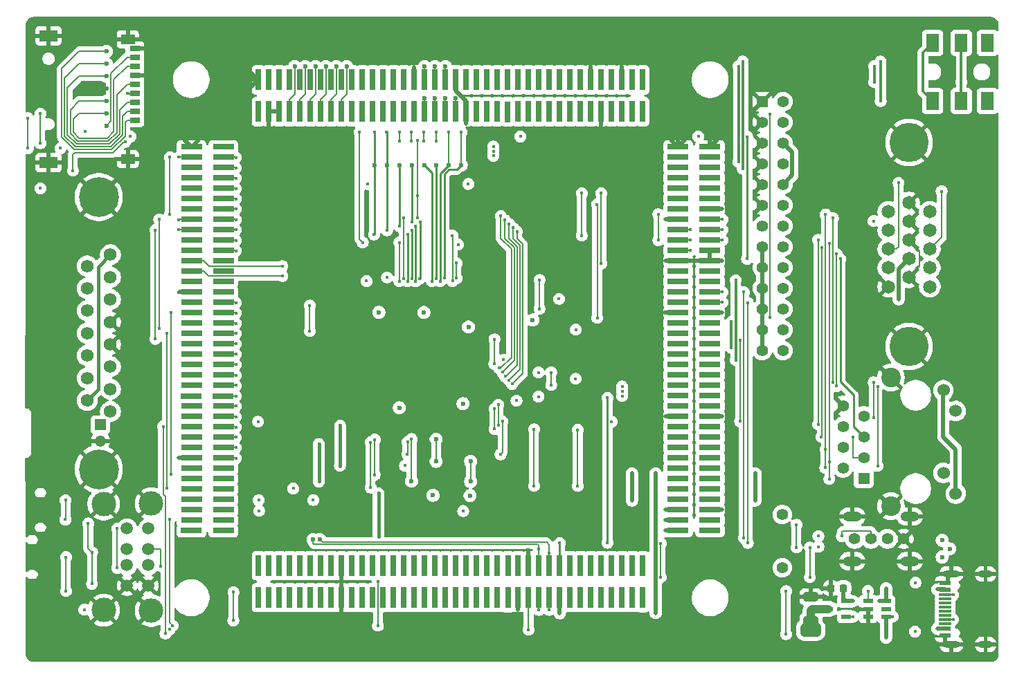
<source format=gbr>
%TF.GenerationSoftware,KiCad,Pcbnew,9.0.0*%
%TF.CreationDate,2025-05-16T22:45:05-04:00*%
%TF.ProjectId,REV.C,5245562e-432e-46b6-9963-61645f706362,0.1*%
%TF.SameCoordinates,Original*%
%TF.FileFunction,Copper,L1,Top*%
%TF.FilePolarity,Positive*%
%FSLAX46Y46*%
G04 Gerber Fmt 4.6, Leading zero omitted, Abs format (unit mm)*
G04 Created by KiCad (PCBNEW 9.0.0) date 2025-05-16 22:45:05*
%MOMM*%
%LPD*%
G01*
G04 APERTURE LIST*
G04 Aperture macros list*
%AMRoundRect*
0 Rectangle with rounded corners*
0 $1 Rounding radius*
0 $2 $3 $4 $5 $6 $7 $8 $9 X,Y pos of 4 corners*
0 Add a 4 corners polygon primitive as box body*
4,1,4,$2,$3,$4,$5,$6,$7,$8,$9,$2,$3,0*
0 Add four circle primitives for the rounded corners*
1,1,$1+$1,$2,$3*
1,1,$1+$1,$4,$5*
1,1,$1+$1,$6,$7*
1,1,$1+$1,$8,$9*
0 Add four rect primitives between the rounded corners*
20,1,$1+$1,$2,$3,$4,$5,0*
20,1,$1+$1,$4,$5,$6,$7,0*
20,1,$1+$1,$6,$7,$8,$9,0*
20,1,$1+$1,$8,$9,$2,$3,0*%
G04 Aperture macros list end*
%TA.AperFunction,ComponentPad*%
%ADD10R,1.350000X1.350000*%
%TD*%
%TA.AperFunction,ComponentPad*%
%ADD11O,1.350000X1.350000*%
%TD*%
%TA.AperFunction,SMDPad,CuDef*%
%ADD12R,1.200000X0.600000*%
%TD*%
%TA.AperFunction,ComponentPad*%
%ADD13C,1.500000*%
%TD*%
%TA.AperFunction,ComponentPad*%
%ADD14C,3.000000*%
%TD*%
%TA.AperFunction,ComponentPad*%
%ADD15C,1.562000*%
%TD*%
%TA.AperFunction,ComponentPad*%
%ADD16C,4.877000*%
%TD*%
%TA.AperFunction,SMDPad,CuDef*%
%ADD17R,2.603250X0.650000*%
%TD*%
%TA.AperFunction,SMDPad,CuDef*%
%ADD18R,0.650000X2.603250*%
%TD*%
%TA.AperFunction,SMDPad,CuDef*%
%ADD19R,1.600000X2.200000*%
%TD*%
%TA.AperFunction,ComponentPad*%
%ADD20C,1.397000*%
%TD*%
%TA.AperFunction,SMDPad,CuDef*%
%ADD21RoundRect,0.250000X0.650000X-0.325000X0.650000X0.325000X-0.650000X0.325000X-0.650000X-0.325000X0*%
%TD*%
%TA.AperFunction,SMDPad,CuDef*%
%ADD22RoundRect,0.225000X-0.225000X-0.250000X0.225000X-0.250000X0.225000X0.250000X-0.225000X0.250000X0*%
%TD*%
%TA.AperFunction,SMDPad,CuDef*%
%ADD23R,1.300000X0.700000*%
%TD*%
%TA.AperFunction,SMDPad,CuDef*%
%ADD24R,2.200000X1.400000*%
%TD*%
%TA.AperFunction,SMDPad,CuDef*%
%ADD25R,1.700000X1.200000*%
%TD*%
%TA.AperFunction,ComponentPad*%
%ADD26R,1.397000X1.397000*%
%TD*%
%TA.AperFunction,ComponentPad*%
%ADD27R,1.408000X1.408000*%
%TD*%
%TA.AperFunction,ComponentPad*%
%ADD28C,1.408000*%
%TD*%
%TA.AperFunction,ComponentPad*%
%ADD29C,1.530000*%
%TD*%
%TA.AperFunction,ComponentPad*%
%ADD30C,2.400000*%
%TD*%
%TA.AperFunction,ComponentPad*%
%ADD31C,1.650000*%
%TD*%
%TA.AperFunction,ComponentPad*%
%ADD32C,4.800000*%
%TD*%
%TA.AperFunction,ComponentPad*%
%ADD33C,1.420000*%
%TD*%
%TA.AperFunction,ComponentPad*%
%ADD34O,2.250000X1.250000*%
%TD*%
%TA.AperFunction,SMDPad,CuDef*%
%ADD35R,1.440000X0.600000*%
%TD*%
%TA.AperFunction,SMDPad,CuDef*%
%ADD36R,1.500000X0.300000*%
%TD*%
%TA.AperFunction,ComponentPad*%
%ADD37O,2.000000X0.900000*%
%TD*%
%TA.AperFunction,ComponentPad*%
%ADD38O,1.700000X0.900000*%
%TD*%
%TA.AperFunction,ViaPad*%
%ADD39C,0.450000*%
%TD*%
%TA.AperFunction,ViaPad*%
%ADD40C,0.600000*%
%TD*%
%TA.AperFunction,Conductor*%
%ADD41C,0.200000*%
%TD*%
%TA.AperFunction,Conductor*%
%ADD42C,0.500000*%
%TD*%
%TA.AperFunction,Conductor*%
%ADD43C,0.600000*%
%TD*%
%TA.AperFunction,Conductor*%
%ADD44C,0.400000*%
%TD*%
%TA.AperFunction,Conductor*%
%ADD45C,0.300000*%
%TD*%
%TA.AperFunction,Conductor*%
%ADD46C,0.250000*%
%TD*%
%TA.AperFunction,Conductor*%
%ADD47C,1.000000*%
%TD*%
%TA.AperFunction,Conductor*%
%ADD48C,0.127000*%
%TD*%
%TA.AperFunction,Conductor*%
%ADD49C,0.150000*%
%TD*%
G04 APERTURE END LIST*
D10*
%TO.P,P1,1*%
%TO.N,/PWR_SW*%
X105350000Y-109260000D03*
D11*
%TO.P,P1,2*%
%TO.N,GND*%
X105350000Y-111260000D03*
%TD*%
D12*
%TO.P,U5,1,IN*%
%TO.N,/PWR_SW*%
X199220000Y-130850000D03*
%TO.P,U5,2,GND*%
%TO.N,GND*%
X199220000Y-131800000D03*
%TO.P,U5,3,CLEAR*%
X199220000Y-132750000D03*
%TO.P,U5,4,~{OUT}*%
%TO.N,Net-(Q1-G)*%
X201420000Y-132750000D03*
%TO.P,U5,5,OUT*%
%TO.N,unconnected-(U5-OUT-Pad5)*%
X201420000Y-131800000D03*
%TO.P,U5,6,VCC*%
%TO.N,/VBUS*%
X201420000Y-130850000D03*
%TD*%
D13*
%TO.P,J3,1,VBUS1*%
%TO.N,Net-(J3-VBUS1)*%
X111200000Y-121950000D03*
%TO.P,J3,2,D1-*%
%TO.N,Net-(J3-D1-)*%
X111200000Y-124450000D03*
%TO.P,J3,3,D1+*%
%TO.N,Net-(J3-D1+)*%
X111200000Y-126450000D03*
%TO.P,J3,4,GND1*%
%TO.N,GND*%
X111200000Y-128950000D03*
%TO.P,J3,5,VBUS2*%
%TO.N,Net-(J3-VBUS2)*%
X108600000Y-121950000D03*
%TO.P,J3,6,D2-*%
%TO.N,Net-(J3-D2-)*%
X108600000Y-124450000D03*
%TO.P,J3,7,D2+*%
%TO.N,Net-(J3-D2+)*%
X108600000Y-126450000D03*
%TO.P,J3,8,GND2*%
%TO.N,GND*%
X108600000Y-128950000D03*
D14*
%TO.P,J3,S,Shield*%
X111550000Y-118900000D03*
X105750000Y-118950000D03*
X105750000Y-131950000D03*
X111550000Y-132000000D03*
%TD*%
D15*
%TO.P,J2,1,1*%
%TO.N,+5VFILT*%
X106572000Y-107631000D03*
%TO.P,J2,2,2*%
%TO.N,/JAB1*%
X106572000Y-104888000D03*
%TO.P,J2,3,3*%
%TO.N,Net-(J2-Pad3)*%
X106572000Y-102145000D03*
%TO.P,J2,4,4*%
%TO.N,GND*%
X106572000Y-99401000D03*
%TO.P,J2,5,5*%
X106572000Y-96658000D03*
%TO.P,J2,6,6*%
%TO.N,Net-(J2-Pad6)*%
X106572000Y-93915000D03*
%TO.P,J2,7,7*%
%TO.N,/JAB2*%
X106572000Y-91172000D03*
%TO.P,J2,8,8*%
%TO.N,+5VFILT*%
X106572000Y-88429000D03*
%TO.P,J2,9,9*%
X103727000Y-106259000D03*
%TO.P,J2,10,10*%
%TO.N,/JBB1*%
X103727000Y-103516000D03*
%TO.P,J2,11,11*%
%TO.N,Net-(J2-Pad11)*%
X103727000Y-100773000D03*
%TO.P,J2,12,12*%
%TO.N,/MIDOUT*%
X103727000Y-98030000D03*
%TO.P,J2,13,13*%
%TO.N,Net-(J2-Pad13)*%
X103727000Y-95287000D03*
%TO.P,J2,14,14*%
%TO.N,/JBB2*%
X103727000Y-92543000D03*
%TO.P,J2,15,15*%
%TO.N,/MIDIN*%
X103727000Y-89800000D03*
D16*
%TO.P,J2,MH1,MH1*%
%TO.N,GND*%
X105150000Y-81367000D03*
%TO.P,J2,MH2,MH2*%
X105150000Y-114692000D03*
%TD*%
D17*
%TO.P,U1,A1,GND*%
%TO.N,GND*%
X116481890Y-75223600D03*
%TO.P,U1,A2,IOCHCK*%
%TO.N,unconnected-(U1-IOCHCK-PadA2)*%
X120381890Y-75223600D03*
%TO.P,U1,A3,RSTDRV*%
%TO.N,/RSTDRV*%
X116481890Y-76493600D03*
%TO.P,U1,A4,SD7*%
%TO.N,/D7*%
X120381890Y-76493600D03*
%TO.P,U1,A5,IRQ9*%
%TO.N,unconnected-(U1-IRQ9-PadA5)*%
X116481890Y-77763600D03*
%TO.P,U1,A6,SD6*%
%TO.N,/D6*%
X120381890Y-77763600D03*
%TO.P,U1,A7,DRQ2*%
%TO.N,unconnected-(U1-DRQ2-PadA7)*%
X116481890Y-79033600D03*
%TO.P,U1,A8,SD5*%
%TO.N,/D5*%
X120381890Y-79033600D03*
%TO.P,U1,A9,OWS*%
%TO.N,unconnected-(U1-OWS-PadA9)*%
X116481890Y-80303600D03*
%TO.P,U1,A10,SD4*%
%TO.N,/D4*%
X120381890Y-80303600D03*
%TO.P,U1,A11,SMEMW*%
%TO.N,unconnected-(U1-SMEMW-PadA11)*%
X116481890Y-81573600D03*
%TO.P,U1,A12,SD3*%
%TO.N,/D3*%
X120381890Y-81573600D03*
%TO.P,U1,A13,SMEMR*%
%TO.N,unconnected-(U1-SMEMR-PadA13)*%
X116481890Y-82843600D03*
%TO.P,U1,A14,SD2*%
%TO.N,/D2*%
X120381890Y-82843600D03*
%TO.P,U1,A15,IOW*%
%TO.N,/~{IOW}*%
X116481890Y-84113600D03*
%TO.P,U1,A16,SD1*%
%TO.N,/D1*%
X120381890Y-84113600D03*
%TO.P,U1,A17,IOR*%
%TO.N,/~{IOR}*%
X116481890Y-85383600D03*
%TO.P,U1,A18,SD0*%
%TO.N,/D0*%
X120381890Y-85383600D03*
%TO.P,U1,A19,DACK3*%
%TO.N,unconnected-(U1-DACK3-PadA19)*%
X116481890Y-86653600D03*
%TO.P,U1,A20,IOCHRDY*%
%TO.N,/IOCHRDY*%
X120381890Y-86653600D03*
%TO.P,U1,A21,DRQ3*%
%TO.N,unconnected-(U1-DRQ3-PadA21)*%
X116481890Y-87923600D03*
%TO.P,U1,A22,AEN*%
%TO.N,/AEN*%
X120381890Y-87923600D03*
%TO.P,U1,A23,DACK1*%
%TO.N,/~{DACK1}*%
X116481890Y-89193600D03*
%TO.P,U1,A24,SA19*%
%TO.N,unconnected-(U1-SA19-PadA24)*%
X120381890Y-89193600D03*
%TO.P,U1,A25,DRQ1*%
%TO.N,/DRQ1*%
X116481890Y-90463600D03*
%TO.P,U1,A26,SA18*%
%TO.N,unconnected-(U1-SA18-PadA26)*%
X120381890Y-90463600D03*
%TO.P,U1,A27,REFRESH*%
%TO.N,unconnected-(U1-REFRESH-PadA27)*%
X116481890Y-91733600D03*
%TO.P,U1,A28,SA17*%
%TO.N,unconnected-(U1-SA17-PadA28)*%
X120381890Y-91733600D03*
%TO.P,U1,A29,GND*%
%TO.N,GND*%
X116481890Y-93003600D03*
%TO.P,U1,A30,SA16*%
%TO.N,unconnected-(U1-SA16-PadA30)*%
X120381890Y-93003600D03*
%TO.P,U1,A31,SYSCLK*%
%TO.N,unconnected-(U1-SYSCLK-PadA31)*%
X116481890Y-94273600D03*
%TO.P,U1,A32,SA15*%
%TO.N,/A15*%
X120381890Y-94273600D03*
%TO.P,U1,A33,IRQ7*%
%TO.N,/IRQ7*%
X116481890Y-95543600D03*
%TO.P,U1,A34,SA14*%
%TO.N,/A14*%
X120381890Y-95543600D03*
%TO.P,U1,A35,IRQ6*%
%TO.N,unconnected-(U1-IRQ6-PadA35)*%
X116481890Y-96813600D03*
%TO.P,U1,A36,SA13*%
%TO.N,/A13*%
X120381890Y-96813600D03*
%TO.P,U1,A37,IRQ5*%
%TO.N,/IRQ5*%
X116481890Y-98083600D03*
%TO.P,U1,A38,SA12*%
%TO.N,/A12*%
X120381890Y-98083600D03*
%TO.P,U1,A39,IRQ4*%
%TO.N,unconnected-(U1-IRQ4-PadA39)*%
X116481890Y-99353600D03*
%TO.P,U1,A40,SA11*%
%TO.N,/A11*%
X120381890Y-99353600D03*
%TO.P,U1,A41,IRQ3*%
%TO.N,unconnected-(U1-IRQ3-PadA41)*%
X116481890Y-100623600D03*
%TO.P,U1,A42,SA10*%
%TO.N,/A10*%
X120381890Y-100623600D03*
%TO.P,U1,A43,DACK2*%
%TO.N,unconnected-(U1-DACK2-PadA43)*%
X116481890Y-101893600D03*
%TO.P,U1,A44,SA9*%
%TO.N,/A9*%
X120381890Y-101893600D03*
%TO.P,U1,A45,TC*%
%TO.N,unconnected-(U1-TC-PadA45)*%
X116481890Y-103163600D03*
%TO.P,U1,A46,SA8*%
%TO.N,/A8*%
X120381890Y-103163600D03*
%TO.P,U1,A47,BALE*%
%TO.N,unconnected-(U1-BALE-PadA47)*%
X116481890Y-104433600D03*
%TO.P,U1,A48,SA7*%
%TO.N,/A7*%
X120381890Y-104433600D03*
%TO.P,U1,A49,OSC*%
%TO.N,unconnected-(U1-OSC-PadA49)*%
X116471890Y-105713600D03*
%TO.P,U1,A50,SA6*%
%TO.N,/A6*%
X120371890Y-105713600D03*
%TO.P,U1,A51,MEMCS16*%
%TO.N,unconnected-(U1-MEMCS16-PadA51)*%
X116481890Y-106973600D03*
%TO.P,U1,A52,SA5*%
%TO.N,/A5*%
X120381890Y-106973600D03*
%TO.P,U1,A53,IOCS16*%
%TO.N,unconnected-(U1-IOCS16-PadA53)*%
X116481890Y-108243600D03*
%TO.P,U1,A54,SA4*%
%TO.N,/A4*%
X120381890Y-108243600D03*
%TO.P,U1,A55,IRQ10*%
%TO.N,unconnected-(U1-IRQ10-PadA55)*%
X116481890Y-109513600D03*
%TO.P,U1,A56,SA3*%
%TO.N,/A3*%
X120381890Y-109513600D03*
%TO.P,U1,A57,IRQ11*%
%TO.N,unconnected-(U1-IRQ11-PadA57)*%
X116481890Y-110783600D03*
%TO.P,U1,A58,SA2*%
%TO.N,/A2*%
X120381890Y-110783600D03*
%TO.P,U1,A59,IRQ12*%
%TO.N,unconnected-(U1-IRQ12-PadA59)*%
X116481890Y-112053600D03*
%TO.P,U1,A60,SA1*%
%TO.N,/A1*%
X120381890Y-112053600D03*
%TO.P,U1,A61,GND*%
%TO.N,GND*%
X116481890Y-113323600D03*
%TO.P,U1,A62,SA0*%
%TO.N,/A0*%
X120381890Y-113323600D03*
%TO.P,U1,A63,IRQ15*%
%TO.N,unconnected-(U1-IRQ15-PadA63)*%
X116481890Y-114593600D03*
%TO.P,U1,A64,SBHE*%
%TO.N,unconnected-(U1-SBHE-PadA64)*%
X120381890Y-114593600D03*
%TO.P,U1,A65,IRQ14*%
%TO.N,unconnected-(U1-IRQ14-PadA65)*%
X116481890Y-115863600D03*
%TO.P,U1,A66,LA23*%
%TO.N,unconnected-(U1-LA23-PadA66)*%
X120381890Y-115863600D03*
%TO.P,U1,A67,DACK0*%
%TO.N,unconnected-(U1-DACK0-PadA67)*%
X116481890Y-117133600D03*
%TO.P,U1,A68,LA22*%
%TO.N,unconnected-(U1-LA22-PadA68)*%
X120381890Y-117133600D03*
%TO.P,U1,A69,DRQ0*%
%TO.N,unconnected-(U1-DRQ0-PadA69)*%
X116481890Y-118403600D03*
%TO.P,U1,A70,LA21*%
%TO.N,unconnected-(U1-LA21-PadA70)*%
X120381890Y-118403600D03*
%TO.P,U1,A71,DACK5*%
%TO.N,unconnected-(U1-DACK5-PadA71)*%
X116481890Y-119673600D03*
%TO.P,U1,A72,LA20*%
%TO.N,unconnected-(U1-LA20-PadA72)*%
X120381890Y-119673600D03*
%TO.P,U1,A73,DRQ5*%
%TO.N,unconnected-(U1-DRQ5-PadA73)*%
X116481890Y-120943600D03*
%TO.P,U1,A74,LA19*%
%TO.N,unconnected-(U1-LA19-PadA74)*%
X120381890Y-120943600D03*
%TO.P,U1,A75,DACK6*%
%TO.N,unconnected-(U1-DACK6-PadA75)*%
X116476965Y-122213555D03*
%TO.P,U1,A76,LA18*%
%TO.N,unconnected-(U1-LA18-PadA76)*%
X120376965Y-122213555D03*
D18*
%TO.P,U1,B1,DRQ6*%
%TO.N,unconnected-(U1-DRQ6-PadB1)*%
X124688600Y-130403600D03*
%TO.P,U1,B2,LA17*%
%TO.N,unconnected-(U1-LA17-PadB2)*%
X124688600Y-126503600D03*
%TO.P,U1,B3,DACK7*%
%TO.N,unconnected-(U1-DACK7-PadB3)*%
X125958600Y-130403600D03*
%TO.P,U1,B4,MEMR*%
%TO.N,unconnected-(U1-MEMR-PadB4)*%
X125958600Y-126503600D03*
%TO.P,U1,B5,DRQ7*%
%TO.N,unconnected-(U1-DRQ7-PadB5)*%
X127228600Y-130403600D03*
%TO.P,U1,B6,MEMW*%
%TO.N,unconnected-(U1-MEMW-PadB6)*%
X127228600Y-126503600D03*
%TO.P,U1,B7,SD8*%
%TO.N,unconnected-(U1-SD8-PadB7)*%
X128498600Y-130403600D03*
%TO.P,U1,B8,SD9*%
%TO.N,unconnected-(U1-SD9-PadB8)*%
X128498600Y-126503600D03*
%TO.P,U1,B9,SD10*%
%TO.N,unconnected-(U1-SD10-PadB9)*%
X129768600Y-130403600D03*
%TO.P,U1,B10,SD11*%
%TO.N,unconnected-(U1-SD11-PadB10)*%
X129768600Y-126503600D03*
%TO.P,U1,B11,SD12*%
%TO.N,unconnected-(U1-SD12-PadB11)*%
X131038600Y-130403600D03*
%TO.P,U1,B12,SD13*%
%TO.N,unconnected-(U1-SD13-PadB12)*%
X131038600Y-126503600D03*
%TO.P,U1,B13,SD14*%
%TO.N,unconnected-(U1-SD14-PadB13)*%
X132308600Y-130403600D03*
%TO.P,U1,B14,SD15*%
%TO.N,unconnected-(U1-SD15-PadB14)*%
X132308600Y-126503600D03*
%TO.P,U1,B15,GPCS0*%
%TO.N,unconnected-(U1-GPCS0-PadB15)*%
X133578600Y-130403600D03*
%TO.P,U1,B16,GPCS1*%
%TO.N,unconnected-(U1-GPCS1-PadB16)*%
X133578600Y-126503600D03*
%TO.P,U1,B17,GND*%
%TO.N,GND*%
X134848600Y-130403600D03*
%TO.P,U1,B18,GND*%
X134848600Y-126503600D03*
%TO.P,U1,B19,CTS3*%
%TO.N,unconnected-(U1-CTS3-PadB19)*%
X136118600Y-130403600D03*
%TO.P,U1,B20,DSR3*%
%TO.N,unconnected-(U1-DSR3-PadB20)*%
X136118600Y-126503600D03*
%TO.P,U1,B21,DTR3*%
%TO.N,unconnected-(U1-DTR3-PadB21)*%
X137388600Y-130403600D03*
%TO.P,U1,B22,RXD3*%
%TO.N,unconnected-(U1-RXD3-PadB22)*%
X137388600Y-126503600D03*
%TO.P,U1,B23,R13*%
%TO.N,unconnected-(U1-R13-PadB23)*%
X138658600Y-130403600D03*
%TO.P,U1,B24,RTS3*%
%TO.N,unconnected-(U1-RTS3-PadB24)*%
X138658600Y-126503600D03*
%TO.P,U1,B25,TXD3*%
%TO.N,unconnected-(U1-TXD3-PadB25)*%
X139928600Y-130403600D03*
%TO.P,U1,B26,DCD3*%
%TO.N,unconnected-(U1-DCD3-PadB26)*%
X139928600Y-126503600D03*
%TO.P,U1,B27,CTS4*%
%TO.N,unconnected-(U1-CTS4-PadB27)*%
X141198600Y-130403600D03*
%TO.P,U1,B28,RSR4*%
%TO.N,unconnected-(U1-RSR4-PadB28)*%
X141198600Y-126503600D03*
%TO.P,U1,B29,DTR4*%
%TO.N,unconnected-(U1-DTR4-PadB29)*%
X142468600Y-130403600D03*
%TO.P,U1,B30,RXD4*%
%TO.N,unconnected-(U1-RXD4-PadB30)*%
X142468600Y-126503600D03*
%TO.P,U1,B31,R14*%
%TO.N,unconnected-(U1-R14-PadB31)*%
X143738600Y-130403600D03*
%TO.P,U1,B32,RTS4*%
%TO.N,unconnected-(U1-RTS4-PadB32)*%
X143738600Y-126503600D03*
%TO.P,U1,B33,TXD4*%
%TO.N,unconnected-(U1-TXD4-PadB33)*%
X145008600Y-130403600D03*
%TO.P,U1,B34,DCD4*%
%TO.N,unconnected-(U1-DCD4-PadB34)*%
X145008600Y-126503600D03*
%TO.P,U1,B35,PPD0*%
%TO.N,unconnected-(U1-PPD0-PadB35)*%
X146278600Y-130403600D03*
%TO.P,U1,B36,PSTB*%
%TO.N,unconnected-(U1-PSTB-PadB36)*%
X146278600Y-126503600D03*
%TO.P,U1,B37,PPD1*%
%TO.N,unconnected-(U1-PPD1-PadB37)*%
X147548600Y-130403600D03*
%TO.P,U1,B38,PAFD*%
%TO.N,unconnected-(U1-PAFD-PadB38)*%
X147548600Y-126503600D03*
%TO.P,U1,B39,PPD2*%
%TO.N,unconnected-(U1-PPD2-PadB39)*%
X148818600Y-130403600D03*
%TO.P,U1,B40,PERROR*%
%TO.N,unconnected-(U1-PERROR-PadB40)*%
X148818600Y-126503600D03*
%TO.P,U1,B41,PPD3*%
%TO.N,unconnected-(U1-PPD3-PadB41)*%
X150088600Y-130403600D03*
%TO.P,U1,B42,PINIT*%
%TO.N,unconnected-(U1-PINIT-PadB42)*%
X150088600Y-126503600D03*
%TO.P,U1,B43,PPD4*%
%TO.N,unconnected-(U1-PPD4-PadB43)*%
X151358600Y-130403600D03*
%TO.P,U1,B44,PSLIN*%
%TO.N,unconnected-(U1-PSLIN-PadB44)*%
X151358600Y-126503600D03*
%TO.P,U1,B45,PPD5*%
%TO.N,unconnected-(U1-PPD5-PadB45)*%
X152628600Y-130403600D03*
%TO.P,U1,B46,PACK*%
%TO.N,unconnected-(U1-PACK-PadB46)*%
X152628600Y-126503600D03*
%TO.P,U1,B47,PPD6*%
%TO.N,unconnected-(U1-PPD6-PadB47)*%
X153898600Y-130403600D03*
%TO.P,U1,B48,PBUSY*%
%TO.N,unconnected-(U1-PBUSY-PadB48)*%
X153898600Y-126503600D03*
%TO.P,U1,B49,PPD7*%
%TO.N,unconnected-(U1-PPD7-PadB49)*%
X155178600Y-130413600D03*
%TO.P,U1,B50,PPE*%
%TO.N,unconnected-(U1-PPE-PadB50)*%
X155178600Y-126513600D03*
%TO.P,U1,B51,GND*%
%TO.N,GND*%
X156438600Y-130403600D03*
%TO.P,U1,B52,PSLCT*%
%TO.N,unconnected-(U1-PSLCT-PadB52)*%
X156438600Y-126503600D03*
%TO.P,U1,B53,RESET*%
%TO.N,/RESET*%
X157708600Y-130403600D03*
%TO.P,U1,B54,GND*%
%TO.N,GND*%
X157708600Y-126503600D03*
%TO.P,U1,B55,MSCLK*%
%TO.N,/MSCLK*%
X158978600Y-130403600D03*
%TO.P,U1,B56,KBCLK*%
%TO.N,/KBCLK*%
X158978600Y-126503600D03*
%TO.P,U1,B57,MSDATA*%
%TO.N,/MSDATA*%
X160248600Y-130403600D03*
%TO.P,U1,B58,KBDATA*%
%TO.N,/KBDATA*%
X160248600Y-126503600D03*
%TO.P,U1,B59,VBATT*%
%TO.N,/VBATT*%
X161518600Y-130403600D03*
%TO.P,U1,B60,SPEAKER*%
%TO.N,/SPEAKER*%
X161518600Y-126503600D03*
%TO.P,U1,B61,GP00*%
%TO.N,unconnected-(U1-GP00-PadB61)*%
X162788600Y-130403600D03*
%TO.P,U1,B62,GP01*%
%TO.N,unconnected-(U1-GP01-PadB62)*%
X162788600Y-126503600D03*
%TO.P,U1,B63,GP02*%
%TO.N,unconnected-(U1-GP02-PadB63)*%
X164058600Y-130403600D03*
%TO.P,U1,B64,GP03*%
%TO.N,unconnected-(U1-GP03-PadB64)*%
X164058600Y-126503600D03*
%TO.P,U1,B65,GP04*%
%TO.N,unconnected-(U1-GP04-PadB65)*%
X165328600Y-130403600D03*
%TO.P,U1,B66,GP05*%
%TO.N,unconnected-(U1-GP05-PadB66)*%
X165328600Y-126503600D03*
%TO.P,U1,B67,GP06*%
%TO.N,unconnected-(U1-GP06-PadB67)*%
X166598600Y-130403600D03*
%TO.P,U1,B68,GP07*%
%TO.N,unconnected-(U1-GP07-PadB68)*%
X166598600Y-126503600D03*
%TO.P,U1,B69,GP10*%
%TO.N,unconnected-(U1-GP10-PadB69)*%
X167868600Y-130403600D03*
%TO.P,U1,B70,GP11*%
%TO.N,unconnected-(U1-GP11-PadB70)*%
X167868600Y-126503600D03*
%TO.P,U1,B71,GP12*%
%TO.N,unconnected-(U1-GP12-PadB71)*%
X169138600Y-130403600D03*
%TO.P,U1,B72,GP13*%
%TO.N,unconnected-(U1-GP13-PadB72)*%
X169138600Y-126503600D03*
%TO.P,U1,B73,GP14*%
%TO.N,unconnected-(U1-GP14-PadB73)*%
X170408600Y-130403600D03*
%TO.P,U1,B74,GP15*%
%TO.N,unconnected-(U1-GP15-PadB74)*%
X170408600Y-126503600D03*
%TO.P,U1,B75,GP16*%
%TO.N,unconnected-(U1-GP16-PadB75)*%
X171678555Y-130408525D03*
%TO.P,U1,B76,GP17*%
%TO.N,unconnected-(U1-GP17-PadB76)*%
X171678555Y-126508525D03*
D17*
%TO.P,U1,C1,GND*%
%TO.N,GND*%
X175988600Y-75213600D03*
%TO.P,U1,C2,GND*%
X179888600Y-75213600D03*
%TO.P,U1,C3,LAD0*%
%TO.N,unconnected-(U1-LAD0-PadC3)*%
X175988600Y-76483600D03*
%TO.P,U1,C4,MTBF-OUT*%
%TO.N,unconnected-(U1-MTBF-OUT-PadC4)*%
X179888600Y-76483600D03*
%TO.P,U1,C5,LAD1*%
%TO.N,unconnected-(U1-LAD1-PadC5)*%
X175988600Y-77753600D03*
%TO.P,U1,C6,LFRAME*%
%TO.N,unconnected-(U1-LFRAME-PadC6)*%
X179888600Y-77753600D03*
%TO.P,U1,C7,LAD2*%
%TO.N,unconnected-(U1-LAD2-PadC7)*%
X175988600Y-79023600D03*
%TO.P,U1,C8,LDRQ*%
%TO.N,unconnected-(U1-LDRQ-PadC8)*%
X179888600Y-79023600D03*
%TO.P,U1,C9,LAD3*%
%TO.N,unconnected-(U1-LAD3-PadC9)*%
X175988600Y-80293600D03*
%TO.P,U1,C10,SERIRQ*%
%TO.N,unconnected-(U1-SERIRQ-PadC10)*%
X179888600Y-80293600D03*
%TO.P,U1,C11,CLK24MOUT*%
%TO.N,unconnected-(U1-CLK24MOUT-PadC11)*%
X175988600Y-81563600D03*
%TO.P,U1,C12,PCIRST*%
%TO.N,unconnected-(U1-PCIRST-PadC12)*%
X179888600Y-81563600D03*
%TO.P,U1,C13,PCICLK1*%
%TO.N,unconnected-(U1-PCICLK1-PadC13)*%
X175988600Y-82833600D03*
%TO.P,U1,C14,GND*%
%TO.N,GND*%
X179888600Y-82833600D03*
%TO.P,U1,C15,GND*%
X175988600Y-84103600D03*
%TO.P,U1,C16,LINKACT*%
%TO.N,/~{LINKACT}*%
X179888600Y-84103600D03*
%TO.P,U1,C17,LANTX-*%
%TO.N,/LANTX-*%
X175988600Y-85373600D03*
%TO.P,U1,C18,LANRX-*%
%TO.N,/LANRX-*%
X179888600Y-85373600D03*
%TO.P,U1,C19,LANTX+*%
%TO.N,/LANTX+*%
X175988600Y-86643600D03*
%TO.P,U1,C20,LANRX+*%
%TO.N,/LANRX+*%
X179888600Y-86643600D03*
%TO.P,U1,C21,DUPLEX*%
%TO.N,/~{DUPLEX}*%
X175988600Y-87913600D03*
%TO.P,U1,C22,GND*%
%TO.N,GND*%
X179888600Y-87913600D03*
%TO.P,U1,C23,GND*%
X175988600Y-89183600D03*
%TO.P,U1,C24,GND*%
X179888600Y-89183600D03*
%TO.P,U1,C25,USBD3-*%
%TO.N,unconnected-(U1-USBD3--PadC25)*%
X175988600Y-90453600D03*
%TO.P,U1,C26,USBD2-*%
%TO.N,/USBD2-*%
X179888600Y-90453600D03*
%TO.P,U1,C27,USBD3+*%
%TO.N,unconnected-(U1-USBD3+-PadC27)*%
X175988600Y-91723600D03*
%TO.P,U1,C28,USBD2+*%
%TO.N,/USBD2+*%
X179888600Y-91723600D03*
%TO.P,U1,C29,USBD1-*%
%TO.N,unconnected-(U1-USBD1--PadC29)*%
X175988600Y-92993600D03*
%TO.P,U1,C30,USBD0-*%
%TO.N,/USBD0-*%
X179888600Y-92993600D03*
%TO.P,U1,C31,USBD1+*%
%TO.N,unconnected-(U1-USBD1+-PadC31)*%
X175988600Y-94263600D03*
%TO.P,U1,C32,USBD0+*%
%TO.N,/USBD0+*%
X179888600Y-94263600D03*
%TO.P,U1,C33,GND*%
%TO.N,GND*%
X175988600Y-95533600D03*
%TO.P,U1,C34,GND*%
X179888600Y-95533600D03*
%TO.P,U1,C35,CTS2*%
%TO.N,unconnected-(U1-CTS2-PadC35)*%
X175988600Y-96803600D03*
%TO.P,U1,C36,DSR2*%
%TO.N,unconnected-(U1-DSR2-PadC36)*%
X179888600Y-96803600D03*
%TO.P,U1,C37,DTR2*%
%TO.N,unconnected-(U1-DTR2-PadC37)*%
X175988600Y-98073600D03*
%TO.P,U1,C38,RXD2*%
%TO.N,unconnected-(U1-RXD2-PadC38)*%
X179888600Y-98073600D03*
%TO.P,U1,C39,RI2*%
%TO.N,unconnected-(U1-RI2-PadC39)*%
X175988600Y-99343600D03*
%TO.P,U1,C40,RTS2*%
%TO.N,unconnected-(U1-RTS2-PadC40)*%
X179888600Y-99343600D03*
%TO.P,U1,C41,TXD2*%
%TO.N,unconnected-(U1-TXD2-PadC41)*%
X175988600Y-100613600D03*
%TO.P,U1,C42,DCD2*%
%TO.N,unconnected-(U1-DCD2-PadC42)*%
X179888600Y-100613600D03*
%TO.P,U1,C43,TXDEN2*%
%TO.N,unconnected-(U1-TXDEN2-PadC43)*%
X175988600Y-101883600D03*
%TO.P,U1,C44,TXDEN1*%
%TO.N,unconnected-(U1-TXDEN1-PadC44)*%
X179888600Y-101883600D03*
%TO.P,U1,C45,CTS1*%
%TO.N,unconnected-(U1-CTS1-PadC45)*%
X175988600Y-103153600D03*
%TO.P,U1,C46,DSR1*%
%TO.N,unconnected-(U1-DSR1-PadC46)*%
X179888600Y-103153600D03*
%TO.P,U1,C47,DTR1*%
%TO.N,unconnected-(U1-DTR1-PadC47)*%
X175988600Y-104423600D03*
%TO.P,U1,C48,RXD1*%
%TO.N,unconnected-(U1-RXD1-PadC48)*%
X179888600Y-104423600D03*
%TO.P,U1,C49,RI1*%
%TO.N,unconnected-(U1-RI1-PadC49)*%
X175978600Y-105703600D03*
%TO.P,U1,C50,RTS1*%
%TO.N,unconnected-(U1-RTS1-PadC50)*%
X179878600Y-105703600D03*
%TO.P,U1,C51,TXD1*%
%TO.N,unconnected-(U1-TXD1-PadC51)*%
X175988600Y-106963600D03*
%TO.P,U1,C52,DCD1*%
%TO.N,unconnected-(U1-DCD1-PadC52)*%
X179888600Y-106963600D03*
%TO.P,U1,C53,GND*%
%TO.N,GND*%
X175988600Y-108233600D03*
%TO.P,U1,C54,GND*%
X179888600Y-108233600D03*
%TO.P,U1,C55,GP30*%
%TO.N,unconnected-(U1-GP30-PadC55)*%
X175988600Y-109503600D03*
%TO.P,U1,C56,GP31*%
%TO.N,unconnected-(U1-GP31-PadC56)*%
X179888600Y-109503600D03*
%TO.P,U1,C57,GP32*%
%TO.N,unconnected-(U1-GP32-PadC57)*%
X175988600Y-110773600D03*
%TO.P,U1,C58,GP33*%
%TO.N,unconnected-(U1-GP33-PadC58)*%
X179888600Y-110773600D03*
%TO.P,U1,C59,GP34*%
%TO.N,unconnected-(U1-GP34-PadC59)*%
X175988600Y-112043600D03*
%TO.P,U1,C60,GP35*%
%TO.N,unconnected-(U1-GP35-PadC60)*%
X179888600Y-112043600D03*
%TO.P,U1,C61,GP36*%
%TO.N,unconnected-(U1-GP36-PadC61)*%
X175988600Y-113313600D03*
%TO.P,U1,C62,GP37*%
%TO.N,unconnected-(U1-GP37-PadC62)*%
X179888600Y-113313600D03*
%TO.P,U1,C63,GP20*%
%TO.N,unconnected-(U1-GP20-PadC63)*%
X175988600Y-114583600D03*
%TO.P,U1,C64,GP21*%
%TO.N,unconnected-(U1-GP21-PadC64)*%
X179888600Y-114583600D03*
%TO.P,U1,C65,GP22*%
%TO.N,unconnected-(U1-GP22-PadC65)*%
X175988600Y-115853600D03*
%TO.P,U1,C66,GP23*%
%TO.N,unconnected-(U1-GP23-PadC66)*%
X179888600Y-115853600D03*
%TO.P,U1,C67,GP24*%
%TO.N,unconnected-(U1-GP24-PadC67)*%
X175988600Y-117123600D03*
%TO.P,U1,C68,GP25*%
%TO.N,unconnected-(U1-GP25-PadC68)*%
X179888600Y-117123600D03*
%TO.P,U1,C69,GP26*%
%TO.N,unconnected-(U1-GP26-PadC69)*%
X175988600Y-118393600D03*
%TO.P,U1,C70,GP27*%
%TO.N,unconnected-(U1-GP27-PadC70)*%
X179888600Y-118393600D03*
%TO.P,U1,C71,GND*%
%TO.N,GND*%
X175988600Y-119663600D03*
%TO.P,U1,C72,GND*%
X179888600Y-119663600D03*
%TO.P,U1,C73,VCC*%
%TO.N,VCC*%
X175988600Y-120933600D03*
%TO.P,U1,C74,KEY1*%
%TO.N,unconnected-(U1-KEY1-PadC74)*%
X179888600Y-120933600D03*
%TO.P,U1,C75,VCC*%
%TO.N,VCC*%
X175983675Y-122203555D03*
%TO.P,U1,C76,KEY0*%
%TO.N,unconnected-(U1-KEY0-PadC76)*%
X179883675Y-122203555D03*
D18*
%TO.P,U1,D1,IDERST*%
%TO.N,unconnected-(U1-IDERST-PadD1)*%
X124678600Y-70903600D03*
%TO.P,U1,D2,GND*%
%TO.N,GND*%
X124678600Y-67003600D03*
%TO.P,U1,D3,IDED7*%
X125948600Y-70903600D03*
%TO.P,U1,D4,IDED8*%
%TO.N,unconnected-(U1-IDED8-PadD4)*%
X125948600Y-67003600D03*
%TO.P,U1,D5,IDED6*%
%TO.N,GND*%
X127218600Y-70903600D03*
%TO.P,U1,D6,IDED9*%
%TO.N,unconnected-(U1-IDED9-PadD6)*%
X127218600Y-67003600D03*
%TO.P,U1,D7,IDED5*%
%TO.N,/IDED5*%
X128488600Y-70903600D03*
%TO.P,U1,D8,IDED10*%
%TO.N,unconnected-(U1-IDED10-PadD8)*%
X128488600Y-67003600D03*
%TO.P,U1,D9,IDED4*%
%TO.N,/IDED4*%
X129758600Y-70903600D03*
%TO.P,U1,D10,IDED11*%
%TO.N,unconnected-(U1-IDED11-PadD10)*%
X129758600Y-67003600D03*
%TO.P,U1,D11,IDED3*%
%TO.N,/IDED3*%
X131028600Y-70903600D03*
%TO.P,U1,D12,IDED12*%
%TO.N,unconnected-(U1-IDED12-PadD12)*%
X131028600Y-67003600D03*
%TO.P,U1,D13,IDED2*%
%TO.N,/IDED2*%
X132298600Y-70903600D03*
%TO.P,U1,D14,IDED13*%
%TO.N,unconnected-(U1-IDED13-PadD14)*%
X132298600Y-67003600D03*
%TO.P,U1,D15,IDED1*%
%TO.N,/IDED1*%
X133568600Y-70903600D03*
%TO.P,U1,D16,IDED14*%
%TO.N,unconnected-(U1-IDED14-PadD16)*%
X133568600Y-67003600D03*
%TO.P,U1,D17,IDED0*%
%TO.N,/IDED0*%
X134838600Y-70903600D03*
%TO.P,U1,D18,IDED15*%
%TO.N,unconnected-(U1-IDED15-PadD18)*%
X134838600Y-67003600D03*
%TO.P,U1,D19,IDEREQ*%
%TO.N,unconnected-(U1-IDEREQ-PadD19)*%
X136108600Y-70903600D03*
%TO.P,U1,D20,IDECBLID*%
%TO.N,unconnected-(U1-IDECBLID-PadD20)*%
X136108600Y-67003600D03*
%TO.P,U1,D21,IDEIOW*%
%TO.N,unconnected-(U1-IDEIOW-PadD21)*%
X137378600Y-70903600D03*
%TO.P,U1,D22,IDESA0*%
%TO.N,unconnected-(U1-IDESA0-PadD22)*%
X137378600Y-67003600D03*
%TO.P,U1,D23,IDEIOR*%
%TO.N,unconnected-(U1-IDEIOR-PadD23)*%
X138648600Y-70903600D03*
%TO.P,U1,D24,IDESA1*%
%TO.N,unconnected-(U1-IDESA1-PadD24)*%
X138648600Y-67003600D03*
%TO.P,U1,D25,IDERDY*%
%TO.N,unconnected-(U1-IDERDY-PadD25)*%
X139918600Y-70903600D03*
%TO.P,U1,D26,IDESA2*%
%TO.N,unconnected-(U1-IDESA2-PadD26)*%
X139918600Y-67003600D03*
%TO.P,U1,D27,IDEACK*%
%TO.N,unconnected-(U1-IDEACK-PadD27)*%
X141188600Y-70903600D03*
%TO.P,U1,D28,IDECS0*%
%TO.N,unconnected-(U1-IDECS0-PadD28)*%
X141188600Y-67003600D03*
%TO.P,U1,D29,IDEINT*%
%TO.N,unconnected-(U1-IDEINT-PadD29)*%
X142458600Y-70903600D03*
%TO.P,U1,D30,IDECS1*%
%TO.N,unconnected-(U1-IDECS1-PadD30)*%
X142458600Y-67003600D03*
%TO.P,U1,D31,AIDELED*%
%TO.N,unconnected-(U1-AIDELED-PadD31)*%
X143728600Y-70903600D03*
%TO.P,U1,D32,GND*%
%TO.N,GND*%
X143728600Y-67003600D03*
%TO.P,U1,D33,HSYNC*%
%TO.N,/HSYNC*%
X144998600Y-70903600D03*
%TO.P,U1,D34,BOUT*%
%TO.N,/BOUT*%
X144998600Y-67003600D03*
%TO.P,U1,D35,VSYNC*%
%TO.N,/VSYNC*%
X146268600Y-70903600D03*
%TO.P,U1,D36,ROUT*%
%TO.N,/ROUT*%
X146268600Y-67003600D03*
%TO.P,U1,D37,DDCDAT*%
%TO.N,/DDCDAT*%
X147538600Y-70903600D03*
%TO.P,U1,D38,GOUT*%
%TO.N,/GOUT*%
X147538600Y-67003600D03*
%TO.P,U1,D39,DDCCLK*%
%TO.N,/DDCCLK*%
X148808600Y-70903600D03*
%TO.P,U1,D40,GND*%
%TO.N,GND*%
X148808600Y-67003600D03*
%TO.P,U1,D41,GND*%
X150078600Y-70903600D03*
%TO.P,U1,D42,LBACKL*%
%TO.N,unconnected-(U1-LBACKL-PadD42)*%
X150078600Y-67003600D03*
%TO.P,U1,D43,LHSYNC*%
%TO.N,unconnected-(U1-LHSYNC-PadD43)*%
X151348600Y-70903600D03*
%TO.P,U1,D44,LVDDEN*%
%TO.N,unconnected-(U1-LVDDEN-PadD44)*%
X151348600Y-67003600D03*
%TO.P,U1,D45,LDE*%
%TO.N,unconnected-(U1-LDE-PadD45)*%
X152618600Y-70903600D03*
%TO.P,U1,D46,LVSYNC*%
%TO.N,unconnected-(U1-LVSYNC-PadD46)*%
X152618600Y-67003600D03*
%TO.P,U1,D47,LCLK*%
%TO.N,unconnected-(U1-LCLK-PadD47)*%
X153888600Y-70903600D03*
%TO.P,U1,D48,LG0*%
%TO.N,unconnected-(U1-LG0-PadD48)*%
X153888600Y-67003600D03*
%TO.P,U1,D49,LG1*%
%TO.N,unconnected-(U1-LG1-PadD49)*%
X155168600Y-70913600D03*
%TO.P,U1,D50,LB4*%
%TO.N,unconnected-(U1-LB4-PadD50)*%
X155168600Y-67013600D03*
%TO.P,U1,D51,LB5*%
%TO.N,unconnected-(U1-LB5-PadD51)*%
X156428600Y-70903600D03*
%TO.P,U1,D52,LB2*%
%TO.N,unconnected-(U1-LB2-PadD52)*%
X156428600Y-67003600D03*
%TO.P,U1,D53,LB3*%
%TO.N,unconnected-(U1-LB3-PadD53)*%
X157698600Y-70903600D03*
%TO.P,U1,D54,LB0*%
%TO.N,unconnected-(U1-LB0-PadD54)*%
X157698600Y-67003600D03*
%TO.P,U1,D55,LB1*%
%TO.N,unconnected-(U1-LB1-PadD55)*%
X158968600Y-70903600D03*
%TO.P,U1,D56,LR4*%
%TO.N,unconnected-(U1-LR4-PadD56)*%
X158968600Y-67003600D03*
%TO.P,U1,D57,LR5*%
%TO.N,unconnected-(U1-LR5-PadD57)*%
X160238600Y-70903600D03*
%TO.P,U1,D58,LR2*%
%TO.N,unconnected-(U1-LR2-PadD58)*%
X160238600Y-67003600D03*
%TO.P,U1,D59,LR3*%
%TO.N,unconnected-(U1-LR3-PadD59)*%
X161508600Y-70903600D03*
%TO.P,U1,D60,LR0*%
%TO.N,unconnected-(U1-LR0-PadD60)*%
X161508600Y-67003600D03*
%TO.P,U1,D61,LR1*%
%TO.N,unconnected-(U1-LR1-PadD61)*%
X162778600Y-70903600D03*
%TO.P,U1,D62,LG4*%
%TO.N,unconnected-(U1-LG4-PadD62)*%
X162778600Y-67003600D03*
%TO.P,U1,D63,LG5*%
%TO.N,unconnected-(U1-LG5-PadD63)*%
X164048600Y-70903600D03*
%TO.P,U1,D64,LG2*%
%TO.N,unconnected-(U1-LG2-PadD64)*%
X164048600Y-67003600D03*
%TO.P,U1,D65,LG3*%
%TO.N,unconnected-(U1-LG3-PadD65)*%
X165318600Y-70903600D03*
%TO.P,U1,D66,GND*%
%TO.N,GND*%
X165318600Y-67003600D03*
%TO.P,U1,D67,GND*%
X166588600Y-70903600D03*
%TO.P,U1,D68,USBIN+*%
%TO.N,unconnected-(U1-USBIN+-PadD68)*%
X166588600Y-67003600D03*
%TO.P,U1,D69,SYS-FAIL-IN*%
%TO.N,unconnected-(U1-SYS-FAIL-IN-PadD69)*%
X167858600Y-70903600D03*
%TO.P,U1,D70,USBIN-*%
%TO.N,unconnected-(U1-USBIN--PadD70)*%
X167858600Y-67003600D03*
%TO.P,U1,D71,SYS-FAIL-OUT*%
%TO.N,unconnected-(U1-SYS-FAIL-OUT-PadD71)*%
X169128600Y-70903600D03*
%TO.P,U1,D72,GND*%
%TO.N,GND*%
X169128600Y-67003600D03*
%TO.P,U1,D73,SYS-SW-IN*%
%TO.N,unconnected-(U1-SYS-SW-IN-PadD73)*%
X170398600Y-70903600D03*
%TO.P,U1,D74,RXD9*%
%TO.N,unconnected-(U1-RXD9-PadD74)*%
X170398600Y-67003600D03*
%TO.P,U1,D75,SYS-GPCS-IN*%
%TO.N,unconnected-(U1-SYS-GPCS-IN-PadD75)*%
X171668555Y-70908525D03*
%TO.P,U1,D76,TXD9*%
%TO.N,unconnected-(U1-TXD9-PadD76)*%
X171668555Y-67008525D03*
%TD*%
D19*
%TO.P,J6,R*%
%TO.N,Net-(C38-Pad2)*%
X210620000Y-62490000D03*
X210620000Y-69590000D03*
%TO.P,J6,S*%
%TO.N,AGND*%
X213820000Y-62490000D03*
X213820000Y-69590000D03*
%TO.P,J6,T*%
%TO.N,Net-(C39-Pad2)*%
X207120000Y-62490000D03*
X207120000Y-69590000D03*
%TD*%
D20*
%TO.P,SP1,1*%
%TO.N,VCC*%
X188730000Y-126751200D03*
%TO.P,SP1,2*%
%TO.N,Net-(D3-A)*%
X188730000Y-120248800D03*
%TD*%
D21*
%TO.P,C41,1*%
%TO.N,VCC*%
X192220000Y-133275000D03*
%TO.P,C41,2*%
%TO.N,GND*%
X192220000Y-130325000D03*
%TD*%
D22*
%TO.P,C40,1*%
%TO.N,GND*%
X194675000Y-129250000D03*
%TO.P,C40,2*%
%TO.N,/VBUS*%
X196225000Y-129250000D03*
%TD*%
D23*
%TO.P,J5,1,DAT2*%
%TO.N,Net-(J5-DAT2)*%
X109550000Y-71940000D03*
%TO.P,J5,2,DAT3/CD*%
%TO.N,Net-(J5-DAT3{slash}CD)*%
X109550000Y-70840000D03*
%TO.P,J5,3,CMD*%
%TO.N,Net-(J5-CMD)*%
X109550000Y-69740000D03*
%TO.P,J5,4,VDD*%
%TO.N,+3.3V*%
X109550000Y-68640000D03*
%TO.P,J5,5,CLK*%
%TO.N,Net-(J5-CLK)*%
X109550000Y-67540000D03*
%TO.P,J5,6,VSS*%
%TO.N,GND*%
X109550000Y-66440000D03*
%TO.P,J5,7,DAT0*%
%TO.N,Net-(J5-DAT0)*%
X109550000Y-65340000D03*
%TO.P,J5,8,DAT1*%
%TO.N,Net-(J5-DAT1)*%
X109550000Y-64240000D03*
%TO.P,J5,9,CD*%
%TO.N,GND*%
X109550000Y-63140000D03*
D24*
%TO.P,J5,S,Shield*%
X99000000Y-61620000D03*
D25*
X108700000Y-62040000D03*
X108700000Y-76720000D03*
D24*
X99000000Y-77140000D03*
%TD*%
D12*
%TO.P,Q1,1,G*%
%TO.N,Net-(Q1-G)*%
X196550000Y-132750000D03*
%TO.P,Q1,2,D*%
%TO.N,VCC*%
X194350000Y-131800000D03*
%TO.P,Q1,3,S*%
%TO.N,/VBUS*%
X196550000Y-130850000D03*
%TD*%
D26*
%TO.P,J9,1,GND*%
%TO.N,GND*%
X186280000Y-69670000D03*
D20*
%TO.P,J9,2,NC*%
%TO.N,unconnected-(J9-NC-Pad2)*%
X188820000Y-69670000D03*
%TO.P,J9,3,GND*%
%TO.N,GND*%
X186280000Y-72210000D03*
%TO.P,J9,4,MIDI_IN*%
%TO.N,/MIDOUT*%
X188820000Y-72210000D03*
%TO.P,J9,5,GND*%
%TO.N,GND*%
X186280000Y-74750000D03*
%TO.P,J9,6,VCC*%
%TO.N,VCC*%
X188820000Y-74750000D03*
%TO.P,J9,7,GND*%
%TO.N,GND*%
X186280000Y-77290000D03*
%TO.P,J9,8,NC*%
%TO.N,unconnected-(J9-NC-Pad8)*%
X188820000Y-77290000D03*
%TO.P,J9,9,GND*%
%TO.N,GND*%
X186280000Y-79830000D03*
%TO.P,J9,10,VCC*%
%TO.N,VCC*%
X188820000Y-79830000D03*
%TO.P,J9,11,GND*%
%TO.N,GND*%
X186280000Y-82370000D03*
%TO.P,J9,12,NC*%
%TO.N,unconnected-(J9-NC-Pad12)*%
X188820000Y-82370000D03*
%TO.P,J9,13,NC*%
%TO.N,unconnected-(J9-NC-Pad13)*%
X186280000Y-84910000D03*
%TO.P,J9,14,VCC*%
%TO.N,VCC*%
X188820000Y-84910000D03*
%TO.P,J9,15,AGND*%
%TO.N,AGND*%
X186280000Y-87450000D03*
%TO.P,J9,16,NC*%
%TO.N,unconnected-(J9-NC-Pad16)*%
X188820000Y-87450000D03*
%TO.P,J9,17,AGND*%
%TO.N,AGND*%
X186280000Y-89990000D03*
%TO.P,J9,18,+12V*%
%TO.N,unconnected-(J9-+12V-Pad18)*%
X188820000Y-89990000D03*
%TO.P,J9,19,AGND*%
%TO.N,AGND*%
X186280000Y-92530000D03*
%TO.P,J9,20,AUDIO_R*%
%TO.N,/CS_WT_IN_R*%
X188820000Y-92530000D03*
%TO.P,J9,21,AGND*%
%TO.N,AGND*%
X186280000Y-95070000D03*
%TO.P,J9,22,-12V*%
%TO.N,unconnected-(J9--12V-Pad22)*%
X188820000Y-95070000D03*
%TO.P,J9,23,AGND*%
%TO.N,AGND*%
X186280000Y-97610000D03*
%TO.P,J9,24,AUDIO_L*%
%TO.N,/CS_WT_IN_L*%
X188820000Y-97610000D03*
%TO.P,J9,25,AGND*%
%TO.N,AGND*%
X186280000Y-100150000D03*
%TO.P,J9,26,~{RESET}*%
%TO.N,/~{WT_RESET}*%
X188820000Y-100150000D03*
%TD*%
D27*
%TO.P,J7,1,TD+*%
%TO.N,/LANTX-*%
X198700000Y-115790000D03*
D28*
%TO.P,J7,2,TD-*%
%TO.N,/LANTX+*%
X196160000Y-114520000D03*
%TO.P,J7,3,RD+*%
%TO.N,/LANRX+*%
X198700000Y-113250000D03*
%TO.P,J7,4,TCT*%
%TO.N,+3.3V*%
X196160000Y-111980000D03*
%TO.P,J7,5,RCT*%
X198700000Y-110710000D03*
%TO.P,J7,6,RD-*%
%TO.N,/LANRX-*%
X196160000Y-109440000D03*
%TO.P,J7,7,NC*%
%TO.N,unconnected-(J7-NC-Pad7)*%
X198700000Y-108170000D03*
%TO.P,J7,8,C1*%
%TO.N,GND*%
X196160000Y-106900000D03*
D29*
%TO.P,J7,9,D1*%
%TO.N,+3.3V*%
X209950000Y-117670000D03*
%TO.P,J7,10,D2*%
%TO.N,Net-(J7-D2)*%
X208430000Y-115130000D03*
%TO.P,J7,11,D4*%
%TO.N,Net-(J7-D4)*%
X209950000Y-107560000D03*
%TO.P,J7,12,D3*%
%TO.N,+3.3V*%
X208430000Y-105020000D03*
D30*
%TO.P,J7,CASE@1,CASE@1*%
%TO.N,GND*%
X202000000Y-119220000D03*
%TO.P,J7,CASE@2,CASE@2*%
X202000000Y-103470000D03*
%TD*%
D31*
%TO.P,J4,1,1*%
%TO.N,/ROUT*%
X201690000Y-83172000D03*
%TO.P,J4,2,2*%
%TO.N,/GOUT*%
X201690000Y-85462000D03*
%TO.P,J4,3,3*%
%TO.N,/BOUT*%
X201690000Y-87752000D03*
%TO.P,J4,4,4*%
%TO.N,unconnected-(J4-Pad4)*%
X201690000Y-90042000D03*
%TO.P,J4,5,5*%
%TO.N,GND*%
X201690000Y-92332000D03*
%TO.P,J4,6,6*%
X204230000Y-82027000D03*
%TO.P,J4,7,7*%
X204230000Y-84317000D03*
%TO.P,J4,8,8*%
X204230000Y-86607000D03*
%TO.P,J4,9,9*%
%TO.N,VCC*%
X204230000Y-88897000D03*
%TO.P,J4,10,10*%
%TO.N,GND*%
X204230000Y-91187000D03*
%TO.P,J4,11,11*%
%TO.N,unconnected-(J4-Pad11)*%
X206770000Y-83172000D03*
%TO.P,J4,12,12*%
%TO.N,/DDCDAT*%
X206770000Y-85462000D03*
%TO.P,J4,13,13*%
%TO.N,/HSYNC*%
X206770000Y-87752000D03*
%TO.P,J4,14,14*%
%TO.N,/VSYNC*%
X206770000Y-90042000D03*
%TO.P,J4,15,15*%
%TO.N,/DDCCLK*%
X206770000Y-92332000D03*
D32*
%TO.P,J4,MH1,MH1*%
%TO.N,GND*%
X204230000Y-74685000D03*
%TO.P,J4,MH2,MH2*%
X204230000Y-99674000D03*
%TD*%
D33*
%TO.P,J1,1,1*%
%TO.N,Net-(C25-Pad1)*%
X197578000Y-123222500D03*
%TO.P,J1,2,2*%
%TO.N,Net-(J1-Pad2)*%
X199578000Y-123222500D03*
%TO.P,J1,3,3*%
%TO.N,Net-(J1-Pad3)*%
X201578000Y-123222500D03*
%TO.P,J1,4,4*%
%TO.N,GND*%
X203578000Y-123222500D03*
D34*
%TO.P,J1,5,5*%
X197308000Y-120487500D03*
%TO.P,J1,6,6*%
X204308000Y-120487500D03*
%TO.P,J1,7,7*%
X197308000Y-125957500D03*
%TO.P,J1,8,8*%
X204308000Y-125957500D03*
%TD*%
D35*
%TO.P,J8,A1/B12,GND*%
%TO.N,GND*%
X208630000Y-135025000D03*
%TO.P,J8,A4/B9,VBUS*%
%TO.N,Net-(F1-Pad2)*%
X208630000Y-134225000D03*
D36*
%TO.P,J8,A5,CC1*%
%TO.N,Net-(J8-CC1)*%
X208660000Y-133075000D03*
%TO.P,J8,A6,D+*%
%TO.N,unconnected-(J8-D+-PadA6)*%
X208660000Y-132075000D03*
%TO.P,J8,A7,D-*%
%TO.N,unconnected-(J8-D--PadA7)*%
X208660000Y-131575000D03*
%TO.P,J8,A8,SBU1*%
%TO.N,unconnected-(J8-SBU1-PadA8)*%
X208660000Y-130575000D03*
D35*
%TO.P,J8,A9/B4,VBUS*%
%TO.N,Net-(F1-Pad2)*%
X208630000Y-129425000D03*
%TO.P,J8,A12/B1,GND*%
%TO.N,GND*%
X208630000Y-128625000D03*
D36*
%TO.P,J8,B5,CC2*%
%TO.N,Net-(J8-CC2)*%
X208660000Y-130075000D03*
%TO.P,J8,B6,D+*%
%TO.N,unconnected-(J8-D+-PadB6)*%
X208660000Y-131075000D03*
%TO.P,J8,B7,D-*%
%TO.N,unconnected-(J8-D--PadB7)*%
X208660000Y-132575000D03*
%TO.P,J8,B8,SBU2*%
%TO.N,unconnected-(J8-SBU2-PadB8)*%
X208660000Y-133575000D03*
D37*
%TO.P,J8,S,SHIELD*%
%TO.N,GND*%
X209410000Y-136150000D03*
D38*
X213590000Y-136150000D03*
D37*
X209410000Y-127500000D03*
D38*
X213590000Y-127500000D03*
%TD*%
D39*
%TO.N,/PWR_SW*%
X113010000Y-109444999D03*
D40*
%TO.N,GND*%
X99000000Y-61620000D03*
D39*
X143730000Y-65490000D03*
X156438600Y-131920000D03*
D40*
X106070000Y-68090000D03*
D39*
X181410000Y-89180000D03*
X181410000Y-119663600D03*
X172735000Y-105155003D03*
D40*
X134850000Y-132970000D03*
D39*
X180000000Y-137800000D03*
D40*
X123625000Y-67003600D03*
D39*
X210000000Y-137800000D03*
X153580000Y-87505000D03*
X130100000Y-137800000D03*
D40*
X175988600Y-74590000D03*
D39*
X172735000Y-104580000D03*
X119900000Y-137800000D03*
X160100000Y-137800000D03*
X181410000Y-82833600D03*
X200000000Y-137800000D03*
X132500000Y-94600000D03*
X110000000Y-137800000D03*
D40*
X165318600Y-65410000D03*
D39*
X120000000Y-59900000D03*
X190000000Y-137800000D03*
X150000000Y-137800000D03*
X130200000Y-59900000D03*
X100000000Y-137800000D03*
X190100000Y-59900000D03*
X180100000Y-59900000D03*
X125940000Y-74450000D03*
X96475000Y-79400000D03*
X100825000Y-77150000D03*
X160200000Y-59900000D03*
X150100000Y-59900000D03*
X132500000Y-97262500D03*
D40*
X179888600Y-74590000D03*
D39*
X153004997Y-87505000D03*
X174460000Y-108230000D03*
X181410000Y-108233600D03*
D40*
X169128600Y-65410000D03*
D39*
X170100000Y-59900000D03*
X154155003Y-87505000D03*
X140000000Y-137800000D03*
X200100000Y-59900000D03*
D40*
X157708600Y-124610000D03*
D39*
X140100000Y-59900000D03*
X114950000Y-93010000D03*
X210100000Y-59900000D03*
X174460000Y-89180000D03*
X174460000Y-84100000D03*
X136610000Y-118450000D03*
X114950000Y-113320000D03*
D40*
X134848600Y-128070000D03*
D39*
X100100000Y-59900000D03*
X174460000Y-119660000D03*
X156960000Y-105065000D03*
X150080000Y-72420000D03*
X110100000Y-59900000D03*
X174380000Y-95540000D03*
X181410000Y-95540000D03*
D40*
X166588600Y-72480000D03*
D39*
X170000000Y-137800000D03*
X172735000Y-105730006D03*
X133590000Y-118450000D03*
%TO.N,Net-(U3-REFFLT)*%
X159040000Y-95045000D03*
X159040000Y-91520000D03*
%TO.N,Net-(U3-XTALI)*%
X158380000Y-109800000D03*
X153530000Y-107287500D03*
X153530000Y-109770000D03*
X158380000Y-116730000D03*
%TO.N,Net-(U3-XTALO)*%
X154000000Y-106787500D03*
X163720000Y-109870000D03*
X163720000Y-116730000D03*
X154005000Y-109295000D03*
%TO.N,Net-(U3-ROUT)*%
X164210000Y-86070000D03*
X164220000Y-80885000D03*
X148400000Y-91650000D03*
X148390000Y-86070000D03*
%TO.N,Net-(U3-LOUT)*%
X166600000Y-80885000D03*
X166590000Y-89500000D03*
X148900000Y-89450000D03*
X148897664Y-91314839D03*
%TO.N,Net-(U3-MIN)*%
X160470000Y-104360000D03*
X160470000Y-102850000D03*
X154630000Y-101287500D03*
%TO.N,Net-(C38-Pad2)*%
X183385000Y-77050000D03*
X199980000Y-65340000D03*
X183385000Y-65340000D03*
X199980000Y-67270000D03*
X210620000Y-67300000D03*
%TO.N,Net-(C39-Pad2)*%
X183910000Y-64775000D03*
X200750000Y-64775000D03*
X207120000Y-69590000D03*
X200760000Y-69600000D03*
X183920000Y-77890000D03*
%TO.N,/MIDOUT*%
X144158753Y-74450000D03*
X142400000Y-91323735D03*
X187230000Y-71210000D03*
X142430000Y-83910000D03*
X144158753Y-83910000D03*
X166080000Y-82260000D03*
X166100000Y-96150000D03*
X187245000Y-96086500D03*
X144158753Y-81180000D03*
%TO.N,/JACY*%
X141920000Y-84940000D03*
D40*
X141890000Y-77435000D03*
D39*
X143900000Y-84940000D03*
X143900000Y-91682263D03*
D40*
%TO.N,/JACX*%
X146450000Y-77435000D03*
D39*
X146408136Y-91340938D03*
%TO.N,/JBCX*%
X145900000Y-91660000D03*
D40*
X144930000Y-77435000D03*
%TO.N,/JBCY*%
X143410000Y-77435000D03*
D39*
X144440000Y-84440000D03*
X144405991Y-91359809D03*
X143410000Y-84410000D03*
%TO.N,/DRQ1*%
X127605000Y-91040000D03*
X137900000Y-91650000D03*
%TO.N,/JBB2*%
X140350000Y-73410000D03*
X143410000Y-85460000D03*
X143405365Y-91336566D03*
D40*
X140370000Y-77435000D03*
D39*
X140400000Y-85440000D03*
%TO.N,/RSTDRV*%
X113850000Y-76493600D03*
X114950000Y-76493600D03*
X113850000Y-83470000D03*
X154321695Y-83695000D03*
X154090000Y-102300000D03*
%TO.N,/JAB1*%
X147430000Y-91290000D03*
D40*
X149490000Y-77435000D03*
D39*
X149490000Y-73410000D03*
%TO.N,/AEN*%
X121910000Y-87930000D03*
%TO.N,/JBB1*%
X147940355Y-73410000D03*
D40*
X147970000Y-77435000D03*
D39*
X146901798Y-91681967D03*
%TO.N,/JAB2*%
X142900000Y-91660000D03*
X138850000Y-73410000D03*
D40*
X138850000Y-77435000D03*
D39*
X138810000Y-85940000D03*
X142910000Y-85940000D03*
%TO.N,/IOCHRDY*%
X121910000Y-86660000D03*
%TO.N,/VBATT*%
X185440000Y-118520000D03*
X185430000Y-115190000D03*
X173240000Y-115190000D03*
X173250000Y-132300000D03*
X170340000Y-118520000D03*
X170340000Y-115190000D03*
X161518600Y-132330000D03*
D40*
%TO.N,+5VFILT*%
X139400000Y-95475000D03*
D39*
X105090000Y-92980000D03*
D40*
X149680000Y-106660000D03*
D39*
X142585000Y-114255023D03*
X134640000Y-114260000D03*
D40*
X141900000Y-107175000D03*
D39*
X124630000Y-108869999D03*
X134660000Y-109340000D03*
X156230000Y-106287500D03*
X137990000Y-79770000D03*
D40*
X144900000Y-95500000D03*
D39*
X150330000Y-79760000D03*
D40*
%TO.N,VCC*%
X150550000Y-117912500D03*
D39*
X132060000Y-116200000D03*
D40*
X208290000Y-123400000D03*
X158220000Y-96430000D03*
D39*
X153400000Y-75740000D03*
X124750000Y-119770000D03*
X103370000Y-131890000D03*
D40*
X209190000Y-124440000D03*
D39*
X202950000Y-93880000D03*
X130940000Y-97780000D03*
X149710000Y-119810000D03*
D40*
X191420000Y-134690000D03*
X192220000Y-134690000D03*
D39*
X174460000Y-120933600D03*
X174460000Y-122203555D03*
D40*
X193000000Y-134690000D03*
D39*
X153400000Y-75164997D03*
X132060000Y-111600000D03*
D40*
X146025000Y-117887500D03*
D39*
X130950000Y-94640000D03*
X153400000Y-76315003D03*
X98010000Y-80300000D03*
D40*
X208290000Y-125440000D03*
D39*
%TO.N,+3.3V*%
X156700000Y-73950000D03*
X108670000Y-68660000D03*
X208420000Y-110710000D03*
X96470000Y-75390000D03*
X109024496Y-73950000D03*
X103450000Y-73350000D03*
X184430000Y-88940000D03*
X178460000Y-73950000D03*
X96470000Y-71710000D03*
X184435000Y-73975000D03*
X100450000Y-75390000D03*
X195820000Y-88930000D03*
%TO.N,/VBUS*%
X197370000Y-130850000D03*
X201420000Y-129290000D03*
X205020000Y-128580000D03*
X200570000Y-130850000D03*
X204960000Y-134560000D03*
%TO.N,Net-(F1-Pad2)*%
X207690000Y-129415000D03*
X207690000Y-134215000D03*
%TO.N,Net-(J1-Pad2)*%
X196020000Y-122880000D03*
%TO.N,/KBCLK*%
X158970000Y-124495000D03*
D40*
X131344524Y-123304524D03*
D39*
%TO.N,/MSCLK*%
X158978600Y-131920000D03*
%TO.N,/MSDATA*%
X160248600Y-131920000D03*
%TO.N,/KBDATA*%
X160248600Y-125000000D03*
D40*
X132169265Y-123280735D03*
%TO.N,/DDCDAT*%
X147538600Y-69300000D03*
%TO.N,/HSYNC*%
X145000000Y-69300000D03*
D39*
X208220000Y-80650000D03*
%TO.N,/BOUT*%
X202950000Y-79620000D03*
D40*
X144998600Y-65400000D03*
%TO.N,/DDCCLK*%
X148808600Y-69290000D03*
%TO.N,/ROUT*%
X146268600Y-65400000D03*
%TO.N,/GOUT*%
X147538600Y-65380000D03*
%TO.N,/VSYNC*%
X146268600Y-69300000D03*
D39*
X199890000Y-84300000D03*
D40*
%TO.N,Net-(J5-CLK)*%
X106070000Y-69610000D03*
%TO.N,Net-(J5-DAT0)*%
X106070000Y-71130000D03*
%TO.N,Net-(J5-DAT3{slash}CD)*%
X106070000Y-65050000D03*
%TO.N,Net-(J5-DAT1)*%
X106070000Y-72650000D03*
%TO.N,Net-(J5-DAT2)*%
X106070000Y-63530000D03*
%TO.N,Net-(J5-CMD)*%
X106070000Y-66570000D03*
D39*
%TO.N,/LANRX-*%
X193120000Y-86610000D03*
X193120000Y-109200000D03*
X181410000Y-85370000D03*
%TO.N,/LANTX+*%
X177510000Y-86640000D03*
X194010000Y-112240000D03*
X194020000Y-83490000D03*
X173580000Y-83470000D03*
X193980000Y-114510000D03*
X173580000Y-86640000D03*
%TO.N,/LANRX+*%
X181410000Y-86640000D03*
X193570000Y-87510000D03*
X193500000Y-110720000D03*
X197360000Y-110740000D03*
%TO.N,/LANTX-*%
X194480000Y-115890000D03*
X194460000Y-113760000D03*
X194470000Y-87060000D03*
X177510000Y-85380000D03*
%TO.N,Net-(J8-CC2)*%
X209640000Y-130080000D03*
%TO.N,Net-(J8-CC1)*%
X209640000Y-133080000D03*
%TO.N,/USBD0+*%
X184520000Y-123701000D03*
X193150000Y-124170000D03*
X181410000Y-94270000D03*
X184510000Y-94300000D03*
%TO.N,/USBD0-*%
X184035000Y-123090000D03*
X181410000Y-92990000D03*
X184035000Y-92990000D03*
X193150000Y-122870000D03*
%TO.N,Net-(Q1-G)*%
X202235000Y-132735000D03*
X197380000Y-132750000D03*
X201420000Y-135310000D03*
D40*
%TO.N,/CS_SDA*%
X150625000Y-113725000D03*
X146400000Y-111001853D03*
X150625000Y-116187500D03*
X146400000Y-113725000D03*
%TO.N,/CS_SCL*%
X143400000Y-116150000D03*
D39*
X143400000Y-111001853D03*
D40*
%TO.N,/IDED0*%
X135473779Y-65375613D03*
D39*
%TO.N,/SPEAKER*%
X167360000Y-105960000D03*
X192115000Y-124280000D03*
X173875000Y-127910000D03*
X173875000Y-123750000D03*
X192120000Y-127910000D03*
X167360000Y-123700000D03*
X161518600Y-123741400D03*
D40*
%TO.N,/IDED1*%
X134203872Y-65375525D03*
%TO.N,/IDED2*%
X132933901Y-65375497D03*
%TO.N,/IDED3*%
X131663998Y-65375404D03*
%TO.N,/IDED4*%
X130393300Y-65375497D03*
D39*
X101975000Y-78130000D03*
X108374748Y-74599748D03*
D40*
%TO.N,/IDED5*%
X129123599Y-65375782D03*
D39*
%TO.N,/IRQ5*%
X128930000Y-117050000D03*
X138400000Y-116940000D03*
X138407006Y-111385952D03*
X116481890Y-98083600D03*
X113485000Y-98070000D03*
X113485000Y-117040000D03*
%TO.N,/IRQ7*%
X116481890Y-95543600D03*
X138877684Y-115362902D03*
X113960000Y-115350000D03*
X138900000Y-111043959D03*
X113960000Y-95543600D03*
%TO.N,/MIDIN*%
X137030000Y-73410000D03*
X141910000Y-91670000D03*
X137430000Y-86930000D03*
X141910000Y-86930000D03*
%TO.N,Net-(J2-Pad3)*%
X146440000Y-74470000D03*
X146410000Y-73410000D03*
%TO.N,Net-(J2-Pad13)*%
X143400000Y-74470000D03*
X143400000Y-73410000D03*
%TO.N,Net-(J2-Pad11)*%
X144920000Y-73410000D03*
X144920000Y-74470000D03*
%TO.N,Net-(J2-Pad6)*%
X141890000Y-74470000D03*
X141880000Y-73410000D03*
%TO.N,/PWR_SW*%
X189190000Y-129610000D03*
X189190000Y-134880000D03*
X113300000Y-134800000D03*
X199210000Y-129590000D03*
%TO.N,/RESET*%
X113775000Y-134325000D03*
X157710000Y-134330000D03*
%TO.N,/~{LINKACT}*%
X194920000Y-104070000D03*
X199910000Y-108360000D03*
X181410000Y-84100000D03*
X199900000Y-104060000D03*
X194930000Y-83940000D03*
%TO.N,/HID_VCC*%
X131380000Y-118460000D03*
X104325000Y-124870000D03*
X103860000Y-121335000D03*
X104315000Y-128730000D03*
X124700000Y-118460000D03*
X139350000Y-122900000D03*
X139340000Y-117625000D03*
%TO.N,Net-(J3-D1-)*%
X112740000Y-126570000D03*
%TO.N,/~{DUPLEX}*%
X200385000Y-104580000D03*
X200385000Y-114280000D03*
X195349471Y-104510000D03*
X195370000Y-88330000D03*
X177510000Y-87920000D03*
%TO.N,Net-(U3-LMIC)*%
X153527500Y-98787500D03*
X153500000Y-101787500D03*
X158930000Y-102850000D03*
%TO.N,AGND*%
X158930000Y-105795000D03*
X169145000Y-104564997D03*
X169145000Y-105140000D03*
X163480000Y-97600000D03*
D40*
X150350000Y-97275000D03*
D39*
X161425000Y-93830000D03*
X213820000Y-69590000D03*
X149090000Y-87170000D03*
X213820000Y-62490000D03*
X163460000Y-103620000D03*
X169145000Y-105715003D03*
%TO.N,Net-(J3-VBUS2)*%
X107400000Y-126790000D03*
X107400000Y-121950000D03*
%TO.N,Net-(U6-XO{slash}P4.7)*%
X121600000Y-133220000D03*
X121610000Y-129740000D03*
%TO.N,/CS_WT_IN_R*%
X183035000Y-101330000D03*
X183035000Y-91540000D03*
%TO.N,/~{WT_RESET}*%
X183560000Y-98930000D03*
X142890000Y-112860000D03*
X142900000Y-111360847D03*
X154280000Y-112860000D03*
X154510697Y-108815000D03*
X167860000Y-108880000D03*
X183560000Y-108830000D03*
%TO.N,/CS_WT_IN_L*%
X182510000Y-96635000D03*
X182510000Y-99820000D03*
%TO.N,/A1*%
X121910000Y-112050000D03*
%TO.N,/A10*%
X121910000Y-100620000D03*
%TO.N,/A2*%
X121910000Y-110780000D03*
%TO.N,/D1*%
X121910000Y-84120000D03*
%TO.N,/~{DACK1}*%
X127605000Y-89830000D03*
X140400000Y-91200000D03*
%TO.N,/A14*%
X121910000Y-95550000D03*
X154837661Y-103312500D03*
X155335000Y-84645000D03*
%TO.N,/A7*%
X121910000Y-104433600D03*
%TO.N,/A6*%
X121900000Y-105720000D03*
%TO.N,/A12*%
X155696002Y-104253998D03*
X156285000Y-85595000D03*
X121910000Y-98080000D03*
%TO.N,/D4*%
X121910000Y-80310000D03*
%TO.N,/D6*%
X121910000Y-77770000D03*
%TO.N,/D5*%
X121910000Y-79040000D03*
%TO.N,/A11*%
X121910000Y-99350000D03*
%TO.N,/A13*%
X155810000Y-85120000D03*
X155311002Y-103778998D03*
X121910000Y-96820000D03*
%TO.N,/A4*%
X121910000Y-108260000D03*
%TO.N,/A15*%
X154518395Y-102804491D03*
X121910000Y-94280000D03*
X154828214Y-84170000D03*
%TO.N,/D0*%
X121910000Y-85380000D03*
%TO.N,/A3*%
X121910000Y-109520000D03*
%TO.N,/A5*%
X121910000Y-106970000D03*
%TO.N,/~{IOW}*%
X114950000Y-84120000D03*
X112530000Y-84110000D03*
X112535000Y-97450000D03*
%TO.N,/D2*%
X121910000Y-82840000D03*
%TO.N,/~{IOR}*%
X112060000Y-98720000D03*
X114950000Y-85383600D03*
X112060000Y-85400000D03*
%TO.N,/D3*%
X121910000Y-81580000D03*
%TO.N,/A8*%
X121910000Y-103170000D03*
%TO.N,/A9*%
X121910000Y-101890000D03*
%TO.N,/D7*%
X121910000Y-76500000D03*
%TO.N,/A0*%
X121910000Y-113330000D03*
%TO.N,Net-(Q2-B)*%
X190465000Y-124280000D03*
X190460000Y-121480000D03*
%TO.N,Net-(R19-Pad2)*%
X98010000Y-74770000D03*
X98010000Y-71140000D03*
%TO.N,Net-(R42-Pad2)*%
X101140000Y-129590000D03*
X101140000Y-125450000D03*
%TO.N,Net-(U6-P3.4)*%
X139293599Y-128480000D03*
X101080000Y-118470000D03*
X114185807Y-133850000D03*
X101070000Y-120860000D03*
X139290000Y-133850000D03*
X113775000Y-120860000D03*
%TD*%
D41*
%TO.N,/PWR_SW*%
X112960000Y-109394999D02*
X113010000Y-109444999D01*
X113300000Y-118050000D02*
X113300000Y-134800000D01*
X113010000Y-117760000D02*
X113300000Y-118050000D01*
X113010000Y-109444999D02*
X113010000Y-117760000D01*
%TO.N,GND*%
X99010000Y-77150000D02*
X99000000Y-77140000D01*
X205520000Y-89852000D02*
X204160000Y-91212000D01*
D42*
X174463600Y-89183600D02*
X174460000Y-89180000D01*
D41*
X143728600Y-65491400D02*
X143730000Y-65490000D01*
D42*
X157708600Y-126503600D02*
X157708600Y-124610000D01*
D41*
X114956400Y-93003600D02*
X114950000Y-93010000D01*
X181403600Y-95533600D02*
X181410000Y-95540000D01*
D42*
X116481890Y-93003600D02*
X114956400Y-93003600D01*
D41*
X132500000Y-97262500D02*
X132500000Y-94600000D01*
D42*
X174380000Y-95540000D02*
X174386400Y-95533600D01*
X174386400Y-95533600D02*
X175988600Y-95533600D01*
X181406400Y-89183600D02*
X181410000Y-89180000D01*
X150078600Y-70903600D02*
X150078600Y-69570050D01*
D41*
X205520000Y-87992000D02*
X205520000Y-89852000D01*
D42*
X209460000Y-127490000D02*
X209000000Y-127950000D01*
X169128600Y-65410000D02*
X169128600Y-67003600D01*
X179888600Y-89183600D02*
X179888600Y-87913600D01*
X125948600Y-74441400D02*
X125940000Y-74450000D01*
X134850000Y-132970000D02*
X134848600Y-132968600D01*
X208680000Y-135935000D02*
X208820000Y-136075000D01*
X165318600Y-65410000D02*
X165318600Y-67003600D01*
X134848600Y-126503600D02*
X134848600Y-130403600D01*
D41*
X114953600Y-113323600D02*
X114950000Y-113320000D01*
D42*
X175988600Y-89183600D02*
X174463600Y-89183600D01*
X209000000Y-127950000D02*
X209000000Y-128295000D01*
X125948600Y-70903600D02*
X125948600Y-74441400D01*
X181410000Y-119663600D02*
X179888600Y-119663600D01*
X148808600Y-68300050D02*
X148808600Y-67003600D01*
X179888600Y-108233600D02*
X181410000Y-108233600D01*
X124678600Y-67003600D02*
X123625000Y-67003600D01*
X179888600Y-82833600D02*
X181410000Y-82833600D01*
X175988600Y-108233600D02*
X174463600Y-108233600D01*
D41*
X204160000Y-86632000D02*
X205520000Y-87992000D01*
D42*
X143728600Y-67003600D02*
X143728600Y-65491400D01*
X150078600Y-70903600D02*
X150078600Y-72418600D01*
D41*
X174463600Y-119663600D02*
X174460000Y-119660000D01*
D42*
X116481890Y-113323600D02*
X114953600Y-113323600D01*
D41*
X174463600Y-84103600D02*
X174460000Y-84100000D01*
D42*
X156438600Y-131920000D02*
X156438600Y-130403600D01*
D43*
X175988600Y-74590000D02*
X175988600Y-75213600D01*
D42*
X166588600Y-70903600D02*
X166588600Y-72480000D01*
D43*
X179888600Y-75213600D02*
X179888600Y-74590000D01*
D42*
X175988600Y-84103600D02*
X174463600Y-84103600D01*
D44*
X134830000Y-128051400D02*
X134830000Y-126485000D01*
D42*
X134848600Y-132968600D02*
X134848600Y-130403600D01*
X175988600Y-89183600D02*
X179888600Y-89183600D01*
D41*
X100825000Y-77150000D02*
X99010000Y-77150000D01*
D42*
X150078600Y-69570050D02*
X148808600Y-68300050D01*
D41*
X174463600Y-108233600D02*
X174460000Y-108230000D01*
D42*
X179888600Y-89183600D02*
X181406400Y-89183600D01*
X179888600Y-95533600D02*
X181403600Y-95533600D01*
D44*
X134848600Y-128070000D02*
X134830000Y-128051400D01*
D42*
X208680000Y-135015000D02*
X208680000Y-135935000D01*
D41*
X150078600Y-72418600D02*
X150080000Y-72420000D01*
D42*
X127218600Y-70903600D02*
X125948600Y-70903600D01*
X175988600Y-119663600D02*
X174463600Y-119663600D01*
D41*
%TO.N,Net-(U3-REFFLT)*%
X159040000Y-91520000D02*
X159040000Y-95045000D01*
%TO.N,Net-(U3-XTALI)*%
X153530000Y-109770000D02*
X153530000Y-107287500D01*
X158380000Y-109800000D02*
X158380000Y-116730000D01*
%TO.N,Net-(U3-XTALO)*%
X154005000Y-109295000D02*
X154005000Y-106792500D01*
X154005000Y-106792500D02*
X154000000Y-106787500D01*
X163720000Y-109870000D02*
X163720000Y-116730000D01*
%TO.N,Net-(U3-ROUT)*%
X164210000Y-86070000D02*
X164220000Y-86060000D01*
X164220000Y-86060000D02*
X164220000Y-80885000D01*
X148400000Y-86080000D02*
X148390000Y-86070000D01*
X148400000Y-91650000D02*
X148400000Y-86080000D01*
%TO.N,Net-(U3-LOUT)*%
X166590000Y-89500000D02*
X166600000Y-89490000D01*
X148897664Y-89452336D02*
X148900000Y-89450000D01*
X148897664Y-91314839D02*
X148897664Y-89452336D01*
X166600000Y-89490000D02*
X166600000Y-80885000D01*
%TO.N,Net-(U3-MIN)*%
X160470000Y-104360000D02*
X160470000Y-102850000D01*
D45*
%TO.N,Net-(C38-Pad2)*%
X210620000Y-62490000D02*
X210620000Y-69590000D01*
X183400000Y-65355000D02*
X183400000Y-77035000D01*
X199980000Y-67270000D02*
X199980000Y-65340000D01*
X183385000Y-65340000D02*
X183400000Y-65355000D01*
X183400000Y-77035000D02*
X183385000Y-77050000D01*
%TO.N,Net-(C39-Pad2)*%
X207120000Y-69590000D02*
X205920000Y-68390000D01*
X183910000Y-77880000D02*
X183910000Y-64775000D01*
X183920000Y-77890000D02*
X183910000Y-77880000D01*
X200750000Y-69590000D02*
X200750000Y-64775000D01*
X200760000Y-69600000D02*
X200750000Y-69590000D01*
X205920000Y-63690000D02*
X207120000Y-62490000D01*
X205920000Y-68390000D02*
X205920000Y-63690000D01*
D41*
%TO.N,/MIDOUT*%
X144158753Y-74450000D02*
X144158753Y-81180000D01*
X187245000Y-71225000D02*
X187230000Y-71210000D01*
X144158753Y-81180000D02*
X144158753Y-83910000D01*
X166100000Y-82280000D02*
X166080000Y-82260000D01*
X142400000Y-83940000D02*
X142400000Y-91323735D01*
X166100000Y-96150000D02*
X166100000Y-82280000D01*
X142430000Y-83910000D02*
X142400000Y-83940000D01*
X187245000Y-96086500D02*
X187245000Y-71225000D01*
D46*
%TO.N,/JACY*%
X143910000Y-84950000D02*
X143900000Y-84940000D01*
X143910000Y-85810730D02*
X143910000Y-84950000D01*
X141920000Y-84940000D02*
X141920000Y-77465000D01*
X143900000Y-91682263D02*
X143905365Y-91676898D01*
X143905365Y-91676898D02*
X143905365Y-85815365D01*
X141920000Y-77465000D02*
X141890000Y-77435000D01*
X143905365Y-85815365D02*
X143910000Y-85810730D01*
%TO.N,/JACX*%
X146408136Y-91340938D02*
X146408136Y-77476864D01*
X146408136Y-77476864D02*
X146450000Y-77435000D01*
%TO.N,/JBCX*%
X145900000Y-91660000D02*
X145900000Y-78405000D01*
X145900000Y-78405000D02*
X144930000Y-77435000D01*
%TO.N,/JBCY*%
X144440000Y-91325800D02*
X144440000Y-84440000D01*
X143410000Y-84410000D02*
X143410000Y-77435000D01*
X144405991Y-91359809D02*
X144440000Y-91325800D01*
D41*
%TO.N,/DRQ1*%
X127605000Y-91040000D02*
X127603600Y-91038600D01*
X118538600Y-91038600D02*
X117963600Y-90463600D01*
X117963600Y-90463600D02*
X116481890Y-90463600D01*
X127603600Y-91038600D02*
X118538600Y-91038600D01*
D46*
%TO.N,/JBB2*%
X140370000Y-73310000D02*
X140370000Y-77435000D01*
D41*
X140350000Y-73290000D02*
X140370000Y-73310000D01*
D46*
X143410000Y-85460000D02*
X143410000Y-91331931D01*
X140390000Y-77455000D02*
X140370000Y-77435000D01*
X143410000Y-91331931D02*
X143405365Y-91336566D01*
X140400000Y-85440000D02*
X140390000Y-85430000D01*
X140390000Y-85430000D02*
X140390000Y-77455000D01*
D41*
%TO.N,/RSTDRV*%
X154321695Y-86446669D02*
X154321695Y-83695000D01*
X155600000Y-100989252D02*
X155600000Y-87724974D01*
X154090000Y-102300000D02*
X154289252Y-102300000D01*
X154289252Y-102300000D02*
X155600000Y-100989252D01*
X155600000Y-87724974D02*
X154321695Y-86446669D01*
X113850000Y-83470000D02*
X113850000Y-76493600D01*
X114950000Y-76493600D02*
X116481890Y-76493600D01*
D46*
%TO.N,/JAB1*%
X148915000Y-78010000D02*
X149490000Y-77435000D01*
X147960686Y-78010000D02*
X148915000Y-78010000D01*
X147430000Y-78540686D02*
X147960686Y-78010000D01*
X147430000Y-91290000D02*
X147430000Y-78540686D01*
D41*
X149490000Y-73450000D02*
X149490000Y-77435000D01*
%TO.N,/AEN*%
X120381890Y-87923600D02*
X121903600Y-87923600D01*
X121903600Y-87923600D02*
X121910000Y-87930000D01*
D46*
%TO.N,/JBB1*%
X146908136Y-78496864D02*
X147970000Y-77435000D01*
D41*
X147970000Y-73439645D02*
X147970000Y-77435000D01*
D46*
X146901798Y-91681967D02*
X146908136Y-91675629D01*
X146908136Y-91675629D02*
X146908136Y-78496864D01*
D41*
X147940355Y-73410000D02*
X147970000Y-73439645D01*
D46*
%TO.N,/JAB2*%
X142900000Y-85950000D02*
X142900000Y-91660000D01*
X138840000Y-85910000D02*
X138840000Y-77445000D01*
X138850000Y-73410000D02*
X138850000Y-77435000D01*
X138810000Y-85940000D02*
X138840000Y-85910000D01*
X138840000Y-77445000D02*
X138850000Y-77435000D01*
X142910000Y-85940000D02*
X142900000Y-85950000D01*
D41*
%TO.N,/IOCHRDY*%
X121903600Y-86653600D02*
X121910000Y-86660000D01*
X120381890Y-86653600D02*
X121903600Y-86653600D01*
D42*
%TO.N,/VBATT*%
X173250000Y-115200000D02*
X173240000Y-115190000D01*
X185440000Y-115200000D02*
X185430000Y-115190000D01*
X161518600Y-130403600D02*
X161518600Y-132330000D01*
X173250000Y-132300000D02*
X173250000Y-115200000D01*
X185440000Y-118520000D02*
X185440000Y-115200000D01*
X170340000Y-115190000D02*
X170340000Y-118520000D01*
D44*
%TO.N,+5VFILT*%
X103727000Y-106648400D02*
X103727000Y-106259000D01*
X134660000Y-114240000D02*
X134640000Y-114260000D01*
X105090000Y-92980000D02*
X105090000Y-89911000D01*
X105090000Y-104896000D02*
X105090000Y-92980000D01*
X103727000Y-106259000D02*
X105090000Y-104896000D01*
X103809200Y-106730600D02*
X103727000Y-106648400D01*
X134660000Y-109340000D02*
X134660000Y-114240000D01*
X105090000Y-89911000D02*
X106572000Y-88429000D01*
D42*
%TO.N,VCC*%
X188820000Y-74750000D02*
X189960000Y-75890000D01*
X174460000Y-122203555D02*
X175983675Y-122203555D01*
D41*
X204098000Y-88900000D02*
X204140000Y-88942000D01*
D47*
X192220000Y-134690000D02*
X193000000Y-134690000D01*
X192220000Y-131980000D02*
X192400000Y-131800000D01*
D42*
X202950000Y-90177000D02*
X204230000Y-88897000D01*
D47*
X191420000Y-134075000D02*
X192220000Y-133275000D01*
X192220000Y-133275000D02*
X192220000Y-134690000D01*
X192220000Y-133275000D02*
X192220000Y-131980000D01*
D41*
X130940000Y-97780000D02*
X130950000Y-97770000D01*
D44*
X132060000Y-116200000D02*
X132060000Y-111600000D01*
D42*
X189960000Y-78690000D02*
X188820000Y-79830000D01*
D47*
X192400000Y-131800000D02*
X194350000Y-131800000D01*
D41*
X204230000Y-88897000D02*
X204230000Y-88661009D01*
X130950000Y-97770000D02*
X130950000Y-94640000D01*
D47*
X191420000Y-134690000D02*
X191420000Y-134075000D01*
D42*
X189960000Y-75890000D02*
X189960000Y-78690000D01*
D47*
X193000000Y-134055000D02*
X192220000Y-133275000D01*
X193000000Y-134690000D02*
X193000000Y-134055000D01*
D42*
X202950000Y-93880000D02*
X202950000Y-90177000D01*
D47*
X192200000Y-134690000D02*
X191420000Y-134690000D01*
D42*
X175988600Y-120933600D02*
X174460000Y-120933600D01*
D46*
%TO.N,+3.3V*%
X197430000Y-105620000D02*
X197430000Y-109440000D01*
D42*
X209950000Y-112240000D02*
X209950000Y-117670000D01*
D41*
X96470000Y-75390000D02*
X96470000Y-71710000D01*
D46*
X108670000Y-68660000D02*
X109530000Y-68660000D01*
D42*
X208420000Y-110710000D02*
X208420000Y-105030000D01*
X208420000Y-110710000D02*
X209950000Y-112240000D01*
D46*
X184430000Y-88940000D02*
X184435000Y-88935000D01*
X184435000Y-88935000D02*
X184435000Y-73975000D01*
D42*
X208420000Y-105030000D02*
X208430000Y-105020000D01*
D46*
X197430000Y-109440000D02*
X198700000Y-110710000D01*
X109530000Y-68660000D02*
X109550000Y-68640000D01*
X195820000Y-88930000D02*
X195820000Y-104010000D01*
X195820000Y-104010000D02*
X197430000Y-105620000D01*
D42*
%TO.N,/VBUS*%
X196550000Y-130850000D02*
X197370000Y-130850000D01*
X200570000Y-130850000D02*
X201420000Y-130850000D01*
X196225000Y-130525000D02*
X196225000Y-129250000D01*
X201420000Y-129290000D02*
X201420000Y-130850000D01*
X196550000Y-130850000D02*
X196225000Y-130525000D01*
D41*
X196555000Y-130845000D02*
X196550000Y-130850000D01*
D42*
%TO.N,Net-(F1-Pad2)*%
X207670000Y-129415000D02*
X208680000Y-129415000D01*
X207690000Y-134215000D02*
X208680000Y-134215000D01*
D41*
%TO.N,Net-(J1-Pad2)*%
X199580000Y-123220500D02*
X199580000Y-122320000D01*
X199580000Y-122320000D02*
X199522500Y-122262500D01*
X196020000Y-122350000D02*
X196020000Y-122880000D01*
X196107500Y-122262500D02*
X196020000Y-122350000D01*
X199578000Y-123222500D02*
X199580000Y-123220500D01*
X199522500Y-122262500D02*
X196107500Y-122262500D01*
D48*
%TO.N,/KBCLK*%
X158970000Y-124495000D02*
X158970000Y-124020000D01*
X158978600Y-124503600D02*
X158978600Y-126503600D01*
X131344524Y-123774524D02*
X131344524Y-123304524D01*
X158970000Y-124495000D02*
X158978600Y-124503600D01*
X158970000Y-124020000D02*
X158830735Y-123880735D01*
X158830735Y-123880735D02*
X131450735Y-123880735D01*
X131450735Y-123880735D02*
X131344524Y-123774524D01*
D41*
%TO.N,/MSCLK*%
X158978600Y-131920000D02*
X158978600Y-130403600D01*
%TO.N,/MSDATA*%
X160248600Y-131920000D02*
X160248600Y-130403600D01*
D48*
%TO.N,/KBDATA*%
X132169265Y-123280735D02*
X132492265Y-123603735D01*
X132492265Y-123603735D02*
X159913735Y-123603735D01*
X159913735Y-123603735D02*
X160248600Y-123938600D01*
X160248600Y-123938600D02*
X160248600Y-126503600D01*
D41*
%TO.N,/DDCDAT*%
X147538600Y-69300000D02*
X147538600Y-70903600D01*
%TO.N,/HSYNC*%
X145000000Y-69300000D02*
X145000000Y-70902200D01*
X208220000Y-86302000D02*
X206770000Y-87752000D01*
X208220000Y-80650000D02*
X208220000Y-86302000D01*
%TO.N,/BOUT*%
X202950000Y-87440000D02*
X202638000Y-87752000D01*
X144998600Y-65400000D02*
X144998600Y-67003600D01*
X202950000Y-79620000D02*
X202950000Y-87440000D01*
X202638000Y-87752000D02*
X201690000Y-87752000D01*
%TO.N,/DDCCLK*%
X148808600Y-69290000D02*
X148808600Y-70903600D01*
%TO.N,/ROUT*%
X146268600Y-65400000D02*
X146268600Y-67003600D01*
%TO.N,/GOUT*%
X147538600Y-65380000D02*
X147538600Y-67003600D01*
%TO.N,/VSYNC*%
X146268600Y-69300000D02*
X146268600Y-70903600D01*
%TO.N,Net-(J5-CLK)*%
X107340000Y-73477822D02*
X107340000Y-68860000D01*
X108660000Y-67540000D02*
X109550000Y-67540000D01*
X101670000Y-73594975D02*
X102585025Y-74510000D01*
X102585025Y-74510000D02*
X106307822Y-74510000D01*
X106307822Y-74510000D02*
X107340000Y-73477822D01*
X107340000Y-68860000D02*
X108660000Y-67540000D01*
X102730000Y-69610000D02*
X101670000Y-70670000D01*
X101670000Y-70670000D02*
X101670000Y-73594975D01*
X106070000Y-69610000D02*
X102730000Y-69610000D01*
%TO.N,Net-(J5-DAT0)*%
X108650000Y-65340000D02*
X109550000Y-65340000D01*
X102020000Y-73450000D02*
X102730000Y-74160000D01*
X102730000Y-71130000D02*
X102020000Y-71840000D01*
X102020000Y-71840000D02*
X102020000Y-73450000D01*
X102730000Y-74160000D02*
X106162848Y-74160000D01*
X106990000Y-67000000D02*
X108650000Y-65340000D01*
X106990000Y-73332848D02*
X106990000Y-67000000D01*
X106162848Y-74160000D02*
X106990000Y-73332848D01*
X106070000Y-71130000D02*
X102730000Y-71130000D01*
%TO.N,Net-(J5-DAT3{slash}CD)*%
X106070000Y-65050000D02*
X102740000Y-65050000D01*
X102295025Y-75210000D02*
X106597770Y-75210000D01*
X100970000Y-66820000D02*
X100970000Y-73884975D01*
X108040000Y-71440000D02*
X108650000Y-70830000D01*
X108650000Y-70830000D02*
X109780000Y-70830000D01*
X102740000Y-65050000D02*
X100970000Y-66820000D01*
X106597770Y-75210000D02*
X108040000Y-73767770D01*
X108040000Y-73767770D02*
X108040000Y-71440000D01*
X100970000Y-73884975D02*
X102295025Y-75210000D01*
%TO.N,Net-(J5-DAT1)*%
X108660000Y-64230000D02*
X109810000Y-64230000D01*
X106640000Y-72080000D02*
X106640000Y-66250000D01*
X106640000Y-66250000D02*
X108660000Y-64230000D01*
X106070000Y-72650000D02*
X106640000Y-72080000D01*
%TO.N,Net-(J5-DAT2)*%
X108390000Y-73912744D02*
X108390000Y-72200000D01*
X108650000Y-71940000D02*
X109550000Y-71940000D01*
X108390000Y-72200000D02*
X108650000Y-71940000D01*
X106070000Y-63530000D02*
X102730000Y-63530000D01*
X100620000Y-74029950D02*
X102150050Y-75560000D01*
X106742744Y-75560000D02*
X108390000Y-73912744D01*
X102730000Y-63530000D02*
X100620000Y-65640000D01*
X100620000Y-65640000D02*
X100620000Y-74029950D01*
X102150050Y-75560000D02*
X106742744Y-75560000D01*
%TO.N,Net-(J5-CMD)*%
X107690000Y-73622796D02*
X107690000Y-70700000D01*
X101320000Y-73740000D02*
X102440000Y-74860000D01*
X107690000Y-70700000D02*
X108650000Y-69740000D01*
X108650000Y-69740000D02*
X109550000Y-69740000D01*
X102740000Y-66570000D02*
X101320000Y-67990000D01*
X101320000Y-67990000D02*
X101320000Y-73740000D01*
X102440000Y-74860000D02*
X106452796Y-74860000D01*
X106070000Y-66570000D02*
X102740000Y-66570000D01*
X106452796Y-74860000D02*
X107690000Y-73622796D01*
%TO.N,/LANRX-*%
X179888600Y-85373600D02*
X181416400Y-85373600D01*
X181416400Y-85373600D02*
X181420000Y-85370000D01*
D49*
X193120000Y-86610000D02*
X193120000Y-109200000D01*
%TO.N,/LANTX+*%
X175988600Y-86643600D02*
X177506400Y-86643600D01*
X193980000Y-114510000D02*
X194010000Y-114480000D01*
X194010000Y-112240000D02*
X194020000Y-112230000D01*
X177506400Y-86643600D02*
X177510000Y-86640000D01*
X173580000Y-86640000D02*
X173580000Y-83470000D01*
X194010000Y-114480000D02*
X194010000Y-112240000D01*
X194020000Y-112230000D02*
X194020000Y-83490000D01*
%TO.N,/LANRX+*%
X197360000Y-113190000D02*
X197420000Y-113250000D01*
X197420000Y-113250000D02*
X198700000Y-113250000D01*
X193500000Y-110720000D02*
X193570000Y-110650000D01*
X197360000Y-110740000D02*
X197360000Y-113190000D01*
D41*
X179888600Y-86643600D02*
X181416400Y-86643600D01*
X181416400Y-86643600D02*
X181420000Y-86640000D01*
D49*
X193570000Y-110650000D02*
X193570000Y-87510000D01*
%TO.N,/LANTX-*%
X177503600Y-85373600D02*
X177510000Y-85380000D01*
X194480000Y-115890000D02*
X194470000Y-115880000D01*
X175988600Y-85373600D02*
X177503600Y-85373600D01*
X194470000Y-115880000D02*
X194470000Y-87060000D01*
D41*
%TO.N,Net-(J8-CC2)*%
X209635000Y-130075000D02*
X209640000Y-130080000D01*
X208660000Y-130075000D02*
X209635000Y-130075000D01*
%TO.N,Net-(J8-CC1)*%
X209640000Y-133080000D02*
X209635000Y-133075000D01*
X208665000Y-133080000D02*
X208660000Y-133075000D01*
X209640000Y-133080000D02*
X208665000Y-133080000D01*
%TO.N,/USBD0+*%
X181413600Y-94263600D02*
X181420000Y-94270000D01*
X179888600Y-94263600D02*
X181413600Y-94263600D01*
X184510000Y-123539193D02*
X184510000Y-94300000D01*
X184520000Y-123549193D02*
X184510000Y-123539193D01*
X184520000Y-123701000D02*
X184520000Y-123549193D01*
%TO.N,/USBD0-*%
X184035000Y-123090000D02*
X184035000Y-92990000D01*
X181406400Y-92993600D02*
X181410000Y-92990000D01*
X179888600Y-92993600D02*
X181406400Y-92993600D01*
%TO.N,Net-(Q1-G)*%
X196550000Y-132750000D02*
X197380000Y-132750000D01*
X202220000Y-132750000D02*
X201420000Y-132750000D01*
D42*
X201420000Y-135310000D02*
X201420000Y-132750000D01*
D41*
X202235000Y-132735000D02*
X202220000Y-132750000D01*
%TO.N,/CS_SDA*%
X146400000Y-111001853D02*
X146400000Y-113725000D01*
X150625000Y-113725000D02*
X150625000Y-116187500D01*
%TO.N,/CS_SCL*%
X143400000Y-111001853D02*
X143400000Y-116150000D01*
%TO.N,/IDED0*%
X135473779Y-65375613D02*
X135473779Y-68786221D01*
X135473779Y-68786221D02*
X134838600Y-69421400D01*
X134838600Y-69421400D02*
X134838600Y-70903600D01*
%TO.N,/SPEAKER*%
X192115000Y-124280000D02*
X192120000Y-124285000D01*
X192120000Y-124285000D02*
X192120000Y-127910000D01*
X173875000Y-127910000D02*
X173875000Y-123750000D01*
D46*
X167360000Y-105960000D02*
X167360000Y-123700000D01*
X161518600Y-123741400D02*
X161518600Y-126503600D01*
D41*
%TO.N,/IDED1*%
X134203872Y-68776128D02*
X133568600Y-69411400D01*
X134203872Y-65375525D02*
X134203872Y-68776128D01*
X133568600Y-69411400D02*
X133568600Y-70903600D01*
%TO.N,/IDED2*%
X132933901Y-65375497D02*
X132933901Y-68776099D01*
X132933901Y-68776099D02*
X132298600Y-69411400D01*
X132298600Y-69411400D02*
X132298600Y-70903600D01*
%TO.N,/IDED3*%
X131663998Y-65375404D02*
X131663998Y-68776002D01*
X131663998Y-68776002D02*
X131028600Y-69411400D01*
X131028600Y-69411400D02*
X131028600Y-70903600D01*
%TO.N,/IDED4*%
X130393300Y-65375497D02*
X130393300Y-68776700D01*
X106887719Y-75910000D02*
X102190000Y-75910000D01*
X101975000Y-76125000D02*
X101975000Y-78130000D01*
X108197971Y-74599748D02*
X106887719Y-75910000D01*
X108374748Y-74599748D02*
X108197971Y-74599748D01*
X102190000Y-75910000D02*
X101975000Y-76125000D01*
X130393300Y-68776700D02*
X129758600Y-69411400D01*
X129758600Y-69411400D02*
X129758600Y-70903600D01*
%TO.N,/IDED5*%
X129123599Y-65375782D02*
X129123599Y-68776401D01*
X128488600Y-69411400D02*
X128488600Y-70903600D01*
X129123599Y-68776401D02*
X128488600Y-69411400D01*
%TO.N,/IRQ5*%
X138400000Y-116940000D02*
X138400000Y-111392958D01*
X113485000Y-98070000D02*
X113485000Y-117040000D01*
%TO.N,/IRQ7*%
X113960000Y-115350000D02*
X113960000Y-95543600D01*
X138877684Y-115362902D02*
X138900000Y-115340586D01*
X138900000Y-115340586D02*
X138900000Y-111043959D01*
%TO.N,/MIDIN*%
X137030000Y-86530000D02*
X137430000Y-86930000D01*
X137030000Y-73530000D02*
X137030000Y-86530000D01*
X141910000Y-86930000D02*
X141910000Y-91670000D01*
%TO.N,Net-(J2-Pad3)*%
X146410000Y-73410000D02*
X146440000Y-73440000D01*
X146440000Y-73440000D02*
X146440000Y-74470000D01*
%TO.N,Net-(J2-Pad13)*%
X143400000Y-73380000D02*
X143400000Y-74470000D01*
%TO.N,Net-(J2-Pad11)*%
X144920000Y-73440000D02*
X144920000Y-74470000D01*
%TO.N,Net-(J2-Pad6)*%
X141880000Y-74460000D02*
X141890000Y-74470000D01*
X141880000Y-73410000D02*
X141880000Y-74460000D01*
%TO.N,/PWR_SW*%
X199210000Y-130840000D02*
X199220000Y-130850000D01*
X189190000Y-134880000D02*
X189190000Y-129610000D01*
X199210000Y-129590000D02*
X199210000Y-130840000D01*
%TO.N,/RESET*%
X157708600Y-134328600D02*
X157708600Y-130403600D01*
X157710000Y-134330000D02*
X157708600Y-134328600D01*
D49*
%TO.N,/~{LINKACT}*%
X194920000Y-83950000D02*
X194930000Y-83940000D01*
X181406400Y-84103600D02*
X181410000Y-84100000D01*
X194920000Y-104070000D02*
X194920000Y-83950000D01*
X199910000Y-104070000D02*
X199900000Y-104060000D01*
X179888600Y-84103600D02*
X181406400Y-84103600D01*
X199910000Y-108360000D02*
X199910000Y-104070000D01*
D41*
%TO.N,/HID_VCC*%
X104325000Y-128720000D02*
X104325000Y-124870000D01*
D44*
X139350000Y-117635000D02*
X139350000Y-122900000D01*
D41*
X103860000Y-121335000D02*
X103860000Y-124405000D01*
X103860000Y-124405000D02*
X104325000Y-124870000D01*
D44*
X139340000Y-117625000D02*
X139350000Y-117635000D01*
D41*
X104315000Y-128730000D02*
X104325000Y-128720000D01*
%TO.N,Net-(J3-D1-)*%
X112620000Y-124450000D02*
X111200000Y-124450000D01*
X111200000Y-124450000D02*
X111230000Y-124480000D01*
X112740000Y-124570000D02*
X112620000Y-124450000D01*
X112740000Y-126570000D02*
X112740000Y-124570000D01*
D49*
%TO.N,/~{DUPLEX}*%
X177503600Y-87913600D02*
X177510000Y-87920000D01*
X195370000Y-104489471D02*
X195370000Y-88330000D01*
X200385000Y-114280000D02*
X200385000Y-104580000D01*
X175988600Y-87913600D02*
X177503600Y-87913600D01*
X195349471Y-104510000D02*
X195370000Y-104489471D01*
D41*
%TO.N,Net-(U3-LMIC)*%
X153500000Y-101787500D02*
X153527500Y-101760000D01*
X153527500Y-101760000D02*
X153527500Y-98787500D01*
D42*
%TO.N,AGND*%
X186280000Y-100150000D02*
X186280000Y-87450000D01*
D41*
%TO.N,Net-(J3-VBUS2)*%
X107400000Y-121950000D02*
X107400000Y-126790000D01*
%TO.N,Net-(U6-XO{slash}P4.7)*%
X121610000Y-133210000D02*
X121600000Y-133220000D01*
X121610000Y-129740000D02*
X121610000Y-133210000D01*
D45*
%TO.N,/CS_WT_IN_R*%
X183035000Y-101330000D02*
X183035000Y-91540000D01*
D41*
%TO.N,/~{WT_RESET}*%
X183560000Y-108830000D02*
X183560000Y-98930000D01*
X142900000Y-112850000D02*
X142890000Y-112860000D01*
X142900000Y-111360847D02*
X142900000Y-112850000D01*
X154510697Y-112629303D02*
X154510697Y-108815000D01*
X154280000Y-112860000D02*
X154510697Y-112629303D01*
D45*
%TO.N,/CS_WT_IN_L*%
X182510000Y-99820000D02*
X182510000Y-96635000D01*
D41*
%TO.N,/A1*%
X120381890Y-112053600D02*
X121906400Y-112053600D01*
X121906400Y-112053600D02*
X121910000Y-112050000D01*
%TO.N,/A10*%
X121906400Y-100623600D02*
X121910000Y-100620000D01*
X120381890Y-100623600D02*
X121906400Y-100623600D01*
%TO.N,/A2*%
X120381890Y-110783600D02*
X121906400Y-110783600D01*
X121906400Y-110783600D02*
X121910000Y-110780000D01*
%TO.N,/D1*%
X120381890Y-84113600D02*
X121903600Y-84113600D01*
X121903600Y-84113600D02*
X121910000Y-84120000D01*
%TO.N,/~{DACK1}*%
X117973600Y-89193600D02*
X116481890Y-89193600D01*
X127605000Y-89830000D02*
X118610000Y-89830000D01*
X118610000Y-89830000D02*
X117973600Y-89193600D01*
%TO.N,/A14*%
X156094975Y-87230000D02*
X156300000Y-87435025D01*
X156300000Y-101940000D02*
X154927500Y-103312500D01*
X120381890Y-95543600D02*
X121903600Y-95543600D01*
X154927500Y-103312500D02*
X154837661Y-103312500D01*
X155335000Y-84645000D02*
X155335000Y-86470026D01*
X155335000Y-86470026D02*
X156094974Y-87230000D01*
X156094974Y-87230000D02*
X156094975Y-87230000D01*
X156300000Y-87435025D02*
X156300000Y-101940000D01*
X121903600Y-95543600D02*
X121910000Y-95550000D01*
%TO.N,/A7*%
X121910000Y-104433600D02*
X120381890Y-104433600D01*
%TO.N,/A6*%
X120371890Y-105713600D02*
X121893600Y-105713600D01*
X121893600Y-105713600D02*
X121900000Y-105720000D01*
%TO.N,/A12*%
X157000000Y-102950000D02*
X155696002Y-104253998D01*
X156285000Y-86430078D02*
X156794974Y-86940052D01*
X121906400Y-98083600D02*
X121910000Y-98080000D01*
X156285000Y-85595000D02*
X156285000Y-86430078D01*
X120381890Y-98083600D02*
X121906400Y-98083600D01*
X156794974Y-86940052D02*
X156794975Y-86940052D01*
X156794975Y-86940052D02*
X157000000Y-87145077D01*
X157000000Y-87145077D02*
X157000000Y-102950000D01*
%TO.N,/D4*%
X121903600Y-80303600D02*
X121910000Y-80310000D01*
X120381890Y-80303600D02*
X121903600Y-80303600D01*
%TO.N,/D6*%
X121903600Y-77763600D02*
X121910000Y-77770000D01*
X120381890Y-77763600D02*
X121903600Y-77763600D01*
%TO.N,/D5*%
X121903600Y-79033600D02*
X121910000Y-79040000D01*
X120381890Y-79033600D02*
X121903600Y-79033600D01*
%TO.N,/A11*%
X121906400Y-99353600D02*
X121910000Y-99350000D01*
X120381890Y-99353600D02*
X121906400Y-99353600D01*
%TO.N,/A13*%
X120381890Y-96813600D02*
X121903600Y-96813600D01*
X121903600Y-96813600D02*
X121910000Y-96820000D01*
X155810000Y-85120000D02*
X155810000Y-86450052D01*
X156650000Y-87290052D02*
X156650000Y-102440000D01*
X155810000Y-86450052D02*
X156650000Y-87290052D01*
X156650000Y-102440000D02*
X155311002Y-103778998D01*
%TO.N,/A4*%
X120381890Y-108243600D02*
X121893600Y-108243600D01*
X121893600Y-108243600D02*
X121910000Y-108260000D01*
%TO.N,/A15*%
X155950000Y-87580000D02*
X155950000Y-101390000D01*
X154828214Y-86458214D02*
X155950000Y-87580000D01*
X154828214Y-84170000D02*
X154828214Y-86458214D01*
X154535509Y-102804491D02*
X154518395Y-102804491D01*
X155950000Y-101390000D02*
X154535509Y-102804491D01*
X121903600Y-94273600D02*
X121910000Y-94280000D01*
X120381890Y-94273600D02*
X121903600Y-94273600D01*
%TO.N,/D0*%
X121906400Y-85383600D02*
X121910000Y-85380000D01*
X120381890Y-85383600D02*
X121906400Y-85383600D01*
%TO.N,/A3*%
X120381890Y-109513600D02*
X121903600Y-109513600D01*
X121903600Y-109513600D02*
X121910000Y-109520000D01*
%TO.N,/A5*%
X120381890Y-106973600D02*
X121906400Y-106973600D01*
X121906400Y-106973600D02*
X121910000Y-106970000D01*
%TO.N,/~{IOW}*%
X114956400Y-84113600D02*
X114950000Y-84120000D01*
X112535000Y-97450000D02*
X112535000Y-84115000D01*
X112535000Y-84115000D02*
X112530000Y-84110000D01*
X116481890Y-84113600D02*
X114956400Y-84113600D01*
%TO.N,/D2*%
X120381890Y-82843600D02*
X121906400Y-82843600D01*
X121906400Y-82843600D02*
X121910000Y-82840000D01*
%TO.N,/~{IOR}*%
X112060000Y-98720000D02*
X112060000Y-85400000D01*
X114950000Y-85383600D02*
X116481890Y-85383600D01*
%TO.N,/D3*%
X121903600Y-81573600D02*
X121910000Y-81580000D01*
X120381890Y-81573600D02*
X121903600Y-81573600D01*
%TO.N,/A8*%
X120381890Y-103163600D02*
X121903600Y-103163600D01*
X121903600Y-103163600D02*
X121910000Y-103170000D01*
%TO.N,/A9*%
X121906400Y-101893600D02*
X121910000Y-101890000D01*
X120381890Y-101893600D02*
X121906400Y-101893600D01*
%TO.N,/D7*%
X121903600Y-76493600D02*
X121910000Y-76500000D01*
X120381890Y-76493600D02*
X121903600Y-76493600D01*
%TO.N,/A0*%
X121903600Y-113323600D02*
X121910000Y-113330000D01*
X120381890Y-113323600D02*
X121903600Y-113323600D01*
%TO.N,Net-(Q2-B)*%
X190460000Y-124275000D02*
X190460000Y-121480000D01*
X190465000Y-124280000D02*
X190460000Y-124275000D01*
%TO.N,Net-(R19-Pad2)*%
X98010000Y-74770000D02*
X98010000Y-71140000D01*
%TO.N,Net-(R42-Pad2)*%
X101140000Y-129590000D02*
X101140000Y-125450000D01*
%TO.N,Net-(U6-P3.4)*%
X113775000Y-120860000D02*
X113775000Y-133439193D01*
X101080000Y-120850000D02*
X101070000Y-120860000D01*
X113775000Y-133439193D02*
X114185807Y-133850000D01*
X139293599Y-133846401D02*
X139293599Y-128480000D01*
X101080000Y-118470000D02*
X101080000Y-120850000D01*
X139290000Y-133850000D02*
X139293599Y-133846401D01*
%TD*%
%TA.AperFunction,Conductor*%
%TO.N,GND*%
G36*
X112357509Y-127186979D02*
G01*
X112396342Y-127212926D01*
X112396345Y-127212928D01*
X112396347Y-127212929D01*
X112528380Y-127267619D01*
X112581719Y-127278229D01*
X112599691Y-127281804D01*
X112661602Y-127314189D01*
X112696176Y-127374904D01*
X112699500Y-127403421D01*
X112699500Y-130139488D01*
X112679815Y-130206527D01*
X112627011Y-130252282D01*
X112557853Y-130262226D01*
X112513501Y-130246876D01*
X112436477Y-130202407D01*
X112436471Y-130202404D01*
X112194253Y-130102075D01*
X112036568Y-130059823D01*
X111974283Y-130058341D01*
X111924358Y-130027910D01*
X111329410Y-129432962D01*
X111392993Y-129415925D01*
X111507007Y-129350099D01*
X111600099Y-129257007D01*
X111665925Y-129142993D01*
X111682962Y-129079409D01*
X112243678Y-129640126D01*
X112243678Y-129640125D01*
X112269095Y-129605143D01*
X112358418Y-129429835D01*
X112419221Y-129242705D01*
X112450000Y-129048382D01*
X112450000Y-128851617D01*
X112419221Y-128657294D01*
X112358418Y-128470164D01*
X112269096Y-128294858D01*
X112243678Y-128259873D01*
X112243677Y-128259873D01*
X111682962Y-128820589D01*
X111665925Y-128757007D01*
X111600099Y-128642993D01*
X111507007Y-128549901D01*
X111392993Y-128484075D01*
X111329409Y-128467037D01*
X111890125Y-127906320D01*
X111890125Y-127906319D01*
X111855145Y-127880905D01*
X111717487Y-127810765D01*
X111666691Y-127762790D01*
X111649896Y-127694969D01*
X111672434Y-127628834D01*
X111717485Y-127589796D01*
X111855405Y-127519524D01*
X112014646Y-127403828D01*
X112153828Y-127264646D01*
X112188302Y-127217196D01*
X112243630Y-127174531D01*
X112313243Y-127168552D01*
X112357509Y-127186979D01*
G37*
%TD.AperFunction*%
%TA.AperFunction,Conductor*%
G36*
X109954712Y-126785710D02*
G01*
X110006188Y-126832954D01*
X110017929Y-126858664D01*
X110041116Y-126930025D01*
X110130476Y-127105405D01*
X110246172Y-127264646D01*
X110385354Y-127403828D01*
X110475336Y-127469204D01*
X110544596Y-127519525D01*
X110682510Y-127589795D01*
X110733307Y-127637769D01*
X110750102Y-127705590D01*
X110727565Y-127771725D01*
X110682511Y-127810765D01*
X110544859Y-127880902D01*
X110509873Y-127906320D01*
X110509872Y-127906320D01*
X111070590Y-128467037D01*
X111007007Y-128484075D01*
X110892993Y-128549901D01*
X110799901Y-128642993D01*
X110734075Y-128757007D01*
X110717037Y-128820590D01*
X110156320Y-128259872D01*
X110156320Y-128259873D01*
X110130902Y-128294859D01*
X110130899Y-128294863D01*
X110041582Y-128470159D01*
X110017931Y-128542952D01*
X109978493Y-128600627D01*
X109914134Y-128627825D01*
X109845288Y-128615910D01*
X109793812Y-128568666D01*
X109782069Y-128542952D01*
X109758418Y-128470162D01*
X109669096Y-128294858D01*
X109643678Y-128259873D01*
X109643677Y-128259873D01*
X109082962Y-128820589D01*
X109065925Y-128757007D01*
X109000099Y-128642993D01*
X108907007Y-128549901D01*
X108792993Y-128484075D01*
X108729409Y-128467037D01*
X109290125Y-127906320D01*
X109290125Y-127906319D01*
X109255145Y-127880905D01*
X109117487Y-127810765D01*
X109066691Y-127762790D01*
X109049896Y-127694969D01*
X109072434Y-127628834D01*
X109117485Y-127589796D01*
X109255405Y-127519524D01*
X109414646Y-127403828D01*
X109553828Y-127264646D01*
X109669524Y-127105405D01*
X109758884Y-126930025D01*
X109782069Y-126858666D01*
X109821507Y-126800993D01*
X109885866Y-126773795D01*
X109954712Y-126785710D01*
G37*
%TD.AperFunction*%
%TA.AperFunction,Conductor*%
G36*
X134218264Y-128232135D02*
G01*
X134231663Y-128230209D01*
X134251745Y-128239380D01*
X134273325Y-128244050D01*
X134273932Y-128244440D01*
X134281504Y-128248574D01*
X134416223Y-128298822D01*
X134416227Y-128298823D01*
X134475755Y-128305224D01*
X134475772Y-128305225D01*
X135221428Y-128305225D01*
X135221444Y-128305224D01*
X135280972Y-128298823D01*
X135280976Y-128298822D01*
X135415693Y-128248575D01*
X135423476Y-128244326D01*
X135424561Y-128246314D01*
X135431672Y-128240153D01*
X135453466Y-128237019D01*
X135474085Y-128229281D01*
X135487374Y-128232143D01*
X135500830Y-128230209D01*
X135520861Y-128239356D01*
X135542388Y-128243994D01*
X135544244Y-128245185D01*
X135551270Y-128249022D01*
X135619582Y-128274500D01*
X135686117Y-128299316D01*
X135745727Y-128305725D01*
X136491472Y-128305724D01*
X136551083Y-128299316D01*
X136616278Y-128275000D01*
X136685929Y-128249022D01*
X136693712Y-128244772D01*
X136694806Y-128246775D01*
X136702089Y-128240465D01*
X136723930Y-128237324D01*
X136744599Y-128229586D01*
X136757839Y-128232448D01*
X136771247Y-128230521D01*
X136795535Y-128240599D01*
X136812891Y-128244352D01*
X136813425Y-128244885D01*
X136813488Y-128244772D01*
X136821270Y-128249022D01*
X136889582Y-128274500D01*
X136956117Y-128299316D01*
X137015727Y-128305725D01*
X137761472Y-128305724D01*
X137821083Y-128299316D01*
X137886278Y-128275000D01*
X137955929Y-128249022D01*
X137963712Y-128244772D01*
X137964806Y-128246775D01*
X137972089Y-128240465D01*
X137993930Y-128237324D01*
X138014599Y-128229586D01*
X138027839Y-128232448D01*
X138041247Y-128230521D01*
X138065535Y-128240599D01*
X138082891Y-128244352D01*
X138083425Y-128244885D01*
X138083488Y-128244772D01*
X138091270Y-128249022D01*
X138159582Y-128274500D01*
X138226117Y-128299316D01*
X138285727Y-128305725D01*
X138444099Y-128305724D01*
X138452784Y-128308274D01*
X138461746Y-128306986D01*
X138485783Y-128317963D01*
X138511138Y-128325408D01*
X138517066Y-128332250D01*
X138525302Y-128336011D01*
X138539588Y-128358242D01*
X138556893Y-128378212D01*
X138559180Y-128388727D01*
X138563076Y-128394789D01*
X138568099Y-128429724D01*
X138568099Y-128477475D01*
X138548414Y-128544514D01*
X138495610Y-128590269D01*
X138444100Y-128601475D01*
X138285730Y-128601475D01*
X138285723Y-128601476D01*
X138226116Y-128607883D01*
X138091271Y-128658177D01*
X138083486Y-128662429D01*
X138082391Y-128660424D01*
X138075111Y-128666733D01*
X138053124Y-128669894D01*
X138032298Y-128677634D01*
X138019211Y-128674770D01*
X138005953Y-128676677D01*
X137985745Y-128667448D01*
X137964043Y-128662700D01*
X137963097Y-128662092D01*
X137955928Y-128658177D01*
X137821086Y-128607885D01*
X137821085Y-128607884D01*
X137821083Y-128607884D01*
X137761473Y-128601475D01*
X137761463Y-128601475D01*
X137015729Y-128601475D01*
X137015723Y-128601476D01*
X136956116Y-128607883D01*
X136821271Y-128658177D01*
X136813486Y-128662429D01*
X136812391Y-128660424D01*
X136805111Y-128666733D01*
X136783124Y-128669894D01*
X136762298Y-128677634D01*
X136749211Y-128674770D01*
X136735953Y-128676677D01*
X136715745Y-128667448D01*
X136694043Y-128662700D01*
X136693097Y-128662092D01*
X136685928Y-128658177D01*
X136551086Y-128607885D01*
X136551085Y-128607884D01*
X136551083Y-128607884D01*
X136491473Y-128601475D01*
X136491463Y-128601475D01*
X135745729Y-128601475D01*
X135745723Y-128601476D01*
X135686116Y-128607883D01*
X135551271Y-128658177D01*
X135543486Y-128662429D01*
X135542373Y-128660390D01*
X135534694Y-128667045D01*
X135512733Y-128670202D01*
X135491937Y-128677942D01*
X135478821Y-128675078D01*
X135465536Y-128676989D01*
X135440835Y-128666785D01*
X135423675Y-128663039D01*
X135423484Y-128662848D01*
X135423472Y-128662872D01*
X135415686Y-128658620D01*
X135280979Y-128608378D01*
X135280972Y-128608376D01*
X135221444Y-128601975D01*
X134475755Y-128601975D01*
X134416227Y-128608376D01*
X134416220Y-128608378D01*
X134281513Y-128658620D01*
X134273728Y-128662872D01*
X134272641Y-128660881D01*
X134265527Y-128667046D01*
X134243529Y-128670208D01*
X134222694Y-128677948D01*
X134209618Y-128675084D01*
X134196369Y-128676990D01*
X134171741Y-128666791D01*
X134154442Y-128663004D01*
X134153764Y-128662324D01*
X134153709Y-128662427D01*
X134145927Y-128658177D01*
X134011086Y-128607885D01*
X134011085Y-128607884D01*
X134011083Y-128607884D01*
X133951473Y-128601475D01*
X133951463Y-128601475D01*
X133205729Y-128601475D01*
X133205723Y-128601476D01*
X133146116Y-128607883D01*
X133011271Y-128658177D01*
X133003486Y-128662429D01*
X133002391Y-128660424D01*
X132995111Y-128666733D01*
X132973124Y-128669894D01*
X132952298Y-128677634D01*
X132939211Y-128674770D01*
X132925953Y-128676677D01*
X132901264Y-128666468D01*
X132884043Y-128662700D01*
X132883734Y-128662391D01*
X132883714Y-128662429D01*
X132875928Y-128658177D01*
X132741086Y-128607885D01*
X132741085Y-128607884D01*
X132741083Y-128607884D01*
X132681473Y-128601475D01*
X132681463Y-128601475D01*
X131935729Y-128601475D01*
X131935723Y-128601476D01*
X131876116Y-128607883D01*
X131741271Y-128658177D01*
X131733486Y-128662429D01*
X131732391Y-128660424D01*
X131725111Y-128666733D01*
X131703124Y-128669894D01*
X131682298Y-128677634D01*
X131669211Y-128674770D01*
X131655953Y-128676677D01*
X131631264Y-128666468D01*
X131614043Y-128662700D01*
X131613734Y-128662391D01*
X131613714Y-128662429D01*
X131605928Y-128658177D01*
X131471086Y-128607885D01*
X131471085Y-128607884D01*
X131471083Y-128607884D01*
X131411473Y-128601475D01*
X131411463Y-128601475D01*
X130665729Y-128601475D01*
X130665723Y-128601476D01*
X130606116Y-128607883D01*
X130471271Y-128658177D01*
X130463486Y-128662429D01*
X130462391Y-128660424D01*
X130455111Y-128666733D01*
X130433124Y-128669894D01*
X130412298Y-128677634D01*
X130399211Y-128674770D01*
X130385953Y-128676677D01*
X130361264Y-128666468D01*
X130344043Y-128662700D01*
X130343734Y-128662391D01*
X130343714Y-128662429D01*
X130335928Y-128658177D01*
X130201086Y-128607885D01*
X130201085Y-128607884D01*
X130201083Y-128607884D01*
X130141473Y-128601475D01*
X130141463Y-128601475D01*
X129395729Y-128601475D01*
X129395723Y-128601476D01*
X129336116Y-128607883D01*
X129201271Y-128658177D01*
X129193486Y-128662429D01*
X129192391Y-128660424D01*
X129185111Y-128666733D01*
X129163124Y-128669894D01*
X129142298Y-128677634D01*
X129129211Y-128674770D01*
X129115953Y-128676677D01*
X129091264Y-128666468D01*
X129074043Y-128662700D01*
X129073734Y-128662391D01*
X129073714Y-128662429D01*
X129065928Y-128658177D01*
X128931086Y-128607885D01*
X128931085Y-128607884D01*
X128931083Y-128607884D01*
X128871473Y-128601475D01*
X128871463Y-128601475D01*
X128125729Y-128601475D01*
X128125723Y-128601476D01*
X128066116Y-128607883D01*
X127931271Y-128658177D01*
X127923486Y-128662429D01*
X127922391Y-128660424D01*
X127915111Y-128666733D01*
X127893124Y-128669894D01*
X127872298Y-128677634D01*
X127859211Y-128674770D01*
X127845953Y-128676677D01*
X127821264Y-128666468D01*
X127804043Y-128662700D01*
X127803734Y-128662391D01*
X127803714Y-128662429D01*
X127795928Y-128658177D01*
X127661086Y-128607885D01*
X127661085Y-128607884D01*
X127661083Y-128607884D01*
X127601473Y-128601475D01*
X127601463Y-128601475D01*
X126855729Y-128601475D01*
X126855723Y-128601476D01*
X126796116Y-128607883D01*
X126661271Y-128658177D01*
X126653486Y-128662429D01*
X126652391Y-128660424D01*
X126645111Y-128666733D01*
X126623124Y-128669894D01*
X126602298Y-128677634D01*
X126589211Y-128674770D01*
X126575953Y-128676677D01*
X126551264Y-128666468D01*
X126534043Y-128662700D01*
X126533734Y-128662391D01*
X126533714Y-128662429D01*
X126525928Y-128658177D01*
X126391082Y-128607883D01*
X126391083Y-128607883D01*
X126331483Y-128601476D01*
X126331481Y-128601475D01*
X126331473Y-128601475D01*
X126331465Y-128601475D01*
X126247950Y-128601475D01*
X126239264Y-128598924D01*
X126230303Y-128600213D01*
X126206262Y-128589234D01*
X126180911Y-128581790D01*
X126174983Y-128574949D01*
X126166747Y-128571188D01*
X126152457Y-128548953D01*
X126135156Y-128528986D01*
X126132868Y-128518471D01*
X126128973Y-128512410D01*
X126123950Y-128477475D01*
X126123950Y-128429724D01*
X126143635Y-128362685D01*
X126196439Y-128316930D01*
X126247950Y-128305724D01*
X126331471Y-128305724D01*
X126331472Y-128305724D01*
X126391083Y-128299316D01*
X126456278Y-128275000D01*
X126525929Y-128249022D01*
X126533712Y-128244772D01*
X126534806Y-128246775D01*
X126542089Y-128240465D01*
X126563930Y-128237324D01*
X126584599Y-128229586D01*
X126597839Y-128232448D01*
X126611247Y-128230521D01*
X126631319Y-128239687D01*
X126652891Y-128244352D01*
X126653863Y-128244977D01*
X126661270Y-128249022D01*
X126729582Y-128274500D01*
X126796117Y-128299316D01*
X126855727Y-128305725D01*
X127601472Y-128305724D01*
X127661083Y-128299316D01*
X127726278Y-128275000D01*
X127795929Y-128249022D01*
X127803712Y-128244772D01*
X127804806Y-128246775D01*
X127812089Y-128240465D01*
X127833930Y-128237324D01*
X127854599Y-128229586D01*
X127867839Y-128232448D01*
X127881247Y-128230521D01*
X127901319Y-128239687D01*
X127922891Y-128244352D01*
X127923863Y-128244977D01*
X127931270Y-128249022D01*
X127999582Y-128274500D01*
X128066117Y-128299316D01*
X128125727Y-128305725D01*
X128871472Y-128305724D01*
X128931083Y-128299316D01*
X128996278Y-128275000D01*
X129065929Y-128249022D01*
X129073712Y-128244772D01*
X129074806Y-128246775D01*
X129082089Y-128240465D01*
X129103930Y-128237324D01*
X129124599Y-128229586D01*
X129137839Y-128232448D01*
X129151247Y-128230521D01*
X129171319Y-128239687D01*
X129192891Y-128244352D01*
X129193863Y-128244977D01*
X129201270Y-128249022D01*
X129269582Y-128274500D01*
X129336117Y-128299316D01*
X129395727Y-128305725D01*
X130141472Y-128305724D01*
X130201083Y-128299316D01*
X130266278Y-128275000D01*
X130335929Y-128249022D01*
X130343712Y-128244772D01*
X130344806Y-128246775D01*
X130352089Y-128240465D01*
X130373930Y-128237324D01*
X130394599Y-128229586D01*
X130407839Y-128232448D01*
X130421247Y-128230521D01*
X130441319Y-128239687D01*
X130462891Y-128244352D01*
X130463863Y-128244977D01*
X130471270Y-128249022D01*
X130539582Y-128274500D01*
X130606117Y-128299316D01*
X130665727Y-128305725D01*
X131411472Y-128305724D01*
X131471083Y-128299316D01*
X131536278Y-128275000D01*
X131605929Y-128249022D01*
X131613712Y-128244772D01*
X131614806Y-128246775D01*
X131622089Y-128240465D01*
X131643930Y-128237324D01*
X131664599Y-128229586D01*
X131677839Y-128232448D01*
X131691247Y-128230521D01*
X131711319Y-128239687D01*
X131732891Y-128244352D01*
X131733863Y-128244977D01*
X131741270Y-128249022D01*
X131809582Y-128274500D01*
X131876117Y-128299316D01*
X131935727Y-128305725D01*
X132681472Y-128305724D01*
X132741083Y-128299316D01*
X132806278Y-128275000D01*
X132875929Y-128249022D01*
X132883712Y-128244772D01*
X132884806Y-128246775D01*
X132892089Y-128240465D01*
X132913930Y-128237324D01*
X132934599Y-128229586D01*
X132947839Y-128232448D01*
X132961247Y-128230521D01*
X132981319Y-128239687D01*
X133002891Y-128244352D01*
X133003863Y-128244977D01*
X133011270Y-128249022D01*
X133079582Y-128274500D01*
X133146117Y-128299316D01*
X133205727Y-128305725D01*
X133951472Y-128305724D01*
X134011083Y-128299316D01*
X134145931Y-128249021D01*
X134145935Y-128249017D01*
X134153718Y-128244769D01*
X134154829Y-128246804D01*
X134162505Y-128240153D01*
X134184358Y-128237010D01*
X134205036Y-128229273D01*
X134218264Y-128232135D01*
G37*
%TD.AperFunction*%
%TA.AperFunction,Conductor*%
G36*
X178049426Y-88489259D02*
G01*
X178081296Y-88498002D01*
X178082646Y-88499505D01*
X178084580Y-88500102D01*
X178105891Y-88525383D01*
X178127987Y-88549981D01*
X178128310Y-88551978D01*
X178129613Y-88553523D01*
X178133873Y-88586308D01*
X178139163Y-88618951D01*
X178138477Y-88621739D01*
X178138617Y-88622810D01*
X178137780Y-88624578D01*
X178132312Y-88646830D01*
X178093378Y-88751216D01*
X178093376Y-88751227D01*
X178086975Y-88810755D01*
X178086975Y-89556444D01*
X178093376Y-89615972D01*
X178093378Y-89615979D01*
X178143620Y-89750686D01*
X178147872Y-89758472D01*
X178145881Y-89759558D01*
X178152045Y-89766672D01*
X178155212Y-89788703D01*
X178162952Y-89809576D01*
X178160088Y-89822615D01*
X178161989Y-89835830D01*
X178151759Y-89860551D01*
X178147968Y-89877820D01*
X178147345Y-89878440D01*
X178147429Y-89878486D01*
X178143177Y-89886271D01*
X178092885Y-90021113D01*
X178092884Y-90021117D01*
X178086475Y-90080727D01*
X178086475Y-90080734D01*
X178086475Y-90080735D01*
X178086475Y-90826470D01*
X178086476Y-90826476D01*
X178092883Y-90886083D01*
X178143177Y-91020928D01*
X178147429Y-91028714D01*
X178145424Y-91029808D01*
X178151733Y-91037089D01*
X178154894Y-91059075D01*
X178162634Y-91079902D01*
X178159770Y-91092988D01*
X178161677Y-91106247D01*
X178151468Y-91130935D01*
X178147700Y-91148157D01*
X178147391Y-91148465D01*
X178147429Y-91148486D01*
X178143177Y-91156271D01*
X178092885Y-91291113D01*
X178092884Y-91291117D01*
X178086475Y-91350727D01*
X178086475Y-91350734D01*
X178086475Y-91350735D01*
X178086475Y-92096470D01*
X178086476Y-92096476D01*
X178092883Y-92156083D01*
X178143177Y-92290928D01*
X178147429Y-92298714D01*
X178145424Y-92299808D01*
X178151733Y-92307089D01*
X178154894Y-92329075D01*
X178162634Y-92349902D01*
X178159770Y-92362988D01*
X178161677Y-92376247D01*
X178151468Y-92400935D01*
X178147700Y-92418157D01*
X178147391Y-92418465D01*
X178147429Y-92418486D01*
X178143177Y-92426271D01*
X178093636Y-92559100D01*
X178092884Y-92561117D01*
X178086475Y-92620727D01*
X178086475Y-92620734D01*
X178086475Y-92620735D01*
X178086475Y-93366470D01*
X178086476Y-93366476D01*
X178092883Y-93426083D01*
X178143177Y-93560928D01*
X178147429Y-93568714D01*
X178145424Y-93569808D01*
X178151733Y-93577089D01*
X178154894Y-93599075D01*
X178162634Y-93619902D01*
X178159770Y-93632988D01*
X178161677Y-93646247D01*
X178151468Y-93670935D01*
X178147700Y-93688157D01*
X178147391Y-93688465D01*
X178147429Y-93688486D01*
X178143177Y-93696271D01*
X178092885Y-93831113D01*
X178092884Y-93831117D01*
X178086475Y-93890727D01*
X178086475Y-93890734D01*
X178086475Y-93890735D01*
X178086475Y-94636470D01*
X178086476Y-94636476D01*
X178092883Y-94696083D01*
X178143177Y-94830927D01*
X178147427Y-94838709D01*
X178145388Y-94839822D01*
X178152046Y-94847505D01*
X178155198Y-94869431D01*
X178162938Y-94890194D01*
X178160074Y-94903343D01*
X178161990Y-94916663D01*
X178151816Y-94941271D01*
X178148073Y-94958464D01*
X178147831Y-94958705D01*
X178147872Y-94958728D01*
X178143620Y-94966513D01*
X178093378Y-95101220D01*
X178093376Y-95101227D01*
X178086975Y-95160755D01*
X178086975Y-95906444D01*
X178093376Y-95965972D01*
X178093378Y-95965979D01*
X178143620Y-96100686D01*
X178147872Y-96108472D01*
X178145881Y-96109558D01*
X178152045Y-96116672D01*
X178155212Y-96138703D01*
X178162952Y-96159576D01*
X178160088Y-96172615D01*
X178161989Y-96185830D01*
X178151759Y-96210551D01*
X178147968Y-96227820D01*
X178147345Y-96228440D01*
X178147429Y-96228486D01*
X178143177Y-96236271D01*
X178097766Y-96358027D01*
X178092884Y-96371117D01*
X178086475Y-96430727D01*
X178086475Y-96430734D01*
X178086475Y-96430735D01*
X178086475Y-97176470D01*
X178086476Y-97176476D01*
X178092883Y-97236083D01*
X178143177Y-97370928D01*
X178147429Y-97378714D01*
X178145424Y-97379808D01*
X178151733Y-97387089D01*
X178154894Y-97409075D01*
X178162634Y-97429902D01*
X178159770Y-97442988D01*
X178161677Y-97456247D01*
X178151468Y-97480935D01*
X178147700Y-97498157D01*
X178147391Y-97498465D01*
X178147429Y-97498486D01*
X178143177Y-97506271D01*
X178092885Y-97641113D01*
X178092884Y-97641117D01*
X178086475Y-97700727D01*
X178086475Y-97700734D01*
X178086475Y-97700735D01*
X178086475Y-98446470D01*
X178086476Y-98446476D01*
X178092883Y-98506083D01*
X178143177Y-98640928D01*
X178147429Y-98648714D01*
X178145424Y-98649808D01*
X178151733Y-98657089D01*
X178154894Y-98679075D01*
X178162634Y-98699902D01*
X178159770Y-98712988D01*
X178161677Y-98726247D01*
X178151468Y-98750935D01*
X178147700Y-98768157D01*
X178147391Y-98768465D01*
X178147429Y-98768486D01*
X178143177Y-98776271D01*
X178093573Y-98909269D01*
X178092884Y-98911117D01*
X178086475Y-98970727D01*
X178086475Y-98970734D01*
X178086475Y-98970735D01*
X178086475Y-99716470D01*
X178086476Y-99716476D01*
X178092883Y-99776083D01*
X178143177Y-99910928D01*
X178147429Y-99918714D01*
X178145424Y-99919808D01*
X178151733Y-99927089D01*
X178154894Y-99949075D01*
X178162634Y-99969902D01*
X178159770Y-99982988D01*
X178161677Y-99996247D01*
X178151468Y-100020935D01*
X178147700Y-100038157D01*
X178147391Y-100038465D01*
X178147429Y-100038486D01*
X178143177Y-100046271D01*
X178092885Y-100181113D01*
X178092884Y-100181117D01*
X178086475Y-100240727D01*
X178086475Y-100240734D01*
X178086475Y-100240735D01*
X178086475Y-100986470D01*
X178086476Y-100986476D01*
X178092883Y-101046083D01*
X178143177Y-101180928D01*
X178147429Y-101188714D01*
X178145424Y-101189808D01*
X178151733Y-101197089D01*
X178154894Y-101219075D01*
X178162634Y-101239902D01*
X178159770Y-101252988D01*
X178161677Y-101266247D01*
X178151468Y-101290935D01*
X178147700Y-101308157D01*
X178147391Y-101308465D01*
X178147429Y-101308486D01*
X178143177Y-101316271D01*
X178092885Y-101451113D01*
X178092884Y-101451117D01*
X178086475Y-101510727D01*
X178086475Y-101510734D01*
X178086475Y-101510735D01*
X178086475Y-102256470D01*
X178086476Y-102256476D01*
X178092883Y-102316083D01*
X178143177Y-102450928D01*
X178147429Y-102458714D01*
X178145424Y-102459808D01*
X178151733Y-102467089D01*
X178154894Y-102489075D01*
X178162634Y-102509902D01*
X178159770Y-102522988D01*
X178161677Y-102536247D01*
X178151468Y-102560935D01*
X178147700Y-102578157D01*
X178147391Y-102578465D01*
X178147429Y-102578486D01*
X178143177Y-102586271D01*
X178094607Y-102716497D01*
X178092884Y-102721117D01*
X178086475Y-102780727D01*
X178086475Y-102780734D01*
X178086475Y-102780735D01*
X178086475Y-103526470D01*
X178086476Y-103526476D01*
X178092883Y-103586083D01*
X178143177Y-103720928D01*
X178147429Y-103728714D01*
X178145424Y-103729808D01*
X178151733Y-103737089D01*
X178154894Y-103759075D01*
X178162634Y-103779902D01*
X178159770Y-103792988D01*
X178161677Y-103806247D01*
X178151468Y-103830935D01*
X178147700Y-103848157D01*
X178147391Y-103848465D01*
X178147429Y-103848486D01*
X178143177Y-103856271D01*
X178093982Y-103988172D01*
X178092884Y-103991117D01*
X178086475Y-104050727D01*
X178086475Y-104050734D01*
X178086475Y-104050735D01*
X178086475Y-104796470D01*
X178086476Y-104796476D01*
X178092883Y-104856083D01*
X178143176Y-104990925D01*
X178146656Y-104997297D01*
X178146733Y-104997652D01*
X178146988Y-104997910D01*
X178154158Y-105031782D01*
X178161510Y-105065570D01*
X178161383Y-105065908D01*
X178161459Y-105066265D01*
X178137095Y-105131038D01*
X178133178Y-105136270D01*
X178133177Y-105136271D01*
X178082885Y-105271113D01*
X178082884Y-105271117D01*
X178076475Y-105330727D01*
X178076475Y-105330734D01*
X178076475Y-105330735D01*
X178076475Y-106076470D01*
X178076476Y-106076476D01*
X178082883Y-106136083D01*
X178133177Y-106270928D01*
X178137429Y-106278714D01*
X178135307Y-106279872D01*
X178137313Y-106285250D01*
X178148310Y-106300394D01*
X178149272Y-106317306D01*
X178155194Y-106333178D01*
X178151217Y-106351465D01*
X178152281Y-106370151D01*
X178145589Y-106387702D01*
X178146278Y-106387959D01*
X178096844Y-106520500D01*
X178092884Y-106531117D01*
X178086475Y-106590727D01*
X178086475Y-106590734D01*
X178086475Y-106590735D01*
X178086475Y-107336470D01*
X178086476Y-107336476D01*
X178092883Y-107396083D01*
X178143177Y-107530927D01*
X178147427Y-107538709D01*
X178145388Y-107539822D01*
X178152046Y-107547505D01*
X178155198Y-107569431D01*
X178162938Y-107590194D01*
X178160074Y-107603343D01*
X178161990Y-107616663D01*
X178151816Y-107641271D01*
X178148073Y-107658464D01*
X178147831Y-107658705D01*
X178147872Y-107658728D01*
X178143620Y-107666513D01*
X178093378Y-107801220D01*
X178093376Y-107801227D01*
X178086975Y-107860755D01*
X178086975Y-108606444D01*
X178093376Y-108665972D01*
X178093378Y-108665979D01*
X178143620Y-108800686D01*
X178147872Y-108808472D01*
X178145881Y-108809558D01*
X178152045Y-108816672D01*
X178155212Y-108838703D01*
X178162952Y-108859576D01*
X178160088Y-108872615D01*
X178161989Y-108885830D01*
X178151759Y-108910551D01*
X178147968Y-108927820D01*
X178147345Y-108928440D01*
X178147429Y-108928486D01*
X178143177Y-108936271D01*
X178096012Y-109062730D01*
X178092884Y-109071117D01*
X178086475Y-109130727D01*
X178086475Y-109130734D01*
X178086475Y-109130735D01*
X178086475Y-109876470D01*
X178086476Y-109876476D01*
X178092883Y-109936083D01*
X178143177Y-110070928D01*
X178147429Y-110078714D01*
X178145424Y-110079808D01*
X178151733Y-110087089D01*
X178154894Y-110109075D01*
X178162634Y-110129902D01*
X178159770Y-110142988D01*
X178161677Y-110156247D01*
X178151468Y-110180935D01*
X178147700Y-110198157D01*
X178147391Y-110198465D01*
X178147429Y-110198486D01*
X178143177Y-110206271D01*
X178092885Y-110341113D01*
X178092884Y-110341117D01*
X178086475Y-110400727D01*
X178086475Y-110400734D01*
X178086475Y-110400735D01*
X178086475Y-111146470D01*
X178086476Y-111146476D01*
X178092883Y-111206083D01*
X178143177Y-111340928D01*
X178147429Y-111348714D01*
X178145424Y-111349808D01*
X178151733Y-111357089D01*
X178154894Y-111379075D01*
X178162634Y-111399902D01*
X178159770Y-111412988D01*
X178161677Y-111426247D01*
X178151468Y-111450935D01*
X178147700Y-111468157D01*
X178147391Y-111468465D01*
X178147429Y-111468486D01*
X178143177Y-111476271D01*
X178095806Y-111603282D01*
X178092884Y-111611117D01*
X178086475Y-111670727D01*
X178086475Y-111670734D01*
X178086475Y-111670735D01*
X178086475Y-112416470D01*
X178086476Y-112416476D01*
X178092883Y-112476083D01*
X178143177Y-112610928D01*
X178147429Y-112618714D01*
X178145424Y-112619808D01*
X178151733Y-112627089D01*
X178154894Y-112649075D01*
X178162634Y-112669902D01*
X178159770Y-112682988D01*
X178161677Y-112696247D01*
X178151468Y-112720935D01*
X178147700Y-112738157D01*
X178147391Y-112738465D01*
X178147429Y-112738486D01*
X178143177Y-112746271D01*
X178093636Y-112879100D01*
X178092884Y-112881117D01*
X178086475Y-112940727D01*
X178086475Y-112940734D01*
X178086475Y-112940735D01*
X178086475Y-113686470D01*
X178086476Y-113686476D01*
X178092883Y-113746083D01*
X178143177Y-113880928D01*
X178147429Y-113888714D01*
X178145424Y-113889808D01*
X178151733Y-113897089D01*
X178154894Y-113919075D01*
X178162634Y-113939902D01*
X178159770Y-113952988D01*
X178161677Y-113966247D01*
X178151468Y-113990935D01*
X178147700Y-114008157D01*
X178147391Y-114008465D01*
X178147429Y-114008486D01*
X178143177Y-114016271D01*
X178092885Y-114151113D01*
X178092884Y-114151117D01*
X178086475Y-114210727D01*
X178086475Y-114210734D01*
X178086475Y-114210735D01*
X178086475Y-114956470D01*
X178086476Y-114956476D01*
X178092883Y-115016083D01*
X178143177Y-115150928D01*
X178147429Y-115158714D01*
X178145424Y-115159808D01*
X178151733Y-115167089D01*
X178154894Y-115189075D01*
X178162634Y-115209902D01*
X178159770Y-115222988D01*
X178161677Y-115236247D01*
X178151468Y-115260935D01*
X178147700Y-115278157D01*
X178147391Y-115278465D01*
X178147429Y-115278486D01*
X178143177Y-115286271D01*
X178092885Y-115421113D01*
X178092884Y-115421117D01*
X178086475Y-115480727D01*
X178086475Y-115480734D01*
X178086475Y-115480735D01*
X178086475Y-116226470D01*
X178086476Y-116226476D01*
X178092883Y-116286083D01*
X178143177Y-116420928D01*
X178147429Y-116428714D01*
X178145424Y-116429808D01*
X178151733Y-116437089D01*
X178154894Y-116459075D01*
X178162634Y-116479902D01*
X178159770Y-116492988D01*
X178161677Y-116506247D01*
X178151468Y-116530935D01*
X178147700Y-116548157D01*
X178147391Y-116548465D01*
X178147429Y-116548486D01*
X178143177Y-116556271D01*
X178102952Y-116664122D01*
X178092884Y-116691117D01*
X178086475Y-116750727D01*
X178086475Y-116750734D01*
X178086475Y-116750735D01*
X178086475Y-117496470D01*
X178086476Y-117496476D01*
X178092883Y-117556083D01*
X178143177Y-117690928D01*
X178147429Y-117698714D01*
X178145424Y-117699808D01*
X178151733Y-117707089D01*
X178154894Y-117729075D01*
X178162634Y-117749902D01*
X178159770Y-117762988D01*
X178161677Y-117776247D01*
X178151468Y-117800935D01*
X178147700Y-117818157D01*
X178147391Y-117818465D01*
X178147429Y-117818486D01*
X178143177Y-117826271D01*
X178109550Y-117916432D01*
X178092884Y-117961117D01*
X178086475Y-118020727D01*
X178086475Y-118020734D01*
X178086475Y-118020735D01*
X178086475Y-118766470D01*
X178086476Y-118766476D01*
X178092883Y-118826083D01*
X178143177Y-118960927D01*
X178147427Y-118968709D01*
X178145388Y-118969822D01*
X178152046Y-118977505D01*
X178155198Y-118999431D01*
X178162938Y-119020194D01*
X178160074Y-119033343D01*
X178161990Y-119046663D01*
X178151816Y-119071271D01*
X178148073Y-119088464D01*
X178147831Y-119088705D01*
X178147872Y-119088728D01*
X178143620Y-119096513D01*
X178093378Y-119231220D01*
X178093376Y-119231227D01*
X178086975Y-119290755D01*
X178086975Y-120036444D01*
X178093376Y-120095972D01*
X178093378Y-120095979D01*
X178143620Y-120230686D01*
X178147872Y-120238472D01*
X178145881Y-120239558D01*
X178152045Y-120246672D01*
X178155212Y-120268703D01*
X178162952Y-120289576D01*
X178160088Y-120302615D01*
X178161989Y-120315830D01*
X178151759Y-120340551D01*
X178147968Y-120357820D01*
X178147345Y-120358440D01*
X178147429Y-120358486D01*
X178143177Y-120366271D01*
X178092883Y-120501117D01*
X178086476Y-120560716D01*
X178086476Y-120560723D01*
X178086475Y-120560735D01*
X178086475Y-120643990D01*
X178083924Y-120652675D01*
X178085213Y-120661637D01*
X178074234Y-120685677D01*
X178066790Y-120711029D01*
X178059949Y-120716956D01*
X178056188Y-120725193D01*
X178033953Y-120739482D01*
X178013986Y-120756784D01*
X178003471Y-120759071D01*
X177997410Y-120762967D01*
X177962475Y-120767990D01*
X177914724Y-120767990D01*
X177847685Y-120748305D01*
X177801930Y-120695501D01*
X177790724Y-120643990D01*
X177790724Y-120560729D01*
X177790723Y-120560723D01*
X177790722Y-120560716D01*
X177784316Y-120501117D01*
X177780113Y-120489847D01*
X177734022Y-120366270D01*
X177729772Y-120358488D01*
X177731809Y-120357375D01*
X177725153Y-120349694D01*
X177722006Y-120327807D01*
X177714268Y-120307095D01*
X177717130Y-120293901D01*
X177715209Y-120280536D01*
X177724394Y-120260421D01*
X177729083Y-120238815D01*
X177729464Y-120238222D01*
X177733575Y-120230693D01*
X177783822Y-120095976D01*
X177783823Y-120095972D01*
X177790224Y-120036444D01*
X177790225Y-120036427D01*
X177790225Y-119290772D01*
X177790224Y-119290755D01*
X177783823Y-119231227D01*
X177783822Y-119231223D01*
X177733574Y-119096504D01*
X177729326Y-119088723D01*
X177731314Y-119087637D01*
X177725153Y-119080527D01*
X177722009Y-119058664D01*
X177714271Y-119037974D01*
X177717133Y-119024755D01*
X177715209Y-119011369D01*
X177724385Y-118991276D01*
X177729061Y-118969687D01*
X177730248Y-118967839D01*
X177734018Y-118960935D01*
X177734017Y-118960935D01*
X177734021Y-118960931D01*
X177784316Y-118826083D01*
X177790725Y-118766473D01*
X177790724Y-118020728D01*
X177784878Y-117966342D01*
X177784316Y-117961116D01*
X177734022Y-117826270D01*
X177729772Y-117818488D01*
X177731775Y-117817393D01*
X177725465Y-117810111D01*
X177722324Y-117788269D01*
X177714586Y-117767601D01*
X177717448Y-117754360D01*
X177715521Y-117740953D01*
X177724687Y-117720880D01*
X177729352Y-117699309D01*
X177729977Y-117698336D01*
X177734022Y-117690929D01*
X177762890Y-117613529D01*
X177784316Y-117556083D01*
X177790725Y-117496473D01*
X177790724Y-116750728D01*
X177784316Y-116691117D01*
X177773635Y-116662479D01*
X177734022Y-116556270D01*
X177729772Y-116548488D01*
X177731775Y-116547393D01*
X177725465Y-116540111D01*
X177722324Y-116518269D01*
X177714586Y-116497601D01*
X177717448Y-116484360D01*
X177715521Y-116470953D01*
X177724687Y-116450880D01*
X177729352Y-116429309D01*
X177729977Y-116428336D01*
X177734022Y-116420929D01*
X177758939Y-116354122D01*
X177784316Y-116286083D01*
X177790725Y-116226473D01*
X177790724Y-115480728D01*
X177784878Y-115426343D01*
X177784316Y-115421116D01*
X177734022Y-115286270D01*
X177729772Y-115278488D01*
X177731775Y-115277393D01*
X177725465Y-115270111D01*
X177722324Y-115248269D01*
X177714586Y-115227601D01*
X177717448Y-115214360D01*
X177715521Y-115200953D01*
X177724687Y-115180880D01*
X177729352Y-115159309D01*
X177729977Y-115158336D01*
X177734022Y-115150929D01*
X177764739Y-115068571D01*
X177784316Y-115016083D01*
X177790725Y-114956473D01*
X177790724Y-114210728D01*
X177785391Y-114161113D01*
X177784316Y-114151116D01*
X177734022Y-114016270D01*
X177729772Y-114008488D01*
X177731775Y-114007393D01*
X177725465Y-114000111D01*
X177722324Y-113978269D01*
X177714586Y-113957601D01*
X177717448Y-113944360D01*
X177715521Y-113930953D01*
X177724687Y-113910880D01*
X177729352Y-113889309D01*
X177729977Y-113888336D01*
X177734022Y-113880929D01*
X177759706Y-113812066D01*
X177784316Y-113746083D01*
X177790725Y-113686473D01*
X177790724Y-112940728D01*
X177784316Y-112881117D01*
X177783564Y-112879100D01*
X177734022Y-112746270D01*
X177729772Y-112738488D01*
X177731775Y-112737393D01*
X177725465Y-112730111D01*
X177722324Y-112708269D01*
X177714586Y-112687601D01*
X177717448Y-112674360D01*
X177715521Y-112660953D01*
X177724687Y-112640880D01*
X177729352Y-112619309D01*
X177729977Y-112618336D01*
X177734022Y-112610929D01*
X177750287Y-112567320D01*
X177784316Y-112476083D01*
X177790725Y-112416473D01*
X177790724Y-111670728D01*
X177784316Y-111611117D01*
X177781394Y-111603282D01*
X177734022Y-111476270D01*
X177729772Y-111468488D01*
X177731775Y-111467393D01*
X177725465Y-111460111D01*
X177722324Y-111438269D01*
X177714586Y-111417601D01*
X177717448Y-111404360D01*
X177715521Y-111390953D01*
X177724687Y-111370880D01*
X177729352Y-111349309D01*
X177729977Y-111348336D01*
X177734022Y-111340929D01*
X177755429Y-111283532D01*
X177784316Y-111206083D01*
X177790725Y-111146473D01*
X177790724Y-110400728D01*
X177785031Y-110347770D01*
X177784316Y-110341116D01*
X177734022Y-110206270D01*
X177729772Y-110198488D01*
X177731775Y-110197393D01*
X177725465Y-110190111D01*
X177722324Y-110168269D01*
X177714586Y-110147601D01*
X177717448Y-110134360D01*
X177715521Y-110120953D01*
X177724687Y-110100880D01*
X177729352Y-110079309D01*
X177729977Y-110078336D01*
X177734022Y-110070929D01*
X177754618Y-110015707D01*
X177784316Y-109936083D01*
X177790725Y-109876473D01*
X177790724Y-109130728D01*
X177784316Y-109071117D01*
X177781188Y-109062730D01*
X177734022Y-108936270D01*
X177729772Y-108928488D01*
X177731809Y-108927375D01*
X177725153Y-108919694D01*
X177722006Y-108897807D01*
X177714268Y-108877095D01*
X177717130Y-108863901D01*
X177715209Y-108850536D01*
X177724394Y-108830421D01*
X177729083Y-108808815D01*
X177729464Y-108808222D01*
X177733575Y-108800693D01*
X177783822Y-108665976D01*
X177783823Y-108665972D01*
X177790224Y-108606444D01*
X177790225Y-108606427D01*
X177790225Y-107860772D01*
X177790224Y-107860755D01*
X177783823Y-107801227D01*
X177783822Y-107801223D01*
X177733574Y-107666504D01*
X177729326Y-107658723D01*
X177731314Y-107657637D01*
X177725153Y-107650527D01*
X177722009Y-107628664D01*
X177714271Y-107607974D01*
X177717133Y-107594755D01*
X177715209Y-107581369D01*
X177724385Y-107561276D01*
X177729061Y-107539687D01*
X177730248Y-107537839D01*
X177734018Y-107530935D01*
X177734017Y-107530935D01*
X177734021Y-107530931D01*
X177784316Y-107396083D01*
X177790725Y-107336473D01*
X177790724Y-106590728D01*
X177785261Y-106539910D01*
X177784316Y-106531116D01*
X177734022Y-106396271D01*
X177729771Y-106388486D01*
X177731890Y-106387328D01*
X177729882Y-106381943D01*
X177718889Y-106366804D01*
X177717926Y-106349887D01*
X177712004Y-106334010D01*
X177715981Y-106315726D01*
X177714918Y-106297047D01*
X177723254Y-106282294D01*
X177723693Y-106280274D01*
X177720921Y-106279240D01*
X177724019Y-106270933D01*
X177724021Y-106270931D01*
X177774316Y-106136083D01*
X177780725Y-106076473D01*
X177780724Y-105330728D01*
X177774316Y-105271117D01*
X177758067Y-105227550D01*
X177724022Y-105136270D01*
X177720545Y-105129904D01*
X177720467Y-105129548D01*
X177720211Y-105129289D01*
X177713042Y-105095426D01*
X177705688Y-105061632D01*
X177705815Y-105061290D01*
X177705740Y-105060934D01*
X177718005Y-105028600D01*
X177730100Y-104996168D01*
X177734021Y-104990931D01*
X177784316Y-104856083D01*
X177790725Y-104796473D01*
X177790724Y-104050728D01*
X177784316Y-103991117D01*
X177781017Y-103982271D01*
X177734022Y-103856270D01*
X177729772Y-103848488D01*
X177731775Y-103847393D01*
X177725465Y-103840111D01*
X177722324Y-103818269D01*
X177714586Y-103797601D01*
X177717448Y-103784360D01*
X177715521Y-103770953D01*
X177724687Y-103750880D01*
X177729352Y-103729309D01*
X177729977Y-103728336D01*
X177734022Y-103720929D01*
X177758179Y-103656159D01*
X177784316Y-103586083D01*
X177790725Y-103526473D01*
X177790724Y-102780728D01*
X177784316Y-102721117D01*
X177782593Y-102716497D01*
X177734022Y-102586270D01*
X177729772Y-102578488D01*
X177731775Y-102577393D01*
X177725465Y-102570111D01*
X177722324Y-102548269D01*
X177714586Y-102527601D01*
X177717448Y-102514360D01*
X177715521Y-102500953D01*
X177724687Y-102480880D01*
X177729352Y-102459309D01*
X177729977Y-102458336D01*
X177734022Y-102450929D01*
X177768878Y-102357474D01*
X177784316Y-102316083D01*
X177790725Y-102256473D01*
X177790724Y-101510728D01*
X177784316Y-101451117D01*
X177781905Y-101444653D01*
X177734022Y-101316270D01*
X177729772Y-101308488D01*
X177731775Y-101307393D01*
X177725465Y-101300111D01*
X177722324Y-101278269D01*
X177714586Y-101257601D01*
X177717448Y-101244360D01*
X177715521Y-101230953D01*
X177724687Y-101210880D01*
X177729352Y-101189309D01*
X177729977Y-101188336D01*
X177734022Y-101180929D01*
X177757353Y-101118375D01*
X177784316Y-101046083D01*
X177790725Y-100986473D01*
X177790724Y-100240728D01*
X177784316Y-100181117D01*
X177784315Y-100181113D01*
X177734022Y-100046270D01*
X177729772Y-100038488D01*
X177731775Y-100037393D01*
X177725465Y-100030111D01*
X177722324Y-100008269D01*
X177714586Y-99987601D01*
X177717448Y-99974360D01*
X177715521Y-99960953D01*
X177724687Y-99940880D01*
X177729352Y-99919309D01*
X177729977Y-99918336D01*
X177734022Y-99910929D01*
X177769555Y-99815658D01*
X177784316Y-99776083D01*
X177790725Y-99716473D01*
X177790724Y-98970728D01*
X177784316Y-98911117D01*
X177783627Y-98909269D01*
X177734022Y-98776270D01*
X177729772Y-98768488D01*
X177731775Y-98767393D01*
X177725465Y-98760111D01*
X177722324Y-98738269D01*
X177714586Y-98717601D01*
X177717448Y-98704360D01*
X177715521Y-98690953D01*
X177724687Y-98670880D01*
X177729352Y-98649309D01*
X177729977Y-98648336D01*
X177734022Y-98640929D01*
X177756692Y-98580146D01*
X177784316Y-98506083D01*
X177790725Y-98446473D01*
X177790724Y-97700728D01*
X177784316Y-97641117D01*
X177784315Y-97641113D01*
X177734022Y-97506270D01*
X177729772Y-97498488D01*
X177731775Y-97497393D01*
X177725465Y-97490111D01*
X177722324Y-97468269D01*
X177714586Y-97447601D01*
X177717448Y-97434360D01*
X177715521Y-97420953D01*
X177724687Y-97400880D01*
X177729352Y-97379309D01*
X177729977Y-97378336D01*
X177734022Y-97370929D01*
X177767011Y-97282479D01*
X177784316Y-97236083D01*
X177790725Y-97176473D01*
X177790724Y-96430728D01*
X177784316Y-96371117D01*
X177779244Y-96357517D01*
X177734022Y-96236270D01*
X177729772Y-96228488D01*
X177731809Y-96227375D01*
X177725153Y-96219694D01*
X177722006Y-96197807D01*
X177714268Y-96177095D01*
X177717130Y-96163901D01*
X177715209Y-96150536D01*
X177724394Y-96130421D01*
X177729083Y-96108815D01*
X177729464Y-96108222D01*
X177733575Y-96100693D01*
X177783822Y-95965976D01*
X177783823Y-95965972D01*
X177790224Y-95906444D01*
X177790225Y-95906427D01*
X177790225Y-95160772D01*
X177790224Y-95160755D01*
X177783823Y-95101227D01*
X177783822Y-95101223D01*
X177733574Y-94966504D01*
X177729326Y-94958723D01*
X177731314Y-94957637D01*
X177725153Y-94950527D01*
X177722009Y-94928664D01*
X177714271Y-94907974D01*
X177717133Y-94894755D01*
X177715209Y-94881369D01*
X177724385Y-94861276D01*
X177729061Y-94839687D01*
X177730248Y-94837839D01*
X177734018Y-94830935D01*
X177734017Y-94830935D01*
X177734021Y-94830931D01*
X177784316Y-94696083D01*
X177790725Y-94636473D01*
X177790724Y-93890728D01*
X177784316Y-93831117D01*
X177781848Y-93824500D01*
X177734022Y-93696270D01*
X177729772Y-93688488D01*
X177731775Y-93687393D01*
X177725465Y-93680111D01*
X177722324Y-93658269D01*
X177714586Y-93637601D01*
X177717448Y-93624360D01*
X177715521Y-93610953D01*
X177724687Y-93590880D01*
X177729352Y-93569309D01*
X177729977Y-93568336D01*
X177734022Y-93560929D01*
X177749112Y-93520471D01*
X177784316Y-93426083D01*
X177790725Y-93366473D01*
X177790724Y-92620728D01*
X177784316Y-92561117D01*
X177783564Y-92559100D01*
X177734022Y-92426270D01*
X177729772Y-92418488D01*
X177731775Y-92417393D01*
X177725465Y-92410111D01*
X177722324Y-92388269D01*
X177714586Y-92367601D01*
X177717448Y-92354360D01*
X177715521Y-92340953D01*
X177724687Y-92320880D01*
X177729352Y-92299309D01*
X177729977Y-92298336D01*
X177734022Y-92290929D01*
X177747469Y-92254875D01*
X177784316Y-92156083D01*
X177790725Y-92096473D01*
X177790724Y-91350728D01*
X177784316Y-91291117D01*
X177783997Y-91290262D01*
X177734022Y-91156270D01*
X177729772Y-91148488D01*
X177731775Y-91147393D01*
X177725465Y-91140111D01*
X177722324Y-91118269D01*
X177714586Y-91097601D01*
X177717448Y-91084360D01*
X177715521Y-91070953D01*
X177724687Y-91050880D01*
X177729352Y-91029309D01*
X177729977Y-91028336D01*
X177734022Y-91020929D01*
X177750604Y-90976470D01*
X177784316Y-90886083D01*
X177790725Y-90826473D01*
X177790724Y-90080728D01*
X177784316Y-90021117D01*
X177762447Y-89962482D01*
X177734022Y-89886270D01*
X177729772Y-89878488D01*
X177731809Y-89877375D01*
X177725153Y-89869694D01*
X177722006Y-89847807D01*
X177714268Y-89827095D01*
X177717130Y-89813901D01*
X177715209Y-89800536D01*
X177724394Y-89780421D01*
X177729083Y-89758815D01*
X177729464Y-89758222D01*
X177733575Y-89750693D01*
X177783822Y-89615976D01*
X177783823Y-89615972D01*
X177790224Y-89556444D01*
X177790225Y-89556427D01*
X177790225Y-88810772D01*
X177790224Y-88810755D01*
X177783823Y-88751227D01*
X177783821Y-88751219D01*
X177774149Y-88725287D01*
X177769163Y-88655595D01*
X177802648Y-88594272D01*
X177824713Y-88576736D01*
X177833401Y-88571317D01*
X177853653Y-88562929D01*
X177948878Y-88499301D01*
X177950513Y-88498282D01*
X177982368Y-88489396D01*
X178013916Y-88479518D01*
X178015864Y-88480052D01*
X178017814Y-88479509D01*
X178049426Y-88489259D01*
G37*
%TD.AperFunction*%
%TA.AperFunction,Conductor*%
G36*
X185806619Y-82566081D02*
G01*
X185873498Y-82681920D01*
X185968080Y-82776502D01*
X186083919Y-82843381D01*
X186144056Y-82859494D01*
X185626743Y-83376808D01*
X185626743Y-83376809D01*
X185651844Y-83395046D01*
X185819935Y-83480694D01*
X185819938Y-83480695D01*
X185946466Y-83521806D01*
X186004141Y-83561243D01*
X186031340Y-83625602D01*
X186019426Y-83694448D01*
X185972182Y-83745924D01*
X185946468Y-83757667D01*
X185922770Y-83765367D01*
X185819739Y-83798844D01*
X185651586Y-83884523D01*
X185572632Y-83941887D01*
X185498904Y-83995454D01*
X185498902Y-83995456D01*
X185498901Y-83995456D01*
X185365455Y-84128902D01*
X185284818Y-84239889D01*
X185229487Y-84282554D01*
X185159874Y-84288533D01*
X185098079Y-84255927D01*
X185063722Y-84195088D01*
X185060500Y-84167003D01*
X185060500Y-83112147D01*
X185080185Y-83045108D01*
X185132989Y-82999353D01*
X185202147Y-82989409D01*
X185265703Y-83018434D01*
X185269889Y-83022995D01*
X185273190Y-83023255D01*
X185790504Y-82505941D01*
X185806619Y-82566081D01*
G37*
%TD.AperFunction*%
%TA.AperFunction,Conductor*%
G36*
X185806619Y-80026081D02*
G01*
X185873498Y-80141920D01*
X185968080Y-80236502D01*
X186083919Y-80303381D01*
X186144056Y-80319494D01*
X185626743Y-80836808D01*
X185626743Y-80836809D01*
X185651844Y-80855046D01*
X185819935Y-80940694D01*
X185819938Y-80940695D01*
X185947275Y-80982069D01*
X186004950Y-81021506D01*
X186032149Y-81085865D01*
X186020235Y-81154711D01*
X185972991Y-81206187D01*
X185947275Y-81217931D01*
X185819938Y-81259304D01*
X185819936Y-81259305D01*
X185651844Y-81344953D01*
X185651839Y-81344957D01*
X185626743Y-81363188D01*
X185626743Y-81363191D01*
X186144057Y-81880505D01*
X186083919Y-81896619D01*
X185968080Y-81963498D01*
X185873498Y-82058080D01*
X185806619Y-82173919D01*
X185790505Y-82234057D01*
X185273191Y-81716743D01*
X185263020Y-81717544D01*
X185229490Y-81743401D01*
X185159877Y-81749382D01*
X185098082Y-81716777D01*
X185063723Y-81655939D01*
X185060500Y-81627851D01*
X185060500Y-80572147D01*
X185080185Y-80505108D01*
X185132989Y-80459353D01*
X185202147Y-80449409D01*
X185265703Y-80478434D01*
X185269889Y-80482995D01*
X185273190Y-80483255D01*
X185790504Y-79965941D01*
X185806619Y-80026081D01*
G37*
%TD.AperFunction*%
%TA.AperFunction,Conductor*%
G36*
X185806619Y-77486081D02*
G01*
X185873498Y-77601920D01*
X185968080Y-77696502D01*
X186083919Y-77763381D01*
X186144056Y-77779494D01*
X185626743Y-78296808D01*
X185626743Y-78296809D01*
X185651844Y-78315046D01*
X185819935Y-78400694D01*
X185819938Y-78400695D01*
X185947275Y-78442069D01*
X186004950Y-78481506D01*
X186032149Y-78545865D01*
X186020235Y-78614711D01*
X185972991Y-78666187D01*
X185947275Y-78677931D01*
X185819938Y-78719304D01*
X185819936Y-78719305D01*
X185651844Y-78804953D01*
X185651839Y-78804957D01*
X185626743Y-78823188D01*
X185626743Y-78823191D01*
X186144057Y-79340505D01*
X186083919Y-79356619D01*
X185968080Y-79423498D01*
X185873498Y-79518080D01*
X185806619Y-79633919D01*
X185790505Y-79694057D01*
X185273191Y-79176743D01*
X185263020Y-79177544D01*
X185229490Y-79203401D01*
X185159877Y-79209382D01*
X185098082Y-79176777D01*
X185063723Y-79115939D01*
X185060500Y-79087851D01*
X185060500Y-78032147D01*
X185080185Y-77965108D01*
X185132989Y-77919353D01*
X185202147Y-77909409D01*
X185265703Y-77938434D01*
X185269889Y-77942995D01*
X185273190Y-77943255D01*
X185790504Y-77425941D01*
X185806619Y-77486081D01*
G37*
%TD.AperFunction*%
%TA.AperFunction,Conductor*%
G36*
X185806619Y-74946081D02*
G01*
X185873498Y-75061920D01*
X185968080Y-75156502D01*
X186083919Y-75223381D01*
X186144056Y-75239494D01*
X185626743Y-75756808D01*
X185626743Y-75756809D01*
X185651844Y-75775046D01*
X185819935Y-75860694D01*
X185819938Y-75860695D01*
X185947275Y-75902069D01*
X186004950Y-75941506D01*
X186032149Y-76005865D01*
X186020235Y-76074711D01*
X185972991Y-76126187D01*
X185947275Y-76137931D01*
X185819938Y-76179304D01*
X185819936Y-76179305D01*
X185651844Y-76264953D01*
X185651839Y-76264957D01*
X185626743Y-76283188D01*
X185626743Y-76283191D01*
X186144057Y-76800505D01*
X186083919Y-76816619D01*
X185968080Y-76883498D01*
X185873498Y-76978080D01*
X185806619Y-77093919D01*
X185790505Y-77154057D01*
X185273191Y-76636743D01*
X185263020Y-76637544D01*
X185229490Y-76663401D01*
X185159877Y-76669382D01*
X185098082Y-76636777D01*
X185063723Y-76575939D01*
X185060500Y-76547851D01*
X185060500Y-75492147D01*
X185080185Y-75425108D01*
X185132989Y-75379353D01*
X185202147Y-75369409D01*
X185265703Y-75398434D01*
X185269889Y-75402995D01*
X185273190Y-75403255D01*
X185790504Y-74885941D01*
X185806619Y-74946081D01*
G37*
%TD.AperFunction*%
%TA.AperFunction,Conductor*%
G36*
X195740667Y-107073694D02*
G01*
X195799910Y-107176306D01*
X195883694Y-107260090D01*
X195986306Y-107319333D01*
X196071413Y-107342137D01*
X195502806Y-107910745D01*
X195502806Y-107910746D01*
X195528966Y-107929752D01*
X195697821Y-108015789D01*
X195808667Y-108051806D01*
X195866343Y-108091244D01*
X195893541Y-108155602D01*
X195881626Y-108224449D01*
X195834382Y-108275924D01*
X195808669Y-108287667D01*
X195777091Y-108297927D01*
X195697627Y-108323747D01*
X195528703Y-108409819D01*
X195375319Y-108521260D01*
X195375318Y-108521261D01*
X195257181Y-108639399D01*
X195195858Y-108672884D01*
X195126166Y-108667900D01*
X195070233Y-108626028D01*
X195045816Y-108560564D01*
X195045500Y-108551718D01*
X195045500Y-107683170D01*
X195065185Y-107616131D01*
X195117989Y-107570376D01*
X195139953Y-107566493D01*
X195717861Y-106988584D01*
X195740667Y-107073694D01*
G37*
%TD.AperFunction*%
%TA.AperFunction,Conductor*%
G36*
X195948774Y-105039214D02*
G01*
X195993127Y-105067717D01*
X196420555Y-105495145D01*
X196454040Y-105556468D01*
X196449056Y-105626160D01*
X196407184Y-105682093D01*
X196341720Y-105706510D01*
X196313477Y-105705299D01*
X196254764Y-105696000D01*
X196065238Y-105696000D01*
X195878062Y-105725645D01*
X195697821Y-105784210D01*
X195528969Y-105870245D01*
X195502806Y-105889253D01*
X196071414Y-106457861D01*
X195986306Y-106480667D01*
X195883694Y-106539910D01*
X195799910Y-106623694D01*
X195740667Y-106726306D01*
X195717861Y-106811414D01*
X195138294Y-106231847D01*
X195110852Y-106226083D01*
X195061095Y-106177032D01*
X195045500Y-106116829D01*
X195045500Y-105340344D01*
X195065185Y-105273305D01*
X195117989Y-105227550D01*
X195187147Y-105217606D01*
X195193692Y-105218727D01*
X195278013Y-105235500D01*
X195278016Y-105235500D01*
X195420928Y-105235500D01*
X195541806Y-105211455D01*
X195561091Y-105207619D01*
X195693124Y-105152929D01*
X195811950Y-105073532D01*
X195817762Y-105067719D01*
X195879082Y-105034233D01*
X195948774Y-105039214D01*
G37*
%TD.AperFunction*%
%TA.AperFunction,Conductor*%
G36*
X205427117Y-89760659D02*
G01*
X205456619Y-89823994D01*
X205456492Y-89861962D01*
X205444500Y-89937680D01*
X205444500Y-90146324D01*
X205468983Y-90300904D01*
X205460028Y-90370198D01*
X205415032Y-90423650D01*
X205348281Y-90444289D01*
X205336782Y-90443920D01*
X205327371Y-90443179D01*
X204753787Y-91016764D01*
X204742518Y-90974708D01*
X204670110Y-90849292D01*
X204567708Y-90746890D01*
X204442292Y-90674482D01*
X204400233Y-90663212D01*
X204973818Y-90089628D01*
X204972222Y-90069340D01*
X204986586Y-90000963D01*
X205022952Y-89959295D01*
X205093505Y-89908035D01*
X205241035Y-89760505D01*
X205241035Y-89760504D01*
X205244480Y-89757060D01*
X205245620Y-89758200D01*
X205298188Y-89723854D01*
X205368056Y-89723328D01*
X205427117Y-89760659D01*
G37*
%TD.AperFunction*%
%TA.AperFunction,Conductor*%
G36*
X205731524Y-88592303D02*
G01*
X205755042Y-88612537D01*
X205755520Y-88612060D01*
X205758965Y-88615505D01*
X205906495Y-88763035D01*
X205921224Y-88773736D01*
X205952806Y-88796683D01*
X205995472Y-88852013D01*
X206001450Y-88921626D01*
X205968843Y-88983421D01*
X205952806Y-88997317D01*
X205906501Y-89030960D01*
X205906492Y-89030967D01*
X205755520Y-89181940D01*
X205754388Y-89180808D01*
X205701753Y-89215162D01*
X205631885Y-89215654D01*
X205572842Y-89178294D01*
X205543370Y-89114945D01*
X205543508Y-89077035D01*
X205555500Y-89001323D01*
X205555500Y-88792675D01*
X205543508Y-88716963D01*
X205552462Y-88647670D01*
X205597458Y-88594218D01*
X205664210Y-88573578D01*
X205731524Y-88592303D01*
G37*
%TD.AperFunction*%
%TA.AperFunction,Conductor*%
G36*
X205327370Y-87350817D02*
G01*
X205336780Y-87350077D01*
X205405158Y-87364441D01*
X205454915Y-87413492D01*
X205470254Y-87481657D01*
X205468983Y-87493093D01*
X205444500Y-87647675D01*
X205444500Y-87856325D01*
X205456491Y-87932037D01*
X205447536Y-88001330D01*
X205402540Y-88054782D01*
X205335788Y-88075421D01*
X205268474Y-88056696D01*
X205244957Y-88036462D01*
X205244480Y-88036940D01*
X205093506Y-87885966D01*
X205093505Y-87885965D01*
X205022952Y-87834704D01*
X204980288Y-87779375D01*
X204972221Y-87724659D01*
X204973817Y-87704370D01*
X204400234Y-87130787D01*
X204442292Y-87119518D01*
X204567708Y-87047110D01*
X204670110Y-86944708D01*
X204742518Y-86819292D01*
X204753787Y-86777234D01*
X205327370Y-87350817D01*
G37*
%TD.AperFunction*%
%TA.AperFunction,Conductor*%
G36*
X205327370Y-85060817D02*
G01*
X205336780Y-85060077D01*
X205405158Y-85074441D01*
X205454915Y-85123492D01*
X205470254Y-85191657D01*
X205468983Y-85203093D01*
X205444500Y-85357675D01*
X205444500Y-85566324D01*
X205468983Y-85720904D01*
X205460028Y-85790198D01*
X205415032Y-85843650D01*
X205348281Y-85864289D01*
X205336782Y-85863920D01*
X205327371Y-85863179D01*
X204753787Y-86436764D01*
X204742518Y-86394708D01*
X204670110Y-86269292D01*
X204567708Y-86166890D01*
X204442292Y-86094482D01*
X204400233Y-86083212D01*
X204973818Y-85509628D01*
X204970836Y-85471727D01*
X204970836Y-85452270D01*
X204973818Y-85414371D01*
X204400234Y-84840787D01*
X204442292Y-84829518D01*
X204567708Y-84757110D01*
X204670110Y-84654708D01*
X204742518Y-84529292D01*
X204753787Y-84487234D01*
X205327370Y-85060817D01*
G37*
%TD.AperFunction*%
%TA.AperFunction,Conductor*%
G36*
X205327370Y-82770817D02*
G01*
X205336780Y-82770077D01*
X205405158Y-82784441D01*
X205454915Y-82833492D01*
X205470254Y-82901657D01*
X205468983Y-82913093D01*
X205444500Y-83067675D01*
X205444500Y-83276324D01*
X205468983Y-83430904D01*
X205460028Y-83500198D01*
X205415032Y-83553650D01*
X205348281Y-83574289D01*
X205336782Y-83573920D01*
X205327371Y-83573179D01*
X204753787Y-84146764D01*
X204742518Y-84104708D01*
X204670110Y-83979292D01*
X204567708Y-83876890D01*
X204442292Y-83804482D01*
X204400233Y-83793212D01*
X204973818Y-83219628D01*
X204970836Y-83181727D01*
X204970836Y-83162270D01*
X204973818Y-83124371D01*
X204400234Y-82550787D01*
X204442292Y-82539518D01*
X204567708Y-82467110D01*
X204670110Y-82364708D01*
X204742518Y-82239292D01*
X204753787Y-82197234D01*
X205327370Y-82770817D01*
G37*
%TD.AperFunction*%
%TA.AperFunction,Conductor*%
G36*
X168498388Y-68732162D02*
G01*
X168511917Y-68730246D01*
X168531867Y-68739406D01*
X168553325Y-68744050D01*
X168553932Y-68744440D01*
X168561504Y-68748574D01*
X168696223Y-68798822D01*
X168696227Y-68798823D01*
X168755755Y-68805224D01*
X168755772Y-68805225D01*
X169501428Y-68805225D01*
X169501444Y-68805224D01*
X169560972Y-68798823D01*
X169560976Y-68798822D01*
X169695693Y-68748575D01*
X169703476Y-68744326D01*
X169704535Y-68746266D01*
X169711438Y-68740260D01*
X169733349Y-68737063D01*
X169754085Y-68729281D01*
X169767250Y-68732116D01*
X169780575Y-68730173D01*
X169800737Y-68739330D01*
X169822388Y-68743994D01*
X169824244Y-68745185D01*
X169831270Y-68749022D01*
X169905755Y-68776802D01*
X169966117Y-68799316D01*
X170025727Y-68805725D01*
X170118951Y-68805724D01*
X170127635Y-68808274D01*
X170136597Y-68806986D01*
X170160635Y-68817963D01*
X170185988Y-68825408D01*
X170191916Y-68832249D01*
X170200153Y-68836011D01*
X170214439Y-68858241D01*
X170231744Y-68878211D01*
X170234031Y-68888727D01*
X170237927Y-68894789D01*
X170242950Y-68929724D01*
X170242950Y-68977475D01*
X170223265Y-69044514D01*
X170170461Y-69090269D01*
X170118951Y-69101475D01*
X170025730Y-69101475D01*
X170025723Y-69101476D01*
X169966116Y-69107883D01*
X169831271Y-69158177D01*
X169823486Y-69162429D01*
X169822417Y-69160472D01*
X169815345Y-69166626D01*
X169793241Y-69169850D01*
X169772298Y-69177634D01*
X169759335Y-69174797D01*
X169746208Y-69176713D01*
X169721465Y-69166512D01*
X169704043Y-69162700D01*
X169703734Y-69162391D01*
X169703714Y-69162429D01*
X169695928Y-69158177D01*
X169561086Y-69107885D01*
X169561085Y-69107884D01*
X169561083Y-69107884D01*
X169501473Y-69101475D01*
X169501463Y-69101475D01*
X168755729Y-69101475D01*
X168755723Y-69101476D01*
X168696116Y-69107883D01*
X168561271Y-69158177D01*
X168553486Y-69162429D01*
X168552366Y-69160378D01*
X168544878Y-69166840D01*
X168523006Y-69169938D01*
X168502298Y-69177634D01*
X168489086Y-69174743D01*
X168475699Y-69176640D01*
X168451067Y-69166425D01*
X168434043Y-69162700D01*
X168433734Y-69162391D01*
X168433714Y-69162429D01*
X168425928Y-69158177D01*
X168291086Y-69107885D01*
X168291085Y-69107884D01*
X168291083Y-69107884D01*
X168231473Y-69101475D01*
X168231463Y-69101475D01*
X167485729Y-69101475D01*
X167485723Y-69101476D01*
X167426116Y-69107883D01*
X167291271Y-69158177D01*
X167283486Y-69162429D01*
X167282348Y-69160345D01*
X167274460Y-69167152D01*
X167252615Y-69170246D01*
X167231937Y-69177942D01*
X167218697Y-69175051D01*
X167205281Y-69176952D01*
X167180638Y-69166742D01*
X167163675Y-69163039D01*
X167163484Y-69162848D01*
X167163472Y-69162872D01*
X167155686Y-69158620D01*
X167020979Y-69108378D01*
X167020972Y-69108376D01*
X166961444Y-69101975D01*
X166215755Y-69101975D01*
X166156227Y-69108376D01*
X166156220Y-69108378D01*
X166021513Y-69158620D01*
X166013728Y-69162872D01*
X166012693Y-69160977D01*
X166005994Y-69166832D01*
X165983762Y-69170122D01*
X165962694Y-69177948D01*
X165949866Y-69175139D01*
X165936877Y-69177062D01*
X165912143Y-69166879D01*
X165894442Y-69163004D01*
X165893764Y-69162324D01*
X165893709Y-69162427D01*
X165885927Y-69158177D01*
X165751086Y-69107885D01*
X165751085Y-69107884D01*
X165751083Y-69107884D01*
X165691473Y-69101475D01*
X165691463Y-69101475D01*
X164945729Y-69101475D01*
X164945723Y-69101476D01*
X164886116Y-69107883D01*
X164751271Y-69158177D01*
X164743486Y-69162429D01*
X164742366Y-69160378D01*
X164734878Y-69166840D01*
X164713006Y-69169938D01*
X164692298Y-69177634D01*
X164679086Y-69174743D01*
X164665699Y-69176640D01*
X164641067Y-69166425D01*
X164624043Y-69162700D01*
X164623734Y-69162391D01*
X164623714Y-69162429D01*
X164615928Y-69158177D01*
X164481086Y-69107885D01*
X164481085Y-69107884D01*
X164481083Y-69107884D01*
X164421473Y-69101475D01*
X164421463Y-69101475D01*
X163675729Y-69101475D01*
X163675723Y-69101476D01*
X163616116Y-69107883D01*
X163481271Y-69158177D01*
X163473486Y-69162429D01*
X163472391Y-69160424D01*
X163465111Y-69166733D01*
X163443124Y-69169894D01*
X163422298Y-69177634D01*
X163409211Y-69174770D01*
X163395953Y-69176677D01*
X163371264Y-69166468D01*
X163354043Y-69162700D01*
X163353734Y-69162391D01*
X163353714Y-69162429D01*
X163345928Y-69158177D01*
X163211086Y-69107885D01*
X163211085Y-69107884D01*
X163211083Y-69107884D01*
X163151473Y-69101475D01*
X163151463Y-69101475D01*
X162405729Y-69101475D01*
X162405723Y-69101476D01*
X162346116Y-69107883D01*
X162211271Y-69158177D01*
X162203486Y-69162429D01*
X162202391Y-69160424D01*
X162195111Y-69166733D01*
X162173124Y-69169894D01*
X162152298Y-69177634D01*
X162139211Y-69174770D01*
X162125953Y-69176677D01*
X162101264Y-69166468D01*
X162084043Y-69162700D01*
X162083734Y-69162391D01*
X162083714Y-69162429D01*
X162075928Y-69158177D01*
X161941086Y-69107885D01*
X161941085Y-69107884D01*
X161941083Y-69107884D01*
X161881473Y-69101475D01*
X161881463Y-69101475D01*
X161135729Y-69101475D01*
X161135723Y-69101476D01*
X161076116Y-69107883D01*
X160941271Y-69158177D01*
X160933486Y-69162429D01*
X160932391Y-69160424D01*
X160925111Y-69166733D01*
X160903124Y-69169894D01*
X160882298Y-69177634D01*
X160869211Y-69174770D01*
X160855953Y-69176677D01*
X160831264Y-69166468D01*
X160814043Y-69162700D01*
X160813734Y-69162391D01*
X160813714Y-69162429D01*
X160805928Y-69158177D01*
X160671086Y-69107885D01*
X160671085Y-69107884D01*
X160671083Y-69107884D01*
X160611473Y-69101475D01*
X160611463Y-69101475D01*
X159865729Y-69101475D01*
X159865723Y-69101476D01*
X159806116Y-69107883D01*
X159671271Y-69158177D01*
X159663486Y-69162429D01*
X159662391Y-69160424D01*
X159655111Y-69166733D01*
X159633124Y-69169894D01*
X159612298Y-69177634D01*
X159599211Y-69174770D01*
X159585953Y-69176677D01*
X159561264Y-69166468D01*
X159544043Y-69162700D01*
X159543734Y-69162391D01*
X159543714Y-69162429D01*
X159535928Y-69158177D01*
X159401086Y-69107885D01*
X159401085Y-69107884D01*
X159401083Y-69107884D01*
X159341473Y-69101475D01*
X159341463Y-69101475D01*
X158595729Y-69101475D01*
X158595723Y-69101476D01*
X158536116Y-69107883D01*
X158401271Y-69158177D01*
X158393486Y-69162429D01*
X158392391Y-69160424D01*
X158385111Y-69166733D01*
X158363124Y-69169894D01*
X158342298Y-69177634D01*
X158329211Y-69174770D01*
X158315953Y-69176677D01*
X158291264Y-69166468D01*
X158274043Y-69162700D01*
X158273734Y-69162391D01*
X158273714Y-69162429D01*
X158265928Y-69158177D01*
X158131086Y-69107885D01*
X158131085Y-69107884D01*
X158131083Y-69107884D01*
X158071473Y-69101475D01*
X158071463Y-69101475D01*
X157325729Y-69101475D01*
X157325723Y-69101476D01*
X157266116Y-69107883D01*
X157131271Y-69158177D01*
X157123486Y-69162429D01*
X157122391Y-69160424D01*
X157115111Y-69166733D01*
X157093124Y-69169894D01*
X157072298Y-69177634D01*
X157059211Y-69174770D01*
X157045953Y-69176677D01*
X157021264Y-69166468D01*
X157004043Y-69162700D01*
X157003734Y-69162391D01*
X157003714Y-69162429D01*
X156995928Y-69158177D01*
X156861086Y-69107885D01*
X156861085Y-69107884D01*
X156861083Y-69107884D01*
X156801473Y-69101475D01*
X156801463Y-69101475D01*
X156055729Y-69101475D01*
X156055723Y-69101476D01*
X155996116Y-69107883D01*
X155861271Y-69158177D01*
X155853486Y-69162429D01*
X155852328Y-69160309D01*
X155846942Y-69162317D01*
X155831805Y-69173310D01*
X155814885Y-69174273D01*
X155799006Y-69180195D01*
X155780725Y-69176217D01*
X155762048Y-69177281D01*
X155744497Y-69170589D01*
X155744241Y-69171278D01*
X155601086Y-69117885D01*
X155601085Y-69117884D01*
X155601083Y-69117884D01*
X155541473Y-69111475D01*
X155541463Y-69111475D01*
X154795729Y-69111475D01*
X154795723Y-69111476D01*
X154736116Y-69117883D01*
X154601266Y-69168179D01*
X154594892Y-69171660D01*
X154594542Y-69171735D01*
X154594289Y-69171987D01*
X154560468Y-69179146D01*
X154526619Y-69186509D01*
X154526283Y-69186383D01*
X154525934Y-69186458D01*
X154461163Y-69162095D01*
X154455933Y-69158180D01*
X154455928Y-69158177D01*
X154321086Y-69107885D01*
X154321085Y-69107884D01*
X154321083Y-69107884D01*
X154261473Y-69101475D01*
X154261463Y-69101475D01*
X153515729Y-69101475D01*
X153515723Y-69101476D01*
X153456116Y-69107883D01*
X153321271Y-69158177D01*
X153313486Y-69162429D01*
X153312391Y-69160424D01*
X153305111Y-69166733D01*
X153283124Y-69169894D01*
X153262298Y-69177634D01*
X153249211Y-69174770D01*
X153235953Y-69176677D01*
X153211264Y-69166468D01*
X153194043Y-69162700D01*
X153193734Y-69162391D01*
X153193714Y-69162429D01*
X153185928Y-69158177D01*
X153051086Y-69107885D01*
X153051085Y-69107884D01*
X153051083Y-69107884D01*
X152991473Y-69101475D01*
X152991463Y-69101475D01*
X152245729Y-69101475D01*
X152245723Y-69101476D01*
X152186116Y-69107883D01*
X152051271Y-69158177D01*
X152043486Y-69162429D01*
X152042391Y-69160424D01*
X152035111Y-69166733D01*
X152013124Y-69169894D01*
X151992298Y-69177634D01*
X151979211Y-69174770D01*
X151965953Y-69176677D01*
X151941264Y-69166468D01*
X151924043Y-69162700D01*
X151923734Y-69162391D01*
X151923714Y-69162429D01*
X151915928Y-69158177D01*
X151781086Y-69107885D01*
X151781085Y-69107884D01*
X151781083Y-69107884D01*
X151721473Y-69101475D01*
X151721463Y-69101475D01*
X150975729Y-69101475D01*
X150975723Y-69101476D01*
X150916116Y-69107883D01*
X150781271Y-69158177D01*
X150773486Y-69162429D01*
X150772348Y-69160345D01*
X150764460Y-69167152D01*
X150742615Y-69170246D01*
X150721937Y-69177942D01*
X150708697Y-69175051D01*
X150695281Y-69176952D01*
X150670638Y-69166742D01*
X150653675Y-69163039D01*
X150653484Y-69162848D01*
X150653472Y-69162872D01*
X150645686Y-69158620D01*
X150510979Y-69108378D01*
X150510972Y-69108376D01*
X150451444Y-69101975D01*
X149705764Y-69101975D01*
X149694092Y-69103230D01*
X149668090Y-69098537D01*
X149641681Y-69097595D01*
X149634241Y-69092429D01*
X149625332Y-69090822D01*
X149605992Y-69072815D01*
X149584289Y-69057746D01*
X149577476Y-69046264D01*
X149574197Y-69043211D01*
X149566279Y-69027393D01*
X149543658Y-68972781D01*
X149536190Y-68903315D01*
X149567465Y-68840835D01*
X149627554Y-68805183D01*
X149671473Y-68802042D01*
X149705727Y-68805725D01*
X150451472Y-68805724D01*
X150511083Y-68799316D01*
X150563647Y-68779711D01*
X150645929Y-68749022D01*
X150653712Y-68744772D01*
X150654831Y-68746822D01*
X150662323Y-68740358D01*
X150684048Y-68737280D01*
X150704599Y-68729586D01*
X150717964Y-68732475D01*
X150731502Y-68730558D01*
X150751441Y-68739714D01*
X150772891Y-68744352D01*
X150773863Y-68744977D01*
X150781270Y-68749022D01*
X150855755Y-68776802D01*
X150916117Y-68799316D01*
X150975727Y-68805725D01*
X151721472Y-68805724D01*
X151781083Y-68799316D01*
X151833647Y-68779711D01*
X151915929Y-68749022D01*
X151923712Y-68744772D01*
X151924806Y-68746775D01*
X151932089Y-68740465D01*
X151953930Y-68737324D01*
X151974599Y-68729586D01*
X151987839Y-68732448D01*
X152001247Y-68730521D01*
X152021319Y-68739687D01*
X152042891Y-68744352D01*
X152043863Y-68744977D01*
X152051270Y-68749022D01*
X152125755Y-68776802D01*
X152186117Y-68799316D01*
X152245727Y-68805725D01*
X152991472Y-68805724D01*
X153051083Y-68799316D01*
X153103647Y-68779711D01*
X153185929Y-68749022D01*
X153193712Y-68744772D01*
X153194806Y-68746775D01*
X153202089Y-68740465D01*
X153223930Y-68737324D01*
X153244599Y-68729586D01*
X153257839Y-68732448D01*
X153271247Y-68730521D01*
X153291319Y-68739687D01*
X153312891Y-68744352D01*
X153313863Y-68744977D01*
X153321270Y-68749022D01*
X153395755Y-68776802D01*
X153456117Y-68799316D01*
X153515727Y-68805725D01*
X154261472Y-68805724D01*
X154321083Y-68799316D01*
X154455931Y-68749021D01*
X154455941Y-68749012D01*
X154462297Y-68745543D01*
X154462652Y-68745465D01*
X154462910Y-68745211D01*
X154496782Y-68738040D01*
X154530570Y-68730689D01*
X154530908Y-68730815D01*
X154531265Y-68730740D01*
X154563687Y-68743039D01*
X154596035Y-68755103D01*
X154601269Y-68759021D01*
X154601270Y-68759021D01*
X154601271Y-68759022D01*
X154617723Y-68765158D01*
X154736117Y-68809316D01*
X154795727Y-68815725D01*
X155541472Y-68815724D01*
X155601083Y-68809316D01*
X155625366Y-68800259D01*
X155735929Y-68759022D01*
X155743712Y-68754772D01*
X155744870Y-68756892D01*
X155750251Y-68754885D01*
X155765395Y-68743889D01*
X155782307Y-68742926D01*
X155798179Y-68737005D01*
X155816466Y-68740981D01*
X155835152Y-68739918D01*
X155849899Y-68748251D01*
X155851926Y-68748692D01*
X155852960Y-68745921D01*
X155861266Y-68749019D01*
X155861269Y-68749021D01*
X155970365Y-68789711D01*
X155996111Y-68799314D01*
X155996117Y-68799316D01*
X156055727Y-68805725D01*
X156801472Y-68805724D01*
X156861083Y-68799316D01*
X156913647Y-68779711D01*
X156995929Y-68749022D01*
X157003712Y-68744772D01*
X157004806Y-68746775D01*
X157012089Y-68740465D01*
X157033930Y-68737324D01*
X157054599Y-68729586D01*
X157067839Y-68732448D01*
X157081247Y-68730521D01*
X157101319Y-68739687D01*
X157122891Y-68744352D01*
X157123863Y-68744977D01*
X157131270Y-68749022D01*
X157205755Y-68776802D01*
X157266117Y-68799316D01*
X157325727Y-68805725D01*
X158071472Y-68805724D01*
X158131083Y-68799316D01*
X158183647Y-68779711D01*
X158265929Y-68749022D01*
X158273712Y-68744772D01*
X158274806Y-68746775D01*
X158282089Y-68740465D01*
X158303930Y-68737324D01*
X158324599Y-68729586D01*
X158337839Y-68732448D01*
X158351247Y-68730521D01*
X158371319Y-68739687D01*
X158392891Y-68744352D01*
X158393863Y-68744977D01*
X158401270Y-68749022D01*
X158475755Y-68776802D01*
X158536117Y-68799316D01*
X158595727Y-68805725D01*
X159341472Y-68805724D01*
X159401083Y-68799316D01*
X159453647Y-68779711D01*
X159535929Y-68749022D01*
X159543712Y-68744772D01*
X159544806Y-68746775D01*
X159552089Y-68740465D01*
X159573930Y-68737324D01*
X159594599Y-68729586D01*
X159607839Y-68732448D01*
X159621247Y-68730521D01*
X159641319Y-68739687D01*
X159662891Y-68744352D01*
X159663863Y-68744977D01*
X159671270Y-68749022D01*
X159745755Y-68776802D01*
X159806117Y-68799316D01*
X159865727Y-68805725D01*
X160611472Y-68805724D01*
X160671083Y-68799316D01*
X160723647Y-68779711D01*
X160805929Y-68749022D01*
X160813712Y-68744772D01*
X160814806Y-68746775D01*
X160822089Y-68740465D01*
X160843930Y-68737324D01*
X160864599Y-68729586D01*
X160877839Y-68732448D01*
X160891247Y-68730521D01*
X160911319Y-68739687D01*
X160932891Y-68744352D01*
X160933863Y-68744977D01*
X160941270Y-68749022D01*
X161015755Y-68776802D01*
X161076117Y-68799316D01*
X161135727Y-68805725D01*
X161881472Y-68805724D01*
X161941083Y-68799316D01*
X161993647Y-68779711D01*
X162075929Y-68749022D01*
X162083712Y-68744772D01*
X162084806Y-68746775D01*
X162092089Y-68740465D01*
X162113930Y-68737324D01*
X162134599Y-68729586D01*
X162147839Y-68732448D01*
X162161247Y-68730521D01*
X162181319Y-68739687D01*
X162202891Y-68744352D01*
X162203863Y-68744977D01*
X162211270Y-68749022D01*
X162285755Y-68776802D01*
X162346117Y-68799316D01*
X162405727Y-68805725D01*
X163151472Y-68805724D01*
X163211083Y-68799316D01*
X163263647Y-68779711D01*
X163345929Y-68749022D01*
X163353712Y-68744772D01*
X163354806Y-68746775D01*
X163362089Y-68740465D01*
X163383930Y-68737324D01*
X163404599Y-68729586D01*
X163417839Y-68732448D01*
X163431247Y-68730521D01*
X163451319Y-68739687D01*
X163472891Y-68744352D01*
X163473863Y-68744977D01*
X163481270Y-68749022D01*
X163555755Y-68776802D01*
X163616117Y-68799316D01*
X163675727Y-68805725D01*
X164421472Y-68805724D01*
X164481083Y-68799316D01*
X164615931Y-68749021D01*
X164615935Y-68749017D01*
X164623718Y-68744769D01*
X164624853Y-68746849D01*
X164632738Y-68740046D01*
X164654477Y-68736966D01*
X164675036Y-68729273D01*
X164688388Y-68732162D01*
X164701917Y-68730246D01*
X164721867Y-68739406D01*
X164743325Y-68744050D01*
X164743932Y-68744440D01*
X164751504Y-68748574D01*
X164886223Y-68798822D01*
X164886227Y-68798823D01*
X164945755Y-68805224D01*
X164945772Y-68805225D01*
X165691428Y-68805225D01*
X165691444Y-68805224D01*
X165750972Y-68798823D01*
X165750976Y-68798822D01*
X165885693Y-68748575D01*
X165893476Y-68744326D01*
X165894508Y-68746217D01*
X165901205Y-68740367D01*
X165923233Y-68737106D01*
X165944085Y-68729281D01*
X165957126Y-68732090D01*
X165970322Y-68730137D01*
X165990617Y-68739304D01*
X166012388Y-68743994D01*
X166014244Y-68745185D01*
X166021270Y-68749022D01*
X166095755Y-68776802D01*
X166156117Y-68799316D01*
X166215727Y-68805725D01*
X166961472Y-68805724D01*
X167021083Y-68799316D01*
X167073647Y-68779711D01*
X167155929Y-68749022D01*
X167163712Y-68744772D01*
X167164831Y-68746822D01*
X167172323Y-68740358D01*
X167194048Y-68737280D01*
X167214599Y-68729586D01*
X167227964Y-68732475D01*
X167241502Y-68730558D01*
X167261441Y-68739714D01*
X167282891Y-68744352D01*
X167283863Y-68744977D01*
X167291270Y-68749022D01*
X167365755Y-68776802D01*
X167426117Y-68799316D01*
X167485727Y-68805725D01*
X168231472Y-68805724D01*
X168291083Y-68799316D01*
X168425931Y-68749021D01*
X168425935Y-68749017D01*
X168433718Y-68744769D01*
X168434853Y-68746849D01*
X168442738Y-68740046D01*
X168464477Y-68736966D01*
X168485036Y-68729273D01*
X168498388Y-68732162D01*
G37*
%TD.AperFunction*%
%TA.AperFunction,Conductor*%
G36*
X105508377Y-67175827D02*
G01*
X105527287Y-67176165D01*
X105555504Y-67189665D01*
X105557273Y-67190185D01*
X105559125Y-67191398D01*
X105690814Y-67279390D01*
X105690827Y-67279397D01*
X105836498Y-67339735D01*
X105836503Y-67339737D01*
X105882291Y-67348844D01*
X105939691Y-67360263D01*
X106001602Y-67392648D01*
X106036176Y-67453364D01*
X106039500Y-67481880D01*
X106039500Y-68698119D01*
X106019815Y-68765158D01*
X105967011Y-68810913D01*
X105939692Y-68819736D01*
X105836508Y-68840261D01*
X105836498Y-68840264D01*
X105690827Y-68900602D01*
X105690814Y-68900609D01*
X105559125Y-68988602D01*
X105492447Y-69009480D01*
X105490234Y-69009500D01*
X102650939Y-69009500D01*
X102619200Y-69018004D01*
X102619201Y-69018005D01*
X102498214Y-69050423D01*
X102498209Y-69050426D01*
X102361290Y-69129475D01*
X102361282Y-69129481D01*
X102132181Y-69358583D01*
X102070858Y-69392068D01*
X102001166Y-69387084D01*
X101945233Y-69345212D01*
X101920816Y-69279748D01*
X101920500Y-69270902D01*
X101920500Y-68290097D01*
X101940185Y-68223058D01*
X101956819Y-68202416D01*
X102952416Y-67206819D01*
X103013739Y-67173334D01*
X103040097Y-67170500D01*
X105490234Y-67170500D01*
X105508377Y-67175827D01*
G37*
%TD.AperFunction*%
%TA.AperFunction,Conductor*%
G36*
X214184298Y-59301158D02*
G01*
X214184299Y-59301159D01*
X214184303Y-59301159D01*
X214193920Y-59301159D01*
X214204701Y-59301630D01*
X214362088Y-59315403D01*
X214383365Y-59319156D01*
X214530696Y-59358636D01*
X214551004Y-59366028D01*
X214689246Y-59430492D01*
X214707961Y-59441297D01*
X214831953Y-59528119D01*
X214832910Y-59528789D01*
X214849466Y-59542682D01*
X214957317Y-59650533D01*
X214971210Y-59667089D01*
X215058699Y-59792033D01*
X215069507Y-59810753D01*
X215133971Y-59948995D01*
X215141363Y-59969304D01*
X215180842Y-60116630D01*
X215184596Y-60137916D01*
X215198367Y-60295274D01*
X215198839Y-60306083D01*
X215198844Y-60955513D01*
X215179160Y-61022553D01*
X215126356Y-61068308D01*
X215057198Y-61078252D01*
X214993642Y-61049228D01*
X214983841Y-61038700D01*
X214983817Y-61038725D01*
X214977544Y-61032452D01*
X214862335Y-60946206D01*
X214862328Y-60946202D01*
X214727482Y-60895908D01*
X214727483Y-60895908D01*
X214667883Y-60889501D01*
X214667881Y-60889500D01*
X214667873Y-60889500D01*
X214667864Y-60889500D01*
X212972129Y-60889500D01*
X212972123Y-60889501D01*
X212912516Y-60895908D01*
X212777671Y-60946202D01*
X212777664Y-60946206D01*
X212662455Y-61032452D01*
X212662452Y-61032455D01*
X212576206Y-61147664D01*
X212576202Y-61147671D01*
X212525908Y-61282517D01*
X212520522Y-61332620D01*
X212519501Y-61342123D01*
X212519500Y-61342135D01*
X212519500Y-63637870D01*
X212519501Y-63637876D01*
X212525908Y-63697483D01*
X212576202Y-63832328D01*
X212576206Y-63832335D01*
X212662452Y-63947544D01*
X212662455Y-63947547D01*
X212777664Y-64033793D01*
X212777671Y-64033797D01*
X212912517Y-64084091D01*
X212912516Y-64084091D01*
X212919444Y-64084835D01*
X212972127Y-64090500D01*
X214667872Y-64090499D01*
X214727483Y-64084091D01*
X214862331Y-64033796D01*
X214977546Y-63947546D01*
X214977548Y-63947542D01*
X214983817Y-63941275D01*
X214985372Y-63942830D01*
X215031517Y-63908275D01*
X215101208Y-63903279D01*
X215162537Y-63936754D01*
X215196032Y-63998072D01*
X215198870Y-64024449D01*
X215198905Y-68055594D01*
X215179221Y-68122634D01*
X215126417Y-68168389D01*
X215057259Y-68178333D01*
X214993703Y-68149309D01*
X214983833Y-68138708D01*
X214983817Y-68138725D01*
X214977544Y-68132452D01*
X214862335Y-68046206D01*
X214862328Y-68046202D01*
X214727482Y-67995908D01*
X214727483Y-67995908D01*
X214667883Y-67989501D01*
X214667881Y-67989500D01*
X214667873Y-67989500D01*
X214667864Y-67989500D01*
X212972129Y-67989500D01*
X212972123Y-67989501D01*
X212912516Y-67995908D01*
X212777671Y-68046202D01*
X212777664Y-68046206D01*
X212662455Y-68132452D01*
X212662452Y-68132455D01*
X212576206Y-68247664D01*
X212576202Y-68247671D01*
X212525908Y-68382517D01*
X212522133Y-68417633D01*
X212519501Y-68442123D01*
X212519500Y-68442135D01*
X212519500Y-70737870D01*
X212519501Y-70737876D01*
X212525908Y-70797483D01*
X212576202Y-70932328D01*
X212576206Y-70932335D01*
X212662452Y-71047544D01*
X212662455Y-71047547D01*
X212777664Y-71133793D01*
X212777671Y-71133797D01*
X212912517Y-71184091D01*
X212912516Y-71184091D01*
X212916535Y-71184523D01*
X212972127Y-71190500D01*
X214667872Y-71190499D01*
X214727483Y-71184091D01*
X214862331Y-71133796D01*
X214977546Y-71047546D01*
X214977548Y-71047542D01*
X214983817Y-71041275D01*
X214985352Y-71042810D01*
X215031573Y-71008196D01*
X215101263Y-71003196D01*
X215162593Y-71036668D01*
X215196092Y-71097984D01*
X215198931Y-71124367D01*
X215199498Y-137220318D01*
X215199493Y-137221428D01*
X215199404Y-137231333D01*
X215198842Y-137233435D01*
X215198840Y-137294441D01*
X215198835Y-137295017D01*
X215198784Y-137295183D01*
X215198368Y-137304719D01*
X215184596Y-137462084D01*
X215180842Y-137483369D01*
X215141363Y-137630695D01*
X215133971Y-137651004D01*
X215069507Y-137789246D01*
X215058699Y-137807966D01*
X214971210Y-137932910D01*
X214957317Y-137949466D01*
X214849466Y-138057317D01*
X214832910Y-138071210D01*
X214707966Y-138158699D01*
X214689246Y-138169507D01*
X214551004Y-138233971D01*
X214530695Y-138241363D01*
X214383369Y-138280842D01*
X214362084Y-138284596D01*
X214216534Y-138297334D01*
X214204719Y-138298368D01*
X214193910Y-138298840D01*
X97206090Y-138298840D01*
X97195280Y-138298368D01*
X97181558Y-138297167D01*
X97037915Y-138284596D01*
X97016630Y-138280842D01*
X96869304Y-138241363D01*
X96848995Y-138233971D01*
X96710753Y-138169507D01*
X96692033Y-138158699D01*
X96567089Y-138071210D01*
X96550533Y-138057317D01*
X96442682Y-137949466D01*
X96428789Y-137932910D01*
X96341297Y-137807961D01*
X96330492Y-137789246D01*
X96266028Y-137651004D01*
X96258636Y-137630695D01*
X96219157Y-137483369D01*
X96215403Y-137462084D01*
X96201629Y-137304688D01*
X96201158Y-137293920D01*
X96201158Y-137233435D01*
X96201158Y-137226686D01*
X96201006Y-137224410D01*
X96200749Y-137100000D01*
X96195781Y-134693415D01*
X96193281Y-133482221D01*
X96191343Y-132543795D01*
X96190141Y-131961457D01*
X102644499Y-131961457D01*
X102672379Y-132101614D01*
X102672381Y-132101620D01*
X102727069Y-132233650D01*
X102727074Y-132233659D01*
X102806467Y-132352478D01*
X102806470Y-132352482D01*
X102907517Y-132453529D01*
X102907521Y-132453532D01*
X103026340Y-132532925D01*
X103026349Y-132532930D01*
X103039507Y-132538380D01*
X103158380Y-132587619D01*
X103158384Y-132587619D01*
X103158385Y-132587620D01*
X103298542Y-132615500D01*
X103298545Y-132615500D01*
X103441457Y-132615500D01*
X103548259Y-132594255D01*
X103581620Y-132587619D01*
X103695561Y-132540422D01*
X103765029Y-132532954D01*
X103827509Y-132564229D01*
X103857574Y-132607531D01*
X103952404Y-132836471D01*
X103952409Y-132836482D01*
X104083488Y-133063516D01*
X104083494Y-133063524D01*
X104170080Y-133176365D01*
X104777912Y-132568532D01*
X104872829Y-132699175D01*
X105000825Y-132827171D01*
X105131465Y-132922086D01*
X104523633Y-133529917D01*
X104523633Y-133529918D01*
X104636475Y-133616505D01*
X104636483Y-133616511D01*
X104863517Y-133747590D01*
X104863528Y-133747595D01*
X105105744Y-133847924D01*
X105358979Y-133915777D01*
X105358990Y-133915779D01*
X105618905Y-133949999D01*
X105618920Y-133950000D01*
X105881080Y-133950000D01*
X105881094Y-133949999D01*
X106141009Y-133915779D01*
X106141020Y-133915777D01*
X106394255Y-133847924D01*
X106636471Y-133747595D01*
X106636482Y-133747590D01*
X106863516Y-133616511D01*
X106863534Y-133616499D01*
X106976365Y-133529919D01*
X106976365Y-133529917D01*
X106368534Y-132922086D01*
X106499175Y-132827171D01*
X106627171Y-132699175D01*
X106722086Y-132568534D01*
X107329917Y-133176365D01*
X107329919Y-133176365D01*
X107416499Y-133063534D01*
X107416511Y-133063516D01*
X107547590Y-132836482D01*
X107547595Y-132836471D01*
X107647924Y-132594255D01*
X107715777Y-132341020D01*
X107715779Y-132341009D01*
X107749999Y-132081094D01*
X107750000Y-132081080D01*
X107750000Y-131818919D01*
X107749999Y-131818905D01*
X107715779Y-131558990D01*
X107715777Y-131558979D01*
X107647924Y-131305744D01*
X107547595Y-131063528D01*
X107547590Y-131063517D01*
X107416511Y-130836483D01*
X107416505Y-130836475D01*
X107329918Y-130723633D01*
X107329917Y-130723633D01*
X106722085Y-131331464D01*
X106627171Y-131200825D01*
X106499175Y-131072829D01*
X106368532Y-130977912D01*
X106976365Y-130370080D01*
X106863524Y-130283494D01*
X106863516Y-130283488D01*
X106636482Y-130152409D01*
X106636471Y-130152404D01*
X106415753Y-130060980D01*
X106415751Y-130060979D01*
X106394258Y-130052076D01*
X106141020Y-129984222D01*
X106141009Y-129984220D01*
X105881094Y-129950000D01*
X105618905Y-129950000D01*
X105358990Y-129984220D01*
X105358979Y-129984222D01*
X105105744Y-130052075D01*
X104863528Y-130152404D01*
X104863517Y-130152409D01*
X104636471Y-130283496D01*
X104523633Y-130370079D01*
X104523633Y-130370080D01*
X105131466Y-130977913D01*
X105000825Y-131072829D01*
X104872829Y-131200825D01*
X104777913Y-131331466D01*
X104170080Y-130723633D01*
X104170079Y-130723633D01*
X104083496Y-130836471D01*
X103952409Y-131063517D01*
X103952403Y-131063529D01*
X103898925Y-131192637D01*
X103855084Y-131247041D01*
X103788789Y-131269105D01*
X103721090Y-131251825D01*
X103715478Y-131248289D01*
X103713664Y-131247077D01*
X103713650Y-131247069D01*
X103581620Y-131192381D01*
X103581614Y-131192379D01*
X103441457Y-131164500D01*
X103441455Y-131164500D01*
X103298545Y-131164500D01*
X103298543Y-131164500D01*
X103158385Y-131192379D01*
X103158379Y-131192381D01*
X103026349Y-131247069D01*
X103026340Y-131247074D01*
X102907521Y-131326467D01*
X102907517Y-131326470D01*
X102806470Y-131427517D01*
X102806467Y-131427521D01*
X102727074Y-131546340D01*
X102727069Y-131546349D01*
X102672381Y-131678379D01*
X102672379Y-131678385D01*
X102644500Y-131818542D01*
X102644500Y-131818545D01*
X102644500Y-131961455D01*
X102644500Y-131961457D01*
X102644499Y-131961457D01*
X96190141Y-131961457D01*
X96181925Y-127981887D01*
X96201471Y-127914810D01*
X96254181Y-127868946D01*
X96323319Y-127858860D01*
X96386934Y-127887754D01*
X96403302Y-127907518D01*
X96404543Y-127906566D01*
X96409489Y-127913012D01*
X96409491Y-127913015D01*
X96511985Y-128015509D01*
X96511986Y-128015510D01*
X96511988Y-128015511D01*
X96637511Y-128087982D01*
X96637512Y-128087982D01*
X96637515Y-128087984D01*
X96777525Y-128125500D01*
X96777528Y-128125500D01*
X97222472Y-128125500D01*
X97222475Y-128125500D01*
X97362485Y-128087984D01*
X97488015Y-128015509D01*
X97590509Y-127913015D01*
X97662984Y-127787485D01*
X97700500Y-127647475D01*
X97700500Y-127502525D01*
X97662984Y-127362515D01*
X97623830Y-127294699D01*
X97590511Y-127236988D01*
X97590506Y-127236982D01*
X97488017Y-127134493D01*
X97488011Y-127134488D01*
X97362488Y-127062017D01*
X97362489Y-127062017D01*
X97335547Y-127054798D01*
X97222475Y-127024500D01*
X96777525Y-127024500D01*
X96664453Y-127054798D01*
X96637511Y-127062017D01*
X96511988Y-127134488D01*
X96511982Y-127134493D01*
X96409493Y-127236982D01*
X96404543Y-127243434D01*
X96402568Y-127241918D01*
X96361049Y-127281491D01*
X96292439Y-127294699D01*
X96227580Y-127268717D01*
X96187063Y-127211795D01*
X96180252Y-127171522D01*
X96176846Y-125521457D01*
X100414499Y-125521457D01*
X100442379Y-125661614D01*
X100442381Y-125661620D01*
X100497071Y-125793653D01*
X100514122Y-125819172D01*
X100518601Y-125825874D01*
X100539480Y-125892551D01*
X100539500Y-125894766D01*
X100539500Y-129145232D01*
X100519815Y-129212271D01*
X100518603Y-129214122D01*
X100497070Y-129246348D01*
X100442381Y-129378379D01*
X100442379Y-129378385D01*
X100414500Y-129518542D01*
X100414500Y-129518545D01*
X100414500Y-129661455D01*
X100414500Y-129661457D01*
X100414499Y-129661457D01*
X100442379Y-129801614D01*
X100442381Y-129801620D01*
X100497069Y-129933650D01*
X100497074Y-129933659D01*
X100576467Y-130052478D01*
X100576470Y-130052482D01*
X100677517Y-130153529D01*
X100677521Y-130153532D01*
X100796340Y-130232925D01*
X100796346Y-130232928D01*
X100796347Y-130232929D01*
X100928380Y-130287619D01*
X100928384Y-130287619D01*
X100928385Y-130287620D01*
X101068542Y-130315500D01*
X101068545Y-130315500D01*
X101211457Y-130315500D01*
X101307397Y-130296416D01*
X101336072Y-130290711D01*
X101351620Y-130287619D01*
X101483653Y-130232929D01*
X101602479Y-130153532D01*
X101703532Y-130052479D01*
X101782929Y-129933653D01*
X101837619Y-129801620D01*
X101856116Y-129708632D01*
X101865500Y-129661457D01*
X101865500Y-129518542D01*
X101837620Y-129378385D01*
X101837619Y-129378384D01*
X101837619Y-129378380D01*
X101782929Y-129246347D01*
X101761396Y-129214121D01*
X101740520Y-129147444D01*
X101740500Y-129145232D01*
X101740500Y-125894766D01*
X101760185Y-125827727D01*
X101761399Y-125825874D01*
X101782929Y-125793653D01*
X101837619Y-125661620D01*
X101853512Y-125581722D01*
X101865500Y-125521457D01*
X101865500Y-125378542D01*
X101837620Y-125238385D01*
X101837619Y-125238384D01*
X101837619Y-125238380D01*
X101795318Y-125136258D01*
X101782930Y-125106349D01*
X101782925Y-125106340D01*
X101703532Y-124987521D01*
X101703529Y-124987517D01*
X101602482Y-124886470D01*
X101602478Y-124886467D01*
X101483659Y-124807074D01*
X101483650Y-124807069D01*
X101351620Y-124752381D01*
X101351614Y-124752379D01*
X101211457Y-124724500D01*
X101211455Y-124724500D01*
X101068545Y-124724500D01*
X101068543Y-124724500D01*
X100928385Y-124752379D01*
X100928379Y-124752381D01*
X100796349Y-124807069D01*
X100796340Y-124807074D01*
X100677521Y-124886467D01*
X100677517Y-124886470D01*
X100576470Y-124987517D01*
X100576467Y-124987521D01*
X100497074Y-125106340D01*
X100497069Y-125106349D01*
X100442381Y-125238379D01*
X100442379Y-125238385D01*
X100414500Y-125378542D01*
X100414500Y-125378545D01*
X100414500Y-125521455D01*
X100414500Y-125521457D01*
X100414499Y-125521457D01*
X96176846Y-125521457D01*
X96173120Y-123716637D01*
X96192666Y-123649558D01*
X96245376Y-123603694D01*
X96314514Y-123593608D01*
X96378129Y-123622502D01*
X96404505Y-123654380D01*
X96409491Y-123663015D01*
X96511985Y-123765509D01*
X96511986Y-123765510D01*
X96511988Y-123765511D01*
X96637511Y-123837982D01*
X96637512Y-123837982D01*
X96637515Y-123837984D01*
X96777525Y-123875500D01*
X96777528Y-123875500D01*
X97222472Y-123875500D01*
X97222475Y-123875500D01*
X97362485Y-123837984D01*
X97488015Y-123765509D01*
X97590509Y-123663015D01*
X97662984Y-123537485D01*
X97700500Y-123397475D01*
X97700500Y-123252525D01*
X97662984Y-123112515D01*
X97654877Y-123098474D01*
X97590511Y-122986988D01*
X97590506Y-122986982D01*
X97488017Y-122884493D01*
X97488011Y-122884488D01*
X97362488Y-122812017D01*
X97362489Y-122812017D01*
X97349520Y-122808542D01*
X97222475Y-122774500D01*
X96777525Y-122774500D01*
X96650480Y-122808542D01*
X96637511Y-122812017D01*
X96511988Y-122884488D01*
X96511982Y-122884493D01*
X96409493Y-122986982D01*
X96409486Y-122986991D01*
X96402893Y-122998411D01*
X96352324Y-123046624D01*
X96283716Y-123059844D01*
X96218853Y-123033873D01*
X96178327Y-122976957D01*
X96171510Y-122936667D01*
X96169045Y-121742525D01*
X97317000Y-121742525D01*
X97317000Y-121887475D01*
X97342137Y-121981285D01*
X97354517Y-122027488D01*
X97426988Y-122153011D01*
X97426990Y-122153013D01*
X97426991Y-122153015D01*
X97529485Y-122255509D01*
X97529486Y-122255510D01*
X97529488Y-122255511D01*
X97655011Y-122327982D01*
X97655012Y-122327982D01*
X97655015Y-122327984D01*
X97795025Y-122365500D01*
X97795028Y-122365500D01*
X98239972Y-122365500D01*
X98239975Y-122365500D01*
X98379985Y-122327984D01*
X98505515Y-122255509D01*
X98608009Y-122153015D01*
X98680484Y-122027485D01*
X98718000Y-121887475D01*
X98718000Y-121742525D01*
X98680484Y-121602515D01*
X98670660Y-121585500D01*
X98608011Y-121476988D01*
X98608006Y-121476982D01*
X98505517Y-121374493D01*
X98505511Y-121374488D01*
X98379988Y-121302017D01*
X98379989Y-121302017D01*
X98368506Y-121298940D01*
X98239975Y-121264500D01*
X97795025Y-121264500D01*
X97666493Y-121298940D01*
X97655011Y-121302017D01*
X97529488Y-121374488D01*
X97529482Y-121374493D01*
X97426993Y-121476982D01*
X97426988Y-121476988D01*
X97354517Y-121602511D01*
X97354516Y-121602515D01*
X97317000Y-121742525D01*
X96169045Y-121742525D01*
X96167371Y-120931457D01*
X100344499Y-120931457D01*
X100372379Y-121071614D01*
X100372381Y-121071620D01*
X100427069Y-121203650D01*
X100427074Y-121203659D01*
X100506467Y-121322478D01*
X100506470Y-121322482D01*
X100607517Y-121423529D01*
X100607521Y-121423532D01*
X100726340Y-121502925D01*
X100726346Y-121502928D01*
X100726347Y-121502929D01*
X100858380Y-121557619D01*
X100858384Y-121557619D01*
X100858385Y-121557620D01*
X100998542Y-121585500D01*
X100998545Y-121585500D01*
X101141457Y-121585500D01*
X101235751Y-121566742D01*
X101281620Y-121557619D01*
X101413653Y-121502929D01*
X101532479Y-121423532D01*
X101549554Y-121406457D01*
X103134499Y-121406457D01*
X103162379Y-121546614D01*
X103162381Y-121546620D01*
X103201781Y-121641741D01*
X103217071Y-121678653D01*
X103233289Y-121702925D01*
X103238601Y-121710874D01*
X103259480Y-121777551D01*
X103259500Y-121779766D01*
X103259500Y-124318330D01*
X103259499Y-124318348D01*
X103259499Y-124484054D01*
X103259498Y-124484054D01*
X103300424Y-124636789D01*
X103300425Y-124636790D01*
X103321621Y-124673501D01*
X103326404Y-124681785D01*
X103378293Y-124771660D01*
X103379479Y-124773714D01*
X103379481Y-124773717D01*
X103498349Y-124892585D01*
X103498355Y-124892590D01*
X103585883Y-124980118D01*
X103619368Y-125041441D01*
X103619819Y-125043607D01*
X103627379Y-125081614D01*
X103627380Y-125081618D01*
X103657405Y-125154103D01*
X103682071Y-125213653D01*
X103698593Y-125238380D01*
X103703601Y-125245874D01*
X103724480Y-125312551D01*
X103724500Y-125314766D01*
X103724500Y-128270266D01*
X103704815Y-128337305D01*
X103703611Y-128339143D01*
X103701783Y-128341880D01*
X103672070Y-128386348D01*
X103617381Y-128518379D01*
X103617379Y-128518385D01*
X103589500Y-128658542D01*
X103589500Y-128658545D01*
X103589500Y-128801455D01*
X103589500Y-128801457D01*
X103589499Y-128801457D01*
X103617379Y-128941614D01*
X103617381Y-128941620D01*
X103672069Y-129073650D01*
X103672074Y-129073659D01*
X103751467Y-129192478D01*
X103751470Y-129192482D01*
X103852517Y-129293529D01*
X103852521Y-129293532D01*
X103971340Y-129372925D01*
X103971349Y-129372930D01*
X103984504Y-129378379D01*
X104103380Y-129427619D01*
X104103384Y-129427619D01*
X104103385Y-129427620D01*
X104243542Y-129455500D01*
X104243545Y-129455500D01*
X104386457Y-129455500D01*
X104484039Y-129436089D01*
X104526620Y-129427619D01*
X104658653Y-129372929D01*
X104777479Y-129293532D01*
X104878532Y-129192479D01*
X104957929Y-129073653D01*
X105012619Y-128941620D01*
X105027946Y-128864569D01*
X105036298Y-128822582D01*
X105036302Y-128822561D01*
X105038865Y-128809673D01*
X105040500Y-128801455D01*
X105040500Y-128658545D01*
X105040500Y-128658542D01*
X105012620Y-128518385D01*
X105012619Y-128518384D01*
X105012619Y-128518380D01*
X104957929Y-128386347D01*
X104952550Y-128378296D01*
X104946397Y-128369087D01*
X104925520Y-128302410D01*
X104925500Y-128300198D01*
X104925500Y-125314766D01*
X104945185Y-125247727D01*
X104946399Y-125245874D01*
X104949990Y-125240500D01*
X104967929Y-125213653D01*
X105022619Y-125081620D01*
X105037519Y-125006716D01*
X105050500Y-124941457D01*
X105050500Y-124798542D01*
X105022620Y-124658385D01*
X105022619Y-124658384D01*
X105022619Y-124658380D01*
X104967929Y-124526347D01*
X104967928Y-124526346D01*
X104967925Y-124526340D01*
X104888532Y-124407521D01*
X104888529Y-124407517D01*
X104787482Y-124306470D01*
X104787478Y-124306467D01*
X104668659Y-124227074D01*
X104668650Y-124227069D01*
X104537047Y-124172558D01*
X104482644Y-124128717D01*
X104460579Y-124062423D01*
X104460500Y-124057997D01*
X104460500Y-122021457D01*
X106674499Y-122021457D01*
X106702379Y-122161614D01*
X106702381Y-122161620D01*
X106748845Y-122273795D01*
X106757071Y-122293653D01*
X106766013Y-122307036D01*
X106778601Y-122325874D01*
X106799480Y-122392551D01*
X106799500Y-122394766D01*
X106799500Y-126345232D01*
X106779815Y-126412271D01*
X106778603Y-126414122D01*
X106757070Y-126446348D01*
X106702381Y-126578379D01*
X106702379Y-126578385D01*
X106674500Y-126718542D01*
X106674500Y-126718545D01*
X106674500Y-126861455D01*
X106674500Y-126861457D01*
X106674499Y-126861457D01*
X106702379Y-127001614D01*
X106702381Y-127001620D01*
X106757069Y-127133650D01*
X106757074Y-127133659D01*
X106836467Y-127252478D01*
X106836470Y-127252482D01*
X106937517Y-127353529D01*
X106937521Y-127353532D01*
X107056340Y-127432925D01*
X107056346Y-127432928D01*
X107056347Y-127432929D01*
X107188380Y-127487619D01*
X107188384Y-127487619D01*
X107188385Y-127487620D01*
X107328542Y-127515500D01*
X107328545Y-127515500D01*
X107471457Y-127515500D01*
X107565751Y-127496742D01*
X107611620Y-127487619D01*
X107731565Y-127437935D01*
X107801033Y-127430467D01*
X107851903Y-127452179D01*
X107944596Y-127519525D01*
X108082510Y-127589795D01*
X108133307Y-127637769D01*
X108150102Y-127705590D01*
X108127565Y-127771725D01*
X108082511Y-127810765D01*
X107944859Y-127880902D01*
X107909873Y-127906320D01*
X107909872Y-127906320D01*
X108470590Y-128467037D01*
X108407007Y-128484075D01*
X108292993Y-128549901D01*
X108199901Y-128642993D01*
X108134075Y-128757007D01*
X108117037Y-128820590D01*
X107556320Y-128259872D01*
X107556320Y-128259873D01*
X107530902Y-128294859D01*
X107530899Y-128294863D01*
X107441582Y-128470161D01*
X107380778Y-128657294D01*
X107350000Y-128851617D01*
X107350000Y-129048382D01*
X107380778Y-129242705D01*
X107441581Y-129429835D01*
X107530905Y-129605145D01*
X107556319Y-129640125D01*
X107556320Y-129640125D01*
X108117037Y-129079408D01*
X108134075Y-129142993D01*
X108199901Y-129257007D01*
X108292993Y-129350099D01*
X108407007Y-129415925D01*
X108470590Y-129432962D01*
X107909873Y-129993677D01*
X107909873Y-129993678D01*
X107944858Y-130019096D01*
X108120164Y-130108418D01*
X108307294Y-130169221D01*
X108501618Y-130200000D01*
X108698382Y-130200000D01*
X108892705Y-130169221D01*
X109079835Y-130108418D01*
X109255143Y-130019095D01*
X109290125Y-129993678D01*
X109290126Y-129993678D01*
X108729410Y-129432962D01*
X108792993Y-129415925D01*
X108907007Y-129350099D01*
X109000099Y-129257007D01*
X109065925Y-129142993D01*
X109082962Y-129079410D01*
X109643678Y-129640126D01*
X109643678Y-129640125D01*
X109669095Y-129605143D01*
X109758418Y-129429835D01*
X109782069Y-129357048D01*
X109821507Y-129299372D01*
X109885865Y-129272174D01*
X109954711Y-129284089D01*
X110006187Y-129331333D01*
X110017931Y-129357048D01*
X110041581Y-129429835D01*
X110130905Y-129605145D01*
X110156319Y-129640125D01*
X110156320Y-129640125D01*
X110717037Y-129079408D01*
X110734075Y-129142993D01*
X110799901Y-129257007D01*
X110892993Y-129350099D01*
X111007007Y-129415925D01*
X111070590Y-129432962D01*
X110509873Y-129993677D01*
X110509873Y-129993678D01*
X110544858Y-130019095D01*
X110573062Y-130033466D01*
X110623859Y-130081440D01*
X110640655Y-130149261D01*
X110618119Y-130215396D01*
X110578770Y-130251339D01*
X110436468Y-130333498D01*
X110323633Y-130420079D01*
X110323633Y-130420080D01*
X110931466Y-131027913D01*
X110800825Y-131122829D01*
X110672829Y-131250825D01*
X110577913Y-131381466D01*
X109970080Y-130773633D01*
X109970079Y-130773633D01*
X109883496Y-130886471D01*
X109752409Y-131113517D01*
X109752404Y-131113528D01*
X109652075Y-131355744D01*
X109584222Y-131608979D01*
X109584220Y-131608990D01*
X109550000Y-131868905D01*
X109550000Y-132131094D01*
X109584220Y-132391009D01*
X109584222Y-132391020D01*
X109652075Y-132644255D01*
X109752404Y-132886471D01*
X109752409Y-132886482D01*
X109883488Y-133113516D01*
X109883494Y-133113524D01*
X109970080Y-133226365D01*
X110577912Y-132618532D01*
X110672829Y-132749175D01*
X110800825Y-132877171D01*
X110931465Y-132972085D01*
X110323633Y-133579917D01*
X110323633Y-133579918D01*
X110436475Y-133666505D01*
X110436483Y-133666511D01*
X110663517Y-133797590D01*
X110663528Y-133797595D01*
X110905744Y-133897924D01*
X111158979Y-133965777D01*
X111158990Y-133965779D01*
X111418905Y-133999999D01*
X111418920Y-134000000D01*
X111681080Y-134000000D01*
X111681094Y-133999999D01*
X111941009Y-133965779D01*
X111941020Y-133965777D01*
X112194255Y-133897924D01*
X112436471Y-133797595D01*
X112436486Y-133797588D01*
X112513499Y-133753124D01*
X112581399Y-133736650D01*
X112647426Y-133759502D01*
X112690617Y-133814423D01*
X112699500Y-133860510D01*
X112699500Y-134355232D01*
X112679815Y-134422271D01*
X112678603Y-134424122D01*
X112657070Y-134456348D01*
X112602381Y-134588379D01*
X112602379Y-134588385D01*
X112574500Y-134728542D01*
X112574500Y-134728545D01*
X112574500Y-134871455D01*
X112574500Y-134871457D01*
X112574499Y-134871457D01*
X112602379Y-135011614D01*
X112602381Y-135011620D01*
X112657069Y-135143650D01*
X112657074Y-135143659D01*
X112736467Y-135262478D01*
X112736470Y-135262482D01*
X112837517Y-135363529D01*
X112837521Y-135363532D01*
X112956340Y-135442925D01*
X112956349Y-135442930D01*
X112986258Y-135455318D01*
X113088380Y-135497619D01*
X113088384Y-135497619D01*
X113088385Y-135497620D01*
X113228542Y-135525500D01*
X113228545Y-135525500D01*
X113371457Y-135525500D01*
X113465751Y-135506742D01*
X113511620Y-135497619D01*
X113643653Y-135442929D01*
X113762479Y-135363532D01*
X113863532Y-135262479D01*
X113942929Y-135143653D01*
X113974743Y-135066846D01*
X114018581Y-135012447D01*
X114041838Y-134999746D01*
X114118653Y-134967929D01*
X114237479Y-134888532D01*
X114338532Y-134787479D01*
X114417929Y-134668653D01*
X114417930Y-134668650D01*
X114417932Y-134668647D01*
X114451179Y-134588380D01*
X114463037Y-134559752D01*
X114506876Y-134505350D01*
X114524152Y-134495917D01*
X114524089Y-134495799D01*
X114529448Y-134492933D01*
X114529460Y-134492929D01*
X114648286Y-134413532D01*
X114749339Y-134312479D01*
X114828736Y-134193653D01*
X114883426Y-134061620D01*
X114904345Y-133956455D01*
X114911307Y-133921457D01*
X114911307Y-133778542D01*
X114883427Y-133638385D01*
X114883426Y-133638384D01*
X114883426Y-133638380D01*
X114829240Y-133507563D01*
X114828737Y-133506349D01*
X114828732Y-133506340D01*
X114749339Y-133387521D01*
X114749336Y-133387517D01*
X114653276Y-133291457D01*
X120874499Y-133291457D01*
X120902379Y-133431614D01*
X120902381Y-133431620D01*
X120957069Y-133563650D01*
X120957074Y-133563659D01*
X121036467Y-133682478D01*
X121036470Y-133682482D01*
X121137517Y-133783529D01*
X121137521Y-133783532D01*
X121256340Y-133862925D01*
X121256346Y-133862928D01*
X121256347Y-133862929D01*
X121388380Y-133917619D01*
X121388384Y-133917619D01*
X121388385Y-133917620D01*
X121528542Y-133945500D01*
X121528545Y-133945500D01*
X121671457Y-133945500D01*
X121792335Y-133921455D01*
X121811620Y-133917619D01*
X121943653Y-133862929D01*
X122062479Y-133783532D01*
X122163532Y-133682479D01*
X122242929Y-133563653D01*
X122297619Y-133431620D01*
X122313966Y-133349439D01*
X122325500Y-133291457D01*
X122325500Y-133148542D01*
X122297620Y-133008385D01*
X122297619Y-133008384D01*
X122297619Y-133008380D01*
X122242929Y-132876347D01*
X122237605Y-132868379D01*
X122231397Y-132859087D01*
X122210520Y-132792410D01*
X122210500Y-132790198D01*
X122210500Y-130184766D01*
X122230185Y-130117727D01*
X122231399Y-130115874D01*
X122232583Y-130114102D01*
X122252929Y-130083653D01*
X122307619Y-129951620D01*
X122324177Y-129868379D01*
X122335500Y-129811457D01*
X122335500Y-129668542D01*
X122307620Y-129528385D01*
X122307619Y-129528384D01*
X122307619Y-129528380D01*
X122265318Y-129426258D01*
X122252930Y-129396349D01*
X122252925Y-129396340D01*
X122173532Y-129277521D01*
X122173529Y-129277517D01*
X122072482Y-129176470D01*
X122072478Y-129176467D01*
X121953659Y-129097074D01*
X121953650Y-129097069D01*
X121821620Y-129042381D01*
X121821614Y-129042379D01*
X121681457Y-129014500D01*
X121681455Y-129014500D01*
X121538545Y-129014500D01*
X121538543Y-129014500D01*
X121398385Y-129042379D01*
X121398379Y-129042381D01*
X121266349Y-129097069D01*
X121266340Y-129097074D01*
X121147521Y-129176467D01*
X121147517Y-129176470D01*
X121046470Y-129277517D01*
X121046467Y-129277521D01*
X120967074Y-129396340D01*
X120967069Y-129396349D01*
X120912381Y-129528379D01*
X120912379Y-129528385D01*
X120884500Y-129668542D01*
X120884500Y-129668545D01*
X120884500Y-129811455D01*
X120884500Y-129811457D01*
X120884499Y-129811457D01*
X120912379Y-129951614D01*
X120912381Y-129951620D01*
X120957679Y-130060980D01*
X120967071Y-130083653D01*
X120986023Y-130112017D01*
X120988601Y-130115874D01*
X121009480Y-130182551D01*
X121009500Y-130184766D01*
X121009500Y-132760266D01*
X120989815Y-132827305D01*
X120988611Y-132829143D01*
X120978116Y-132844849D01*
X120957070Y-132876348D01*
X120902381Y-133008379D01*
X120902379Y-133008385D01*
X120874500Y-133148542D01*
X120874500Y-133148545D01*
X120874500Y-133291455D01*
X120874500Y-133291457D01*
X120874499Y-133291457D01*
X114653276Y-133291457D01*
X114648289Y-133286470D01*
X114648285Y-133286467D01*
X114592539Y-133249219D01*
X114592538Y-133249218D01*
X114529460Y-133207071D01*
X114446883Y-133172866D01*
X114441930Y-133170270D01*
X114420669Y-133149719D01*
X114397644Y-133131164D01*
X114395827Y-133125706D01*
X114391693Y-133121710D01*
X114384918Y-133092929D01*
X114375579Y-133064869D01*
X114375500Y-133060444D01*
X114375500Y-131780995D01*
X114395185Y-131713956D01*
X114447989Y-131668201D01*
X114517147Y-131658257D01*
X114580703Y-131687282D01*
X114597876Y-131705509D01*
X114762952Y-131920640D01*
X114762958Y-131920647D01*
X114971552Y-132129241D01*
X114971559Y-132129247D01*
X115205606Y-132308838D01*
X115461089Y-132456341D01*
X115461090Y-132456341D01*
X115461093Y-132456343D01*
X115612160Y-132518917D01*
X115718416Y-132562930D01*
X115733648Y-132569239D01*
X116018607Y-132645593D01*
X116311094Y-132684100D01*
X116311101Y-132684100D01*
X116606099Y-132684100D01*
X116606106Y-132684100D01*
X116898593Y-132645593D01*
X117183552Y-132569239D01*
X117456107Y-132456343D01*
X117711594Y-132308838D01*
X117945642Y-132129246D01*
X118154246Y-131920642D01*
X118333838Y-131686594D01*
X118481343Y-131431107D01*
X118594239Y-131158552D01*
X118670593Y-130873593D01*
X118709100Y-130581106D01*
X118709100Y-130286094D01*
X118670593Y-129993607D01*
X118594239Y-129708648D01*
X118594232Y-129708632D01*
X118547016Y-129594641D01*
X118481343Y-129436093D01*
X118464946Y-129407693D01*
X118333838Y-129180606D01*
X118154247Y-128946559D01*
X118154241Y-128946552D01*
X117945647Y-128737958D01*
X117945640Y-128737952D01*
X117711593Y-128558361D01*
X117456110Y-128410858D01*
X117456100Y-128410854D01*
X117183561Y-128297964D01*
X117183554Y-128297962D01*
X117183552Y-128297961D01*
X116898593Y-128221607D01*
X116829769Y-128212546D01*
X116606113Y-128183100D01*
X116606106Y-128183100D01*
X116311094Y-128183100D01*
X116311086Y-128183100D01*
X116032685Y-128219753D01*
X116018607Y-128221607D01*
X115811298Y-128277155D01*
X115733648Y-128297961D01*
X115733638Y-128297964D01*
X115461099Y-128410854D01*
X115461089Y-128410858D01*
X115205606Y-128558361D01*
X114971559Y-128737952D01*
X114971552Y-128737958D01*
X114762958Y-128946552D01*
X114597876Y-129161691D01*
X114541448Y-129202893D01*
X114471702Y-129207048D01*
X114410781Y-129172835D01*
X114378029Y-129111118D01*
X114375500Y-129086204D01*
X114375500Y-125154110D01*
X123863100Y-125154110D01*
X123863100Y-127853095D01*
X123863101Y-127853101D01*
X123869508Y-127912708D01*
X123919802Y-128047553D01*
X123919806Y-128047560D01*
X124006052Y-128162769D01*
X124006055Y-128162772D01*
X124121264Y-128249018D01*
X124121271Y-128249022D01*
X124137589Y-128255108D01*
X124256117Y-128299316D01*
X124315727Y-128305725D01*
X124398951Y-128305724D01*
X124407635Y-128308274D01*
X124416597Y-128306986D01*
X124440635Y-128317963D01*
X124465988Y-128325408D01*
X124471916Y-128332249D01*
X124480153Y-128336011D01*
X124494439Y-128358241D01*
X124511744Y-128378211D01*
X124514031Y-128388727D01*
X124517927Y-128394789D01*
X124522950Y-128429724D01*
X124522950Y-128477475D01*
X124503265Y-128544514D01*
X124450461Y-128590269D01*
X124398951Y-128601475D01*
X124315730Y-128601475D01*
X124315723Y-128601476D01*
X124256116Y-128607883D01*
X124121271Y-128658177D01*
X124121264Y-128658181D01*
X124006055Y-128744427D01*
X124006052Y-128744430D01*
X123919806Y-128859639D01*
X123919802Y-128859646D01*
X123869508Y-128994492D01*
X123863101Y-129054091D01*
X123863100Y-129054110D01*
X123863100Y-131753095D01*
X123863101Y-131753101D01*
X123869508Y-131812708D01*
X123919802Y-131947553D01*
X123919806Y-131947560D01*
X124006052Y-132062769D01*
X124006055Y-132062772D01*
X124121264Y-132149018D01*
X124121271Y-132149022D01*
X124137589Y-132155108D01*
X124256117Y-132199316D01*
X124315727Y-132205725D01*
X125061472Y-132205724D01*
X125121083Y-132199316D01*
X125195742Y-132171470D01*
X125255929Y-132149022D01*
X125263712Y-132144772D01*
X125265465Y-132147982D01*
X125314599Y-132129586D01*
X125382891Y-132144352D01*
X125383863Y-132144977D01*
X125391270Y-132149022D01*
X125451458Y-132171470D01*
X125526117Y-132199316D01*
X125585727Y-132205725D01*
X126331472Y-132205724D01*
X126391083Y-132199316D01*
X126465742Y-132171470D01*
X126525929Y-132149022D01*
X126533712Y-132144772D01*
X126535465Y-132147982D01*
X126584599Y-132129586D01*
X126652891Y-132144352D01*
X126653863Y-132144977D01*
X126661270Y-132149022D01*
X126721458Y-132171470D01*
X126796117Y-132199316D01*
X126855727Y-132205725D01*
X127601472Y-132205724D01*
X127661083Y-132199316D01*
X127735742Y-132171470D01*
X127795929Y-132149022D01*
X127803712Y-132144772D01*
X127805465Y-132147982D01*
X127854599Y-132129586D01*
X127922891Y-132144352D01*
X127923863Y-132144977D01*
X127931270Y-132149022D01*
X127991458Y-132171470D01*
X128066117Y-132199316D01*
X128125727Y-132205725D01*
X128871472Y-132205724D01*
X128931083Y-132199316D01*
X129005742Y-132171470D01*
X129065929Y-132149022D01*
X129073712Y-132144772D01*
X129075465Y-132147982D01*
X129124599Y-132129586D01*
X129192891Y-132144352D01*
X129193863Y-132144977D01*
X129201270Y-132149022D01*
X129261458Y-132171470D01*
X129336117Y-132199316D01*
X129395727Y-132205725D01*
X130141472Y-132205724D01*
X130201083Y-132199316D01*
X130275742Y-132171470D01*
X130335929Y-132149022D01*
X130343712Y-132144772D01*
X130345465Y-132147982D01*
X130394599Y-132129586D01*
X130462891Y-132144352D01*
X130463863Y-132144977D01*
X130471270Y-132149022D01*
X130531458Y-132171470D01*
X130606117Y-132199316D01*
X130665727Y-132205725D01*
X131411472Y-132205724D01*
X131471083Y-132199316D01*
X131545742Y-132171470D01*
X131605929Y-132149022D01*
X131613712Y-132144772D01*
X131615465Y-132147982D01*
X131664599Y-132129586D01*
X131732891Y-132144352D01*
X131733863Y-132144977D01*
X131741270Y-132149022D01*
X131801458Y-132171470D01*
X131876117Y-132199316D01*
X131935727Y-132205725D01*
X132681472Y-132205724D01*
X132741083Y-132199316D01*
X132815742Y-132171470D01*
X132875929Y-132149022D01*
X132883712Y-132144772D01*
X132885465Y-132147982D01*
X132934599Y-132129586D01*
X133002891Y-132144352D01*
X133003863Y-132144977D01*
X133011270Y-132149022D01*
X133071458Y-132171470D01*
X133146117Y-132199316D01*
X133205727Y-132205725D01*
X133951472Y-132205724D01*
X134011083Y-132199316D01*
X134145931Y-132149021D01*
X134145935Y-132149017D01*
X134153718Y-132144769D01*
X134155399Y-132147847D01*
X134205036Y-132129273D01*
X134273325Y-132144050D01*
X134273932Y-132144440D01*
X134281504Y-132148574D01*
X134416223Y-132198822D01*
X134416227Y-132198823D01*
X134475755Y-132205224D01*
X134475772Y-132205225D01*
X135221428Y-132205225D01*
X135221444Y-132205224D01*
X135280972Y-132198823D01*
X135280976Y-132198822D01*
X135415693Y-132148575D01*
X135423476Y-132144326D01*
X135425265Y-132147603D01*
X135474085Y-132129281D01*
X135542388Y-132143994D01*
X135544244Y-132145185D01*
X135551270Y-132149022D01*
X135611458Y-132171470D01*
X135686117Y-132199316D01*
X135745727Y-132205725D01*
X136491472Y-132205724D01*
X136551083Y-132199316D01*
X136625742Y-132171470D01*
X136685929Y-132149022D01*
X136693712Y-132144772D01*
X136695465Y-132147982D01*
X136744599Y-132129586D01*
X136812891Y-132144352D01*
X136813863Y-132144977D01*
X136821270Y-132149022D01*
X136881458Y-132171470D01*
X136956117Y-132199316D01*
X137015727Y-132205725D01*
X137761472Y-132205724D01*
X137821083Y-132199316D01*
X137895742Y-132171470D01*
X137955929Y-132149022D01*
X137963712Y-132144772D01*
X137965465Y-132147982D01*
X138014599Y-132129586D01*
X138082891Y-132144352D01*
X138083863Y-132144977D01*
X138091270Y-132149022D01*
X138151458Y-132171470D01*
X138226117Y-132199316D01*
X138285727Y-132205725D01*
X138569100Y-132205724D01*
X138636138Y-132225408D01*
X138681893Y-132278212D01*
X138693099Y-132329724D01*
X138693099Y-133399845D01*
X138673414Y-133466884D01*
X138672201Y-133468735D01*
X138647077Y-133506335D01*
X138647069Y-133506349D01*
X138592381Y-133638379D01*
X138592379Y-133638385D01*
X138564500Y-133778542D01*
X138564500Y-133778545D01*
X138564500Y-133921455D01*
X138564500Y-133921457D01*
X138564499Y-133921457D01*
X138592379Y-134061614D01*
X138592381Y-134061620D01*
X138647069Y-134193650D01*
X138647074Y-134193659D01*
X138726467Y-134312478D01*
X138726470Y-134312482D01*
X138827517Y-134413529D01*
X138827521Y-134413532D01*
X138946340Y-134492925D01*
X138946349Y-134492930D01*
X138973369Y-134504122D01*
X139078380Y-134547619D01*
X139078384Y-134547619D01*
X139078385Y-134547620D01*
X139218542Y-134575500D01*
X139218545Y-134575500D01*
X139361457Y-134575500D01*
X139455751Y-134556742D01*
X139501620Y-134547619D01*
X139633653Y-134492929D01*
X139752479Y-134413532D01*
X139853532Y-134312479D01*
X139932929Y-134193653D01*
X139987619Y-134061620D01*
X140008538Y-133956455D01*
X140015500Y-133921457D01*
X140015500Y-133778542D01*
X139987620Y-133638385D01*
X139987619Y-133638384D01*
X139987619Y-133638380D01*
X139932929Y-133506347D01*
X139926978Y-133497441D01*
X139914996Y-133479507D01*
X139894119Y-133412830D01*
X139894099Y-133410618D01*
X139894099Y-132329724D01*
X139913784Y-132262685D01*
X139966588Y-132216930D01*
X140018099Y-132205724D01*
X140301471Y-132205724D01*
X140301472Y-132205724D01*
X140361083Y-132199316D01*
X140435742Y-132171470D01*
X140495929Y-132149022D01*
X140503712Y-132144772D01*
X140505465Y-132147982D01*
X140554599Y-132129586D01*
X140622891Y-132144352D01*
X140623863Y-132144977D01*
X140631270Y-132149022D01*
X140691458Y-132171470D01*
X140766117Y-132199316D01*
X140825727Y-132205725D01*
X141571472Y-132205724D01*
X141631083Y-132199316D01*
X141705742Y-132171470D01*
X141765929Y-132149022D01*
X141773712Y-132144772D01*
X141775465Y-132147982D01*
X141824599Y-132129586D01*
X141892891Y-132144352D01*
X141893863Y-132144977D01*
X141901270Y-132149022D01*
X141961458Y-132171470D01*
X142036117Y-132199316D01*
X142095727Y-132205725D01*
X142841472Y-132205724D01*
X142901083Y-132199316D01*
X142975742Y-132171470D01*
X143035929Y-132149022D01*
X143043712Y-132144772D01*
X143045465Y-132147982D01*
X143094599Y-132129586D01*
X143162891Y-132144352D01*
X143163863Y-132144977D01*
X143171270Y-132149022D01*
X143231458Y-132171470D01*
X143306117Y-132199316D01*
X143365727Y-132205725D01*
X144111472Y-132205724D01*
X144171083Y-132199316D01*
X144245742Y-132171470D01*
X144305929Y-132149022D01*
X144313712Y-132144772D01*
X144315465Y-132147982D01*
X144364599Y-132129586D01*
X144432891Y-132144352D01*
X144433863Y-132144977D01*
X144441270Y-132149022D01*
X144501458Y-132171470D01*
X144576117Y-132199316D01*
X144635727Y-132205725D01*
X145381472Y-132205724D01*
X145441083Y-132199316D01*
X145515742Y-132171470D01*
X145575929Y-132149022D01*
X145583712Y-132144772D01*
X145585465Y-132147982D01*
X145634599Y-132129586D01*
X145702891Y-132144352D01*
X145703863Y-132144977D01*
X145711270Y-132149022D01*
X145771458Y-132171470D01*
X145846117Y-132199316D01*
X145905727Y-132205725D01*
X146651472Y-132205724D01*
X146711083Y-132199316D01*
X146785742Y-132171470D01*
X146845929Y-132149022D01*
X146853712Y-132144772D01*
X146855465Y-132147982D01*
X146904599Y-132129586D01*
X146972891Y-132144352D01*
X146973863Y-132144977D01*
X146981270Y-132149022D01*
X147041458Y-132171470D01*
X147116117Y-132199316D01*
X147175727Y-132205725D01*
X147921472Y-132205724D01*
X147981083Y-132199316D01*
X148055742Y-132171470D01*
X148115929Y-132149022D01*
X148123712Y-132144772D01*
X148125465Y-132147982D01*
X148174599Y-132129586D01*
X148242891Y-132144352D01*
X148243863Y-132144977D01*
X148251270Y-132149022D01*
X148311458Y-132171470D01*
X148386117Y-132199316D01*
X148445727Y-132205725D01*
X149191472Y-132205724D01*
X149251083Y-132199316D01*
X149325742Y-132171470D01*
X149385929Y-132149022D01*
X149393712Y-132144772D01*
X149395465Y-132147982D01*
X149444599Y-132129586D01*
X149512891Y-132144352D01*
X149513863Y-132144977D01*
X149521270Y-132149022D01*
X149581458Y-132171470D01*
X149656117Y-132199316D01*
X149715727Y-132205725D01*
X150461472Y-132205724D01*
X150521083Y-132199316D01*
X150595742Y-132171470D01*
X150655929Y-132149022D01*
X150663712Y-132144772D01*
X150665465Y-132147982D01*
X150714599Y-132129586D01*
X150782891Y-132144352D01*
X150783863Y-132144977D01*
X150791270Y-132149022D01*
X150851458Y-132171470D01*
X150926117Y-132199316D01*
X150985727Y-132205725D01*
X151731472Y-132205724D01*
X151791083Y-132199316D01*
X151865742Y-132171470D01*
X151925929Y-132149022D01*
X151933712Y-132144772D01*
X151935465Y-132147982D01*
X151984599Y-132129586D01*
X152052891Y-132144352D01*
X152053863Y-132144977D01*
X152061270Y-132149022D01*
X152121458Y-132171470D01*
X152196117Y-132199316D01*
X152255727Y-132205725D01*
X153001472Y-132205724D01*
X153061083Y-132199316D01*
X153135742Y-132171470D01*
X153195929Y-132149022D01*
X153203712Y-132144772D01*
X153205465Y-132147982D01*
X153254599Y-132129586D01*
X153322891Y-132144352D01*
X153323863Y-132144977D01*
X153331270Y-132149022D01*
X153391458Y-132171470D01*
X153466117Y-132199316D01*
X153525727Y-132205725D01*
X154271472Y-132205724D01*
X154331083Y-132199316D01*
X154465931Y-132149021D01*
X154465941Y-132149012D01*
X154472297Y-132145543D01*
X154540570Y-132130689D01*
X154606035Y-132155103D01*
X154611269Y-132159021D01*
X154611270Y-132159021D01*
X154611271Y-132159022D01*
X154648191Y-132172792D01*
X154746117Y-132209316D01*
X154805727Y-132215725D01*
X155551472Y-132215724D01*
X155611083Y-132209316D01*
X155624695Y-132204239D01*
X155745929Y-132159022D01*
X155753712Y-132154772D01*
X155754795Y-132156755D01*
X155808613Y-132136672D01*
X155862146Y-132148308D01*
X155863202Y-132145478D01*
X156006223Y-132198822D01*
X156006227Y-132198823D01*
X156065755Y-132205224D01*
X156065772Y-132205225D01*
X156811428Y-132205225D01*
X156811444Y-132205224D01*
X156870972Y-132198823D01*
X156870976Y-132198822D01*
X156940766Y-132172792D01*
X157010457Y-132167808D01*
X157071781Y-132201292D01*
X157105266Y-132262615D01*
X157108100Y-132288974D01*
X157108100Y-133887327D01*
X157088415Y-133954366D01*
X157087203Y-133956217D01*
X157067070Y-133986348D01*
X157012381Y-134118379D01*
X157012379Y-134118385D01*
X156984500Y-134258542D01*
X156984500Y-134258545D01*
X156984500Y-134401455D01*
X156984500Y-134401457D01*
X156984499Y-134401457D01*
X157012379Y-134541614D01*
X157012381Y-134541620D01*
X157067069Y-134673650D01*
X157067074Y-134673659D01*
X157146467Y-134792478D01*
X157146470Y-134792482D01*
X157247517Y-134893529D01*
X157247521Y-134893532D01*
X157366340Y-134972925D01*
X157366349Y-134972930D01*
X157396258Y-134985318D01*
X157498380Y-135027619D01*
X157498384Y-135027619D01*
X157498385Y-135027620D01*
X157638542Y-135055500D01*
X157638545Y-135055500D01*
X157781457Y-135055500D01*
X157875751Y-135036742D01*
X157921620Y-135027619D01*
X158053653Y-134972929D01*
X158172479Y-134893532D01*
X158273532Y-134792479D01*
X158352929Y-134673653D01*
X158407619Y-134541620D01*
X158430991Y-134424122D01*
X158435500Y-134401457D01*
X158435500Y-134258542D01*
X158407620Y-134118385D01*
X158407619Y-134118384D01*
X158407619Y-134118380D01*
X158358584Y-133999999D01*
X158352928Y-133986344D01*
X158329998Y-133952027D01*
X158309120Y-133885350D01*
X158309100Y-133883137D01*
X158309100Y-132575810D01*
X158328785Y-132508771D01*
X158381589Y-132463016D01*
X158450747Y-132453072D01*
X158511768Y-132479960D01*
X158516118Y-132483530D01*
X158634940Y-132562925D01*
X158634949Y-132562930D01*
X158664858Y-132575318D01*
X158766980Y-132617619D01*
X158766984Y-132617619D01*
X158766985Y-132617620D01*
X158907142Y-132645500D01*
X158907145Y-132645500D01*
X159050057Y-132645500D01*
X159144351Y-132626742D01*
X159190220Y-132617619D01*
X159322253Y-132562929D01*
X159441079Y-132483532D01*
X159483164Y-132441447D01*
X159525919Y-132398693D01*
X159587242Y-132365208D01*
X159656934Y-132370192D01*
X159701281Y-132398693D01*
X159786117Y-132483529D01*
X159786121Y-132483532D01*
X159904940Y-132562925D01*
X159904949Y-132562930D01*
X159934858Y-132575318D01*
X160036980Y-132617619D01*
X160036984Y-132617619D01*
X160036985Y-132617620D01*
X160177142Y-132645500D01*
X160177145Y-132645500D01*
X160320057Y-132645500D01*
X160414351Y-132626742D01*
X160460220Y-132617619D01*
X160592253Y-132562929D01*
X160631487Y-132536713D01*
X160698162Y-132515835D01*
X160765543Y-132534318D01*
X160812234Y-132586296D01*
X160814939Y-132592362D01*
X160853514Y-132685492D01*
X160853519Y-132685501D01*
X160935648Y-132808415D01*
X160935651Y-132808419D01*
X161040180Y-132912948D01*
X161040184Y-132912951D01*
X161163098Y-132995080D01*
X161163111Y-132995087D01*
X161296891Y-133050500D01*
X161299687Y-133051658D01*
X161299691Y-133051658D01*
X161299692Y-133051659D01*
X161444679Y-133080500D01*
X161444682Y-133080500D01*
X161592520Y-133080500D01*
X161693344Y-133060444D01*
X161737513Y-133051658D01*
X161874095Y-132995084D01*
X161997016Y-132912951D01*
X162101551Y-132808416D01*
X162183684Y-132685495D01*
X162240258Y-132548913D01*
X162254898Y-132475317D01*
X162269100Y-132403920D01*
X162269100Y-132328006D01*
X162288785Y-132260967D01*
X162341589Y-132215212D01*
X162406356Y-132204717D01*
X162415727Y-132205725D01*
X163161472Y-132205724D01*
X163221083Y-132199316D01*
X163295742Y-132171470D01*
X163355929Y-132149022D01*
X163363712Y-132144772D01*
X163365465Y-132147982D01*
X163414599Y-132129586D01*
X163482891Y-132144352D01*
X163483863Y-132144977D01*
X163491270Y-132149022D01*
X163551458Y-132171470D01*
X163626117Y-132199316D01*
X163685727Y-132205725D01*
X164431472Y-132205724D01*
X164491083Y-132199316D01*
X164565742Y-132171470D01*
X164625929Y-132149022D01*
X164633712Y-132144772D01*
X164635465Y-132147982D01*
X164684599Y-132129586D01*
X164752891Y-132144352D01*
X164753863Y-132144977D01*
X164761270Y-132149022D01*
X164821458Y-132171470D01*
X164896117Y-132199316D01*
X164955727Y-132205725D01*
X165701472Y-132205724D01*
X165761083Y-132199316D01*
X165835742Y-132171470D01*
X165895929Y-132149022D01*
X165903712Y-132144772D01*
X165905465Y-132147982D01*
X165954599Y-132129586D01*
X166022891Y-132144352D01*
X166023863Y-132144977D01*
X166031270Y-132149022D01*
X166091458Y-132171470D01*
X166166117Y-132199316D01*
X166225727Y-132205725D01*
X166971472Y-132205724D01*
X167031083Y-132199316D01*
X167105742Y-132171470D01*
X167165929Y-132149022D01*
X167173712Y-132144772D01*
X167175465Y-132147982D01*
X167224599Y-132129586D01*
X167292891Y-132144352D01*
X167293863Y-132144977D01*
X167301270Y-132149022D01*
X167361458Y-132171470D01*
X167436117Y-132199316D01*
X167495727Y-132205725D01*
X168241472Y-132205724D01*
X168301083Y-132199316D01*
X168375742Y-132171470D01*
X168435929Y-132149022D01*
X168443712Y-132144772D01*
X168445465Y-132147982D01*
X168494599Y-132129586D01*
X168562891Y-132144352D01*
X168563863Y-132144977D01*
X168571270Y-132149022D01*
X168631458Y-132171470D01*
X168706117Y-132199316D01*
X168765727Y-132205725D01*
X169511472Y-132205724D01*
X169571083Y-132199316D01*
X169645742Y-132171470D01*
X169705929Y-132149022D01*
X169713712Y-132144772D01*
X169715465Y-132147982D01*
X169764599Y-132129586D01*
X169832891Y-132144352D01*
X169833863Y-132144977D01*
X169841270Y-132149022D01*
X169901458Y-132171470D01*
X169976117Y-132199316D01*
X170035727Y-132205725D01*
X170781472Y-132205724D01*
X170841083Y-132199316D01*
X170975931Y-132149021D01*
X170975937Y-132149016D01*
X170980409Y-132146575D01*
X171048682Y-132131721D01*
X171102331Y-132151728D01*
X171103441Y-132149696D01*
X171111226Y-132153947D01*
X171124833Y-132159022D01*
X171246072Y-132204241D01*
X171305682Y-132210650D01*
X172051427Y-132210649D01*
X172111038Y-132204241D01*
X172245886Y-132153946D01*
X172301190Y-132112545D01*
X172366652Y-132088128D01*
X172434925Y-132102979D01*
X172484331Y-132152383D01*
X172499500Y-132211812D01*
X172499500Y-132373918D01*
X172499500Y-132373920D01*
X172499499Y-132373920D01*
X172528340Y-132518907D01*
X172528343Y-132518917D01*
X172584912Y-132655488D01*
X172584919Y-132655501D01*
X172667048Y-132778415D01*
X172667051Y-132778419D01*
X172771580Y-132882948D01*
X172771584Y-132882951D01*
X172894498Y-132965080D01*
X172894511Y-132965087D01*
X173031082Y-133021656D01*
X173031087Y-133021658D01*
X173031091Y-133021658D01*
X173031092Y-133021659D01*
X173176079Y-133050500D01*
X173176082Y-133050500D01*
X173323920Y-133050500D01*
X173421462Y-133031096D01*
X173468913Y-133021658D01*
X173605495Y-132965084D01*
X173728416Y-132882951D01*
X173832951Y-132778416D01*
X173915084Y-132655495D01*
X173925369Y-132630666D01*
X173934951Y-132607531D01*
X173971658Y-132518913D01*
X173990784Y-132422762D01*
X174000500Y-132373920D01*
X174000500Y-130286086D01*
X177658060Y-130286086D01*
X177658060Y-130581113D01*
X177683306Y-130772869D01*
X177696567Y-130873593D01*
X177768608Y-131142454D01*
X177772921Y-131158551D01*
X177772924Y-131158561D01*
X177885814Y-131431100D01*
X177885818Y-131431110D01*
X178033321Y-131686593D01*
X178212912Y-131920640D01*
X178212918Y-131920647D01*
X178421512Y-132129241D01*
X178421519Y-132129247D01*
X178655566Y-132308838D01*
X178911049Y-132456341D01*
X178911050Y-132456341D01*
X178911053Y-132456343D01*
X179062120Y-132518917D01*
X179168376Y-132562930D01*
X179183608Y-132569239D01*
X179468567Y-132645593D01*
X179761054Y-132684100D01*
X179761061Y-132684100D01*
X180056059Y-132684100D01*
X180056066Y-132684100D01*
X180348553Y-132645593D01*
X180633512Y-132569239D01*
X180906067Y-132456343D01*
X181161554Y-132308838D01*
X181395602Y-132129246D01*
X181604206Y-131920642D01*
X181783798Y-131686594D01*
X181931303Y-131431107D01*
X182044199Y-131158552D01*
X182120553Y-130873593D01*
X182159060Y-130581106D01*
X182159060Y-130286094D01*
X182120553Y-129993607D01*
X182044199Y-129708648D01*
X182044194Y-129708638D01*
X182044193Y-129708632D01*
X182032937Y-129681457D01*
X188464499Y-129681457D01*
X188492379Y-129821614D01*
X188492381Y-129821620D01*
X188545402Y-129949625D01*
X188547071Y-129953653D01*
X188567495Y-129984220D01*
X188568601Y-129985874D01*
X188589480Y-130052551D01*
X188589500Y-130054766D01*
X188589500Y-134435232D01*
X188569815Y-134502271D01*
X188568603Y-134504122D01*
X188547070Y-134536348D01*
X188492381Y-134668379D01*
X188492379Y-134668385D01*
X188464500Y-134808542D01*
X188464500Y-134808545D01*
X188464500Y-134951455D01*
X188464500Y-134951457D01*
X188464499Y-134951457D01*
X188492379Y-135091614D01*
X188492381Y-135091620D01*
X188547069Y-135223650D01*
X188547074Y-135223659D01*
X188626467Y-135342478D01*
X188626470Y-135342482D01*
X188727517Y-135443529D01*
X188727521Y-135443532D01*
X188846340Y-135522925D01*
X188846349Y-135522930D01*
X188860803Y-135528917D01*
X188978380Y-135577619D01*
X188978384Y-135577619D01*
X188978385Y-135577620D01*
X189118542Y-135605500D01*
X189118545Y-135605500D01*
X189261457Y-135605500D01*
X189355751Y-135586742D01*
X189401620Y-135577619D01*
X189533653Y-135522929D01*
X189652479Y-135443532D01*
X189753532Y-135342479D01*
X189832929Y-135223653D01*
X189887619Y-135091620D01*
X189900350Y-135027618D01*
X189915500Y-134951457D01*
X189915500Y-134808542D01*
X189911522Y-134788543D01*
X190419499Y-134788543D01*
X190457947Y-134981829D01*
X190457950Y-134981839D01*
X190533364Y-135163907D01*
X190533371Y-135163920D01*
X190642860Y-135327781D01*
X190642863Y-135327785D01*
X190782214Y-135467136D01*
X190782218Y-135467139D01*
X190946079Y-135576628D01*
X190946092Y-135576635D01*
X191128160Y-135652049D01*
X191128165Y-135652051D01*
X191128169Y-135652051D01*
X191128170Y-135652052D01*
X191321456Y-135690500D01*
X191321459Y-135690500D01*
X193098543Y-135690500D01*
X193228582Y-135664632D01*
X193291835Y-135652051D01*
X193473914Y-135576632D01*
X193637782Y-135467139D01*
X193777139Y-135327782D01*
X193886632Y-135163914D01*
X193890114Y-135155509D01*
X193932567Y-135053017D01*
X193962051Y-134981835D01*
X193996522Y-134808542D01*
X194000500Y-134788543D01*
X194000500Y-134159675D01*
X194000501Y-134159654D01*
X194000501Y-133956457D01*
X194000500Y-133956455D01*
X193988857Y-133897924D01*
X193962052Y-133763165D01*
X193894916Y-133601086D01*
X193886633Y-133581088D01*
X193886628Y-133581079D01*
X193777140Y-133417219D01*
X193777137Y-133417215D01*
X193656818Y-133296896D01*
X193623333Y-133235573D01*
X193620499Y-133209215D01*
X193620499Y-132924500D01*
X193640184Y-132857461D01*
X193692988Y-132811706D01*
X193744499Y-132800500D01*
X194448543Y-132800500D01*
X194578582Y-132774632D01*
X194641835Y-132762051D01*
X194823914Y-132686632D01*
X194921545Y-132621397D01*
X194988222Y-132600519D01*
X194990436Y-132600499D01*
X194997871Y-132600499D01*
X194997872Y-132600499D01*
X195057483Y-132594091D01*
X195192331Y-132543796D01*
X195251189Y-132499734D01*
X195316652Y-132475317D01*
X195384925Y-132490168D01*
X195434331Y-132539573D01*
X195449500Y-132599001D01*
X195449500Y-133097870D01*
X195449501Y-133097876D01*
X195455908Y-133157483D01*
X195506202Y-133292328D01*
X195506206Y-133292335D01*
X195592452Y-133407544D01*
X195592455Y-133407547D01*
X195707664Y-133493793D01*
X195707671Y-133493797D01*
X195842517Y-133544091D01*
X195842516Y-133544091D01*
X195849444Y-133544835D01*
X195902127Y-133550500D01*
X197197872Y-133550499D01*
X197257483Y-133544091D01*
X197392331Y-133493796D01*
X197392333Y-133493793D01*
X197398058Y-133490669D01*
X197445634Y-133478525D01*
X197445395Y-133476097D01*
X197451457Y-133475500D01*
X197554951Y-133454913D01*
X197591620Y-133447619D01*
X197723653Y-133392929D01*
X197842479Y-133313532D01*
X197943532Y-133212479D01*
X197943535Y-133212473D01*
X197946665Y-133208661D01*
X198004408Y-133169323D01*
X198074253Y-133167448D01*
X198134023Y-133203632D01*
X198158704Y-133243986D01*
X198176643Y-133292082D01*
X198176649Y-133292093D01*
X198262809Y-133407187D01*
X198262812Y-133407190D01*
X198377906Y-133493350D01*
X198377913Y-133493354D01*
X198512620Y-133543596D01*
X198512627Y-133543598D01*
X198572155Y-133549999D01*
X198572172Y-133550000D01*
X198970000Y-133550000D01*
X198970000Y-132050000D01*
X198120000Y-132050000D01*
X198120000Y-132147838D01*
X198120512Y-132152597D01*
X198108104Y-132221357D01*
X198060492Y-132272492D01*
X197992792Y-132289769D01*
X197926498Y-132267702D01*
X197909541Y-132253529D01*
X197842482Y-132186470D01*
X197842478Y-132186467D01*
X197723659Y-132107074D01*
X197723650Y-132107069D01*
X197591620Y-132052381D01*
X197591614Y-132052379D01*
X197451457Y-132024499D01*
X197445395Y-132023903D01*
X197445677Y-132021032D01*
X197434823Y-132017845D01*
X197411310Y-132015581D01*
X197398058Y-132009331D01*
X197392330Y-132006203D01*
X197257482Y-131955908D01*
X197257483Y-131955908D01*
X197197883Y-131949501D01*
X197197881Y-131949500D01*
X197197873Y-131949500D01*
X197197864Y-131949500D01*
X195902129Y-131949500D01*
X195902123Y-131949501D01*
X195842516Y-131955908D01*
X195707671Y-132006202D01*
X195707664Y-132006206D01*
X195648809Y-132050265D01*
X195583345Y-132074682D01*
X195515072Y-132059830D01*
X195465667Y-132010425D01*
X195450499Y-131951000D01*
X195450499Y-131648999D01*
X195470184Y-131581961D01*
X195522988Y-131536206D01*
X195592146Y-131526262D01*
X195648808Y-131549732D01*
X195707668Y-131593795D01*
X195707671Y-131593797D01*
X195842517Y-131644091D01*
X195842516Y-131644091D01*
X195849444Y-131644835D01*
X195902127Y-131650500D01*
X197197872Y-131650499D01*
X197257483Y-131644091D01*
X197353396Y-131608318D01*
X197367388Y-131605793D01*
X197373358Y-131602722D01*
X197380565Y-131603416D01*
X197396729Y-131600500D01*
X197443920Y-131600500D01*
X197573454Y-131574733D01*
X197588913Y-131571658D01*
X197725495Y-131515084D01*
X197848416Y-131432951D01*
X197860287Y-131421080D01*
X197908319Y-131373049D01*
X197969642Y-131339564D01*
X198039334Y-131344548D01*
X198095267Y-131386420D01*
X198119684Y-131451884D01*
X198120000Y-131460730D01*
X198120000Y-131550000D01*
X198277893Y-131550000D01*
X198344932Y-131569685D01*
X198352204Y-131574733D01*
X198361859Y-131581961D01*
X198377668Y-131593795D01*
X198377671Y-131593797D01*
X198418377Y-131608979D01*
X198512517Y-131644091D01*
X198572127Y-131650500D01*
X199096002Y-131650499D01*
X199163039Y-131670183D01*
X199208794Y-131722987D01*
X199220000Y-131774499D01*
X199220000Y-131800000D01*
X199346000Y-131800000D01*
X199413039Y-131819685D01*
X199458794Y-131872489D01*
X199470000Y-131924000D01*
X199470000Y-133550000D01*
X199867828Y-133550000D01*
X199867844Y-133549999D01*
X199927372Y-133543598D01*
X199927379Y-133543596D01*
X200062086Y-133493354D01*
X200062093Y-133493350D01*
X200177187Y-133407190D01*
X200177188Y-133407189D01*
X200220420Y-133349439D01*
X200276353Y-133307567D01*
X200346045Y-133302583D01*
X200407368Y-133336068D01*
X200418953Y-133349437D01*
X200439682Y-133377127D01*
X200462187Y-133407190D01*
X200462455Y-133407547D01*
X200577665Y-133493794D01*
X200577667Y-133493794D01*
X200577669Y-133493796D01*
X200588830Y-133497958D01*
X200644764Y-133539826D01*
X200669184Y-133605289D01*
X200669500Y-133614141D01*
X200669500Y-135383918D01*
X200669500Y-135383920D01*
X200669499Y-135383920D01*
X200698340Y-135528907D01*
X200698343Y-135528917D01*
X200754912Y-135665488D01*
X200754919Y-135665501D01*
X200837048Y-135788415D01*
X200837051Y-135788419D01*
X200941580Y-135892948D01*
X200941584Y-135892951D01*
X201064498Y-135975080D01*
X201064511Y-135975087D01*
X201201082Y-136031656D01*
X201201087Y-136031658D01*
X201201091Y-136031658D01*
X201201092Y-136031659D01*
X201346079Y-136060500D01*
X201346082Y-136060500D01*
X201493920Y-136060500D01*
X201591462Y-136041096D01*
X201638913Y-136031658D01*
X201775495Y-135975084D01*
X201898416Y-135892951D01*
X202002951Y-135788416D01*
X202085084Y-135665495D01*
X202141658Y-135528913D01*
X202158642Y-135443532D01*
X202170500Y-135383920D01*
X202170500Y-134631457D01*
X204234499Y-134631457D01*
X204262379Y-134771614D01*
X204262381Y-134771620D01*
X204317069Y-134903650D01*
X204317074Y-134903659D01*
X204396467Y-135022478D01*
X204396470Y-135022482D01*
X204497517Y-135123529D01*
X204497521Y-
... [423959 chars truncated]
</source>
